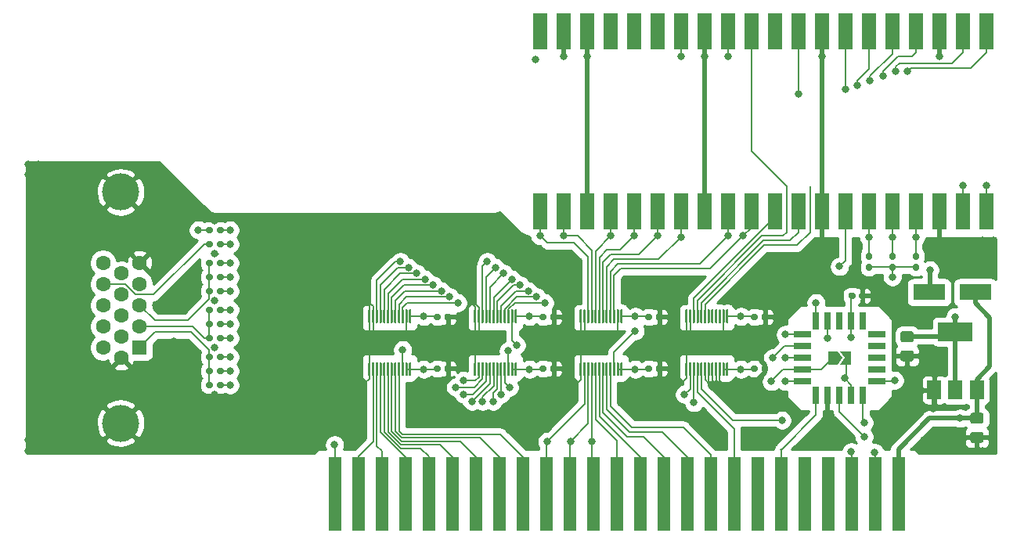
<source format=gtl>
%TF.GenerationSoftware,KiCad,Pcbnew,(5.1.10)-1*%
%TF.CreationDate,2023-04-17T01:05:29-04:00*%
%TF.ProjectId,V2-Analog-Rev1,56322d41-6e61-46c6-9f67-2d526576312e,rev?*%
%TF.SameCoordinates,Original*%
%TF.FileFunction,Copper,L1,Top*%
%TF.FilePolarity,Positive*%
%FSLAX46Y46*%
G04 Gerber Fmt 4.6, Leading zero omitted, Abs format (unit mm)*
G04 Created by KiCad (PCBNEW (5.1.10)-1) date 2023-04-17 01:05:29*
%MOMM*%
%LPD*%
G01*
G04 APERTURE LIST*
%TA.AperFunction,SMDPad,CuDef*%
%ADD10R,1.600000X4.000000*%
%TD*%
%TA.AperFunction,SMDPad,CuDef*%
%ADD11C,0.100000*%
%TD*%
%TA.AperFunction,SMDPad,CuDef*%
%ADD12R,3.500000X1.800000*%
%TD*%
%TA.AperFunction,SMDPad,CuDef*%
%ADD13R,1.500000X2.000000*%
%TD*%
%TA.AperFunction,SMDPad,CuDef*%
%ADD14R,3.800000X2.000000*%
%TD*%
%TA.AperFunction,SMDPad,CuDef*%
%ADD15R,1.925000X0.700000*%
%TD*%
%TA.AperFunction,SMDPad,CuDef*%
%ADD16R,0.700000X1.925000*%
%TD*%
%TA.AperFunction,ComponentPad*%
%ADD17C,4.000000*%
%TD*%
%TA.AperFunction,ComponentPad*%
%ADD18C,1.600000*%
%TD*%
%TA.AperFunction,ComponentPad*%
%ADD19R,1.600000X1.600000*%
%TD*%
%TA.AperFunction,SMDPad,CuDef*%
%ADD20R,1.400000X8.000000*%
%TD*%
%TA.AperFunction,ViaPad*%
%ADD21C,0.800000*%
%TD*%
%TA.AperFunction,Conductor*%
%ADD22C,0.200000*%
%TD*%
%TA.AperFunction,Conductor*%
%ADD23C,0.500000*%
%TD*%
%TA.AperFunction,Conductor*%
%ADD24C,0.254000*%
%TD*%
%TA.AperFunction,Conductor*%
%ADD25C,0.100000*%
%TD*%
G04 APERTURE END LIST*
D10*
%TO.P,U6,40*%
%TO.N,Net-(U6-Pad40)*%
X133842000Y-80155000D03*
%TO.P,U6,20*%
%TO.N,B1*%
X182102000Y-99655000D03*
%TO.P,U6,39*%
%TO.N,Net-(D1-Pad1)*%
X136382000Y-80155000D03*
%TO.P,U6,19*%
%TO.N,B2*%
X179562000Y-99655000D03*
%TO.P,U6,38*%
%TO.N,GND*%
X138922000Y-80155000D03*
%TO.P,U6,18*%
X177022000Y-99655000D03*
%TO.P,U6,37*%
%TO.N,Net-(U6-Pad37)*%
X141462000Y-80155000D03*
%TO.P,U6,17*%
%TO.N,nMSBOE*%
X174482000Y-99655000D03*
%TO.P,U6,36*%
%TO.N,Net-(U6-Pad36)*%
X144002000Y-80155000D03*
%TO.P,U6,16*%
%TO.N,nLSBOE*%
X171942000Y-99655000D03*
%TO.P,U6,35*%
%TO.N,Net-(U6-Pad35)*%
X146542000Y-80155000D03*
%TO.P,U6,15*%
%TO.N,nDATAOE*%
X169402000Y-99655000D03*
%TO.P,U6,34*%
%TO.N,Net-(R10-Pad1)*%
X149082000Y-80155000D03*
%TO.P,U6,14*%
%TO.N,nDATADIR*%
X166862000Y-99655000D03*
%TO.P,U6,33*%
%TO.N,GND*%
X151622000Y-80155000D03*
%TO.P,U6,13*%
X164322000Y-99655000D03*
%TO.P,U6,32*%
%TO.N,Net-(R11-Pad1)*%
X154162000Y-80155000D03*
%TO.P,U6,12*%
%TO.N,LR\u005CW*%
X161782000Y-99655000D03*
%TO.P,U6,31*%
%TO.N,LPHI0*%
X156702000Y-80155000D03*
%TO.P,U6,11*%
%TO.N,nLSEL*%
X159242000Y-99655000D03*
%TO.P,U6,30*%
%TO.N,Net-(U6-Pad30)*%
X159242000Y-80155000D03*
%TO.P,U6,10*%
%TO.N,LD7*%
X156702000Y-99655000D03*
%TO.P,U6,29*%
%TO.N,R0*%
X161782000Y-80155000D03*
%TO.P,U6,9*%
%TO.N,LD6*%
X154162000Y-99655000D03*
%TO.P,U6,28*%
%TO.N,GND*%
X164322000Y-80155000D03*
%TO.P,U6,8*%
X151622000Y-99655000D03*
%TO.P,U6,27*%
%TO.N,R1*%
X166862000Y-80155000D03*
%TO.P,U6,7*%
%TO.N,LD5*%
X149082000Y-99655000D03*
%TO.P,U6,26*%
%TO.N,R2*%
X169402000Y-80155000D03*
%TO.P,U6,6*%
%TO.N,LD4*%
X146542000Y-99655000D03*
%TO.P,U6,25*%
%TO.N,G0*%
X171942000Y-80155000D03*
%TO.P,U6,5*%
%TO.N,LD3*%
X144002000Y-99655000D03*
%TO.P,U6,24*%
%TO.N,G1*%
X174482000Y-80155000D03*
%TO.P,U6,4*%
%TO.N,LD2*%
X141462000Y-99655000D03*
%TO.P,U6,23*%
%TO.N,GND*%
X177022000Y-80155000D03*
%TO.P,U6,3*%
X138922000Y-99655000D03*
%TO.P,U6,22*%
%TO.N,G2*%
X179562000Y-80155000D03*
%TO.P,U6,2*%
%TO.N,LD1*%
X136382000Y-99655000D03*
%TO.P,U6,21*%
%TO.N,B0*%
X182102000Y-80155000D03*
%TO.P,U6,1*%
%TO.N,LD0*%
X133842000Y-99655000D03*
%TD*%
%TA.AperFunction,SMDPad,CuDef*%
D11*
%TO.P,J3,1*%
%TO.N,nDEVSEL*%
G36*
X166502000Y-115527000D02*
G01*
X166002000Y-116277000D01*
X165002000Y-116277000D01*
X165002000Y-114777000D01*
X166002000Y-114777000D01*
X166502000Y-115527000D01*
G37*
%TD.AperFunction*%
%TA.AperFunction,SMDPad,CuDef*%
%TO.P,J3,2*%
%TO.N,nCARDSEL*%
G36*
X167452000Y-116277000D02*
G01*
X166302000Y-116277000D01*
X166802000Y-115527000D01*
X166302000Y-114777000D01*
X167452000Y-114777000D01*
X167452000Y-116277000D01*
G37*
%TD.AperFunction*%
%TD*%
D12*
%TO.P,D1,2*%
%TO.N,+5V*%
X180919000Y-108415000D03*
%TO.P,D1,1*%
%TO.N,Net-(D1-Pad1)*%
X175919000Y-108415000D03*
%TD*%
%TO.P,C11,2*%
%TO.N,GND*%
%TA.AperFunction,SMDPad,CuDef*%
G36*
G01*
X180611000Y-123529500D02*
X181561000Y-123529500D01*
G75*
G02*
X181811000Y-123779500I0J-250000D01*
G01*
X181811000Y-124454500D01*
G75*
G02*
X181561000Y-124704500I-250000J0D01*
G01*
X180611000Y-124704500D01*
G75*
G02*
X180361000Y-124454500I0J250000D01*
G01*
X180361000Y-123779500D01*
G75*
G02*
X180611000Y-123529500I250000J0D01*
G01*
G37*
%TD.AperFunction*%
%TO.P,C11,1*%
%TO.N,+5V*%
%TA.AperFunction,SMDPad,CuDef*%
G36*
G01*
X180611000Y-121454500D02*
X181561000Y-121454500D01*
G75*
G02*
X181811000Y-121704500I0J-250000D01*
G01*
X181811000Y-122379500D01*
G75*
G02*
X181561000Y-122629500I-250000J0D01*
G01*
X180611000Y-122629500D01*
G75*
G02*
X180361000Y-122379500I0J250000D01*
G01*
X180361000Y-121704500D01*
G75*
G02*
X180611000Y-121454500I250000J0D01*
G01*
G37*
%TD.AperFunction*%
%TD*%
%TO.P,C10,2*%
%TO.N,GND*%
%TA.AperFunction,SMDPad,CuDef*%
G36*
G01*
X173054500Y-114707000D02*
X174004500Y-114707000D01*
G75*
G02*
X174254500Y-114957000I0J-250000D01*
G01*
X174254500Y-115632000D01*
G75*
G02*
X174004500Y-115882000I-250000J0D01*
G01*
X173054500Y-115882000D01*
G75*
G02*
X172804500Y-115632000I0J250000D01*
G01*
X172804500Y-114957000D01*
G75*
G02*
X173054500Y-114707000I250000J0D01*
G01*
G37*
%TD.AperFunction*%
%TO.P,C10,1*%
%TO.N,+3V3*%
%TA.AperFunction,SMDPad,CuDef*%
G36*
G01*
X173054500Y-112632000D02*
X174004500Y-112632000D01*
G75*
G02*
X174254500Y-112882000I0J-250000D01*
G01*
X174254500Y-113557000D01*
G75*
G02*
X174004500Y-113807000I-250000J0D01*
G01*
X173054500Y-113807000D01*
G75*
G02*
X172804500Y-113557000I0J250000D01*
G01*
X172804500Y-112882000D01*
G75*
G02*
X173054500Y-112632000I250000J0D01*
G01*
G37*
%TD.AperFunction*%
%TD*%
D13*
%TO.P,U7,1*%
%TO.N,GND*%
X176465000Y-118984000D03*
%TO.P,U7,3*%
%TO.N,+5V*%
X181065000Y-118984000D03*
%TO.P,U7,2*%
%TO.N,+3V3*%
X178765000Y-118984000D03*
D14*
X178765000Y-112684000D03*
%TD*%
D15*
%TO.P,U5,18*%
%TO.N,Net-(U5-Pad18)*%
X170279500Y-112987000D03*
%TO.P,U5,17*%
%TO.N,Net-(U5-Pad17)*%
X170279500Y-114257000D03*
%TO.P,U5,16*%
%TO.N,Net-(U5-Pad16)*%
X170279500Y-115527000D03*
%TO.P,U5,15*%
%TO.N,Net-(U5-Pad15)*%
X170279500Y-116797000D03*
%TO.P,U5,14*%
%TO.N,A8*%
X170279500Y-118067000D03*
D16*
%TO.P,U5,13*%
%TO.N,A9*%
X168767000Y-119579500D03*
%TO.P,U5,12*%
%TO.N,nCARDSEL*%
X167497000Y-119579500D03*
%TO.P,U5,11*%
%TO.N,A10*%
X166227000Y-119579500D03*
%TO.P,U5,10*%
%TO.N,GND*%
X164957000Y-119579500D03*
%TO.P,U5,9*%
%TO.N,nIOSTROBE*%
X163687000Y-119579500D03*
D15*
%TO.P,U5,8*%
%TO.N,nIOSEL*%
X162174500Y-118067000D03*
%TO.P,U5,7*%
%TO.N,nDEVSEL*%
X162174500Y-116797000D03*
%TO.P,U5,6*%
%TO.N,nDATADIR*%
X162174500Y-115527000D03*
%TO.P,U5,5*%
%TO.N,nDATAOE*%
X162174500Y-114257000D03*
%TO.P,U5,4*%
%TO.N,nLSBOE*%
X162174500Y-112987000D03*
D16*
%TO.P,U5,19*%
%TO.N,Net-(U5-Pad19)*%
X168767000Y-111474500D03*
%TO.P,U5,20*%
%TO.N,+5V*%
X167497000Y-111474500D03*
%TO.P,U5,3*%
%TO.N,nMSBOE*%
X163687000Y-111474500D03*
%TO.P,U5,2*%
%TO.N,nSYSRESET*%
X164957000Y-111474500D03*
%TO.P,U5,1*%
%TO.N,Net-(U5-Pad1)*%
X166227000Y-111474500D03*
%TD*%
%TO.P,C9,2*%
%TO.N,GND*%
%TA.AperFunction,SMDPad,CuDef*%
G36*
G01*
X168332000Y-108951000D02*
X168332000Y-108641000D01*
G75*
G02*
X168487000Y-108486000I155000J0D01*
G01*
X168912000Y-108486000D01*
G75*
G02*
X169067000Y-108641000I0J-155000D01*
G01*
X169067000Y-108951000D01*
G75*
G02*
X168912000Y-109106000I-155000J0D01*
G01*
X168487000Y-109106000D01*
G75*
G02*
X168332000Y-108951000I0J155000D01*
G01*
G37*
%TD.AperFunction*%
%TO.P,C9,1*%
%TO.N,+5V*%
%TA.AperFunction,SMDPad,CuDef*%
G36*
G01*
X167197000Y-108951000D02*
X167197000Y-108641000D01*
G75*
G02*
X167352000Y-108486000I155000J0D01*
G01*
X167777000Y-108486000D01*
G75*
G02*
X167932000Y-108641000I0J-155000D01*
G01*
X167932000Y-108951000D01*
G75*
G02*
X167777000Y-109106000I-155000J0D01*
G01*
X167352000Y-109106000D01*
G75*
G02*
X167197000Y-108951000I0J155000D01*
G01*
G37*
%TD.AperFunction*%
%TD*%
%TO.P,C8,2*%
%TO.N,GND*%
%TA.AperFunction,SMDPad,CuDef*%
G36*
G01*
X157791000Y-111237000D02*
X157791000Y-110927000D01*
G75*
G02*
X157946000Y-110772000I155000J0D01*
G01*
X158371000Y-110772000D01*
G75*
G02*
X158526000Y-110927000I0J-155000D01*
G01*
X158526000Y-111237000D01*
G75*
G02*
X158371000Y-111392000I-155000J0D01*
G01*
X157946000Y-111392000D01*
G75*
G02*
X157791000Y-111237000I0J155000D01*
G01*
G37*
%TD.AperFunction*%
%TO.P,C8,1*%
%TO.N,+3V3*%
%TA.AperFunction,SMDPad,CuDef*%
G36*
G01*
X156656000Y-111237000D02*
X156656000Y-110927000D01*
G75*
G02*
X156811000Y-110772000I155000J0D01*
G01*
X157236000Y-110772000D01*
G75*
G02*
X157391000Y-110927000I0J-155000D01*
G01*
X157391000Y-111237000D01*
G75*
G02*
X157236000Y-111392000I-155000J0D01*
G01*
X156811000Y-111392000D01*
G75*
G02*
X156656000Y-111237000I0J155000D01*
G01*
G37*
%TD.AperFunction*%
%TD*%
%TO.P,C7,2*%
%TO.N,GND*%
%TA.AperFunction,SMDPad,CuDef*%
G36*
G01*
X157791000Y-116825000D02*
X157791000Y-116515000D01*
G75*
G02*
X157946000Y-116360000I155000J0D01*
G01*
X158371000Y-116360000D01*
G75*
G02*
X158526000Y-116515000I0J-155000D01*
G01*
X158526000Y-116825000D01*
G75*
G02*
X158371000Y-116980000I-155000J0D01*
G01*
X157946000Y-116980000D01*
G75*
G02*
X157791000Y-116825000I0J155000D01*
G01*
G37*
%TD.AperFunction*%
%TO.P,C7,1*%
%TO.N,+5V*%
%TA.AperFunction,SMDPad,CuDef*%
G36*
G01*
X156656000Y-116825000D02*
X156656000Y-116515000D01*
G75*
G02*
X156811000Y-116360000I155000J0D01*
G01*
X157236000Y-116360000D01*
G75*
G02*
X157391000Y-116515000I0J-155000D01*
G01*
X157391000Y-116825000D01*
G75*
G02*
X157236000Y-116980000I-155000J0D01*
G01*
X156811000Y-116980000D01*
G75*
G02*
X156656000Y-116825000I0J155000D01*
G01*
G37*
%TD.AperFunction*%
%TD*%
%TO.P,C6,2*%
%TO.N,GND*%
%TA.AperFunction,SMDPad,CuDef*%
G36*
G01*
X146361000Y-111237000D02*
X146361000Y-110927000D01*
G75*
G02*
X146516000Y-110772000I155000J0D01*
G01*
X146941000Y-110772000D01*
G75*
G02*
X147096000Y-110927000I0J-155000D01*
G01*
X147096000Y-111237000D01*
G75*
G02*
X146941000Y-111392000I-155000J0D01*
G01*
X146516000Y-111392000D01*
G75*
G02*
X146361000Y-111237000I0J155000D01*
G01*
G37*
%TD.AperFunction*%
%TO.P,C6,1*%
%TO.N,+3V3*%
%TA.AperFunction,SMDPad,CuDef*%
G36*
G01*
X145226000Y-111237000D02*
X145226000Y-110927000D01*
G75*
G02*
X145381000Y-110772000I155000J0D01*
G01*
X145806000Y-110772000D01*
G75*
G02*
X145961000Y-110927000I0J-155000D01*
G01*
X145961000Y-111237000D01*
G75*
G02*
X145806000Y-111392000I-155000J0D01*
G01*
X145381000Y-111392000D01*
G75*
G02*
X145226000Y-111237000I0J155000D01*
G01*
G37*
%TD.AperFunction*%
%TD*%
%TO.P,C5,2*%
%TO.N,GND*%
%TA.AperFunction,SMDPad,CuDef*%
G36*
G01*
X146361000Y-116825000D02*
X146361000Y-116515000D01*
G75*
G02*
X146516000Y-116360000I155000J0D01*
G01*
X146941000Y-116360000D01*
G75*
G02*
X147096000Y-116515000I0J-155000D01*
G01*
X147096000Y-116825000D01*
G75*
G02*
X146941000Y-116980000I-155000J0D01*
G01*
X146516000Y-116980000D01*
G75*
G02*
X146361000Y-116825000I0J155000D01*
G01*
G37*
%TD.AperFunction*%
%TO.P,C5,1*%
%TO.N,+5V*%
%TA.AperFunction,SMDPad,CuDef*%
G36*
G01*
X145226000Y-116825000D02*
X145226000Y-116515000D01*
G75*
G02*
X145381000Y-116360000I155000J0D01*
G01*
X145806000Y-116360000D01*
G75*
G02*
X145961000Y-116515000I0J-155000D01*
G01*
X145961000Y-116825000D01*
G75*
G02*
X145806000Y-116980000I-155000J0D01*
G01*
X145381000Y-116980000D01*
G75*
G02*
X145226000Y-116825000I0J155000D01*
G01*
G37*
%TD.AperFunction*%
%TD*%
%TO.P,C4,2*%
%TO.N,GND*%
%TA.AperFunction,SMDPad,CuDef*%
G36*
G01*
X134931000Y-111237000D02*
X134931000Y-110927000D01*
G75*
G02*
X135086000Y-110772000I155000J0D01*
G01*
X135511000Y-110772000D01*
G75*
G02*
X135666000Y-110927000I0J-155000D01*
G01*
X135666000Y-111237000D01*
G75*
G02*
X135511000Y-111392000I-155000J0D01*
G01*
X135086000Y-111392000D01*
G75*
G02*
X134931000Y-111237000I0J155000D01*
G01*
G37*
%TD.AperFunction*%
%TO.P,C4,1*%
%TO.N,+3V3*%
%TA.AperFunction,SMDPad,CuDef*%
G36*
G01*
X133796000Y-111237000D02*
X133796000Y-110927000D01*
G75*
G02*
X133951000Y-110772000I155000J0D01*
G01*
X134376000Y-110772000D01*
G75*
G02*
X134531000Y-110927000I0J-155000D01*
G01*
X134531000Y-111237000D01*
G75*
G02*
X134376000Y-111392000I-155000J0D01*
G01*
X133951000Y-111392000D01*
G75*
G02*
X133796000Y-111237000I0J155000D01*
G01*
G37*
%TD.AperFunction*%
%TD*%
%TO.P,C3,2*%
%TO.N,GND*%
%TA.AperFunction,SMDPad,CuDef*%
G36*
G01*
X134931000Y-116825000D02*
X134931000Y-116515000D01*
G75*
G02*
X135086000Y-116360000I155000J0D01*
G01*
X135511000Y-116360000D01*
G75*
G02*
X135666000Y-116515000I0J-155000D01*
G01*
X135666000Y-116825000D01*
G75*
G02*
X135511000Y-116980000I-155000J0D01*
G01*
X135086000Y-116980000D01*
G75*
G02*
X134931000Y-116825000I0J155000D01*
G01*
G37*
%TD.AperFunction*%
%TO.P,C3,1*%
%TO.N,+5V*%
%TA.AperFunction,SMDPad,CuDef*%
G36*
G01*
X133796000Y-116825000D02*
X133796000Y-116515000D01*
G75*
G02*
X133951000Y-116360000I155000J0D01*
G01*
X134376000Y-116360000D01*
G75*
G02*
X134531000Y-116515000I0J-155000D01*
G01*
X134531000Y-116825000D01*
G75*
G02*
X134376000Y-116980000I-155000J0D01*
G01*
X133951000Y-116980000D01*
G75*
G02*
X133796000Y-116825000I0J155000D01*
G01*
G37*
%TD.AperFunction*%
%TD*%
%TO.P,C2,2*%
%TO.N,GND*%
%TA.AperFunction,SMDPad,CuDef*%
G36*
G01*
X123501000Y-111237000D02*
X123501000Y-110927000D01*
G75*
G02*
X123656000Y-110772000I155000J0D01*
G01*
X124081000Y-110772000D01*
G75*
G02*
X124236000Y-110927000I0J-155000D01*
G01*
X124236000Y-111237000D01*
G75*
G02*
X124081000Y-111392000I-155000J0D01*
G01*
X123656000Y-111392000D01*
G75*
G02*
X123501000Y-111237000I0J155000D01*
G01*
G37*
%TD.AperFunction*%
%TO.P,C2,1*%
%TO.N,+3V3*%
%TA.AperFunction,SMDPad,CuDef*%
G36*
G01*
X122366000Y-111237000D02*
X122366000Y-110927000D01*
G75*
G02*
X122521000Y-110772000I155000J0D01*
G01*
X122946000Y-110772000D01*
G75*
G02*
X123101000Y-110927000I0J-155000D01*
G01*
X123101000Y-111237000D01*
G75*
G02*
X122946000Y-111392000I-155000J0D01*
G01*
X122521000Y-111392000D01*
G75*
G02*
X122366000Y-111237000I0J155000D01*
G01*
G37*
%TD.AperFunction*%
%TD*%
%TO.P,C1,2*%
%TO.N,GND*%
%TA.AperFunction,SMDPad,CuDef*%
G36*
G01*
X123501000Y-116825000D02*
X123501000Y-116515000D01*
G75*
G02*
X123656000Y-116360000I155000J0D01*
G01*
X124081000Y-116360000D01*
G75*
G02*
X124236000Y-116515000I0J-155000D01*
G01*
X124236000Y-116825000D01*
G75*
G02*
X124081000Y-116980000I-155000J0D01*
G01*
X123656000Y-116980000D01*
G75*
G02*
X123501000Y-116825000I0J155000D01*
G01*
G37*
%TD.AperFunction*%
%TO.P,C1,1*%
%TO.N,+5V*%
%TA.AperFunction,SMDPad,CuDef*%
G36*
G01*
X122366000Y-116825000D02*
X122366000Y-116515000D01*
G75*
G02*
X122521000Y-116360000I155000J0D01*
G01*
X122946000Y-116360000D01*
G75*
G02*
X123101000Y-116515000I0J-155000D01*
G01*
X123101000Y-116825000D01*
G75*
G02*
X122946000Y-116980000I-155000J0D01*
G01*
X122521000Y-116980000D01*
G75*
G02*
X122366000Y-116825000I0J155000D01*
G01*
G37*
%TD.AperFunction*%
%TD*%
D17*
%TO.P,J2,0*%
%TO.N,GND*%
X88485000Y-122569000D03*
X88485000Y-97569000D03*
D18*
%TO.P,J2,15*%
%TO.N,Net-(J2-Pad15)*%
X86575000Y-105224000D03*
%TO.P,J2,14*%
%TO.N,VSYNC_OUT*%
X86575000Y-107514000D03*
%TO.P,J2,13*%
%TO.N,HSYNC_OUT*%
X86575000Y-109804000D03*
%TO.P,J2,12*%
%TO.N,Net-(J2-Pad12)*%
X86575000Y-112094000D03*
%TO.P,J2,11*%
%TO.N,Net-(J2-Pad11)*%
X86575000Y-114384000D03*
%TO.P,J2,10*%
%TO.N,GND*%
X88555000Y-106369000D03*
%TO.P,J2,9*%
%TO.N,Net-(J2-Pad9)*%
X88555000Y-108659000D03*
%TO.P,J2,8*%
%TO.N,GND*%
X88555000Y-110949000D03*
%TO.P,J2,7*%
X88555000Y-113239000D03*
%TO.P,J2,6*%
X88555000Y-115529000D03*
%TO.P,J2,5*%
X90535000Y-105224000D03*
%TO.P,J2,4*%
%TO.N,Net-(J2-Pad4)*%
X90535000Y-107514000D03*
%TO.P,J2,3*%
%TO.N,BLUE_OUT*%
X90535000Y-109804000D03*
%TO.P,J2,2*%
%TO.N,GREEN_OUT*%
X90535000Y-112094000D03*
D19*
%TO.P,J2,1*%
%TO.N,RED_OUT*%
X90535000Y-114384000D03*
%TD*%
%TO.P,U4,24*%
%TO.N,+5V*%
%TA.AperFunction,SMDPad,CuDef*%
G36*
G01*
X154013500Y-116001000D02*
X154138500Y-116001000D01*
G75*
G02*
X154201000Y-116063500I0J-62500D01*
G01*
X154201000Y-117413500D01*
G75*
G02*
X154138500Y-117476000I-62500J0D01*
G01*
X154013500Y-117476000D01*
G75*
G02*
X153951000Y-117413500I0J62500D01*
G01*
X153951000Y-116063500D01*
G75*
G02*
X154013500Y-116001000I62500J0D01*
G01*
G37*
%TD.AperFunction*%
%TO.P,U4,23*%
%TA.AperFunction,SMDPad,CuDef*%
G36*
G01*
X153613500Y-116001000D02*
X153738500Y-116001000D01*
G75*
G02*
X153801000Y-116063500I0J-62500D01*
G01*
X153801000Y-117413500D01*
G75*
G02*
X153738500Y-117476000I-62500J0D01*
G01*
X153613500Y-117476000D01*
G75*
G02*
X153551000Y-117413500I0J62500D01*
G01*
X153551000Y-116063500D01*
G75*
G02*
X153613500Y-116001000I62500J0D01*
G01*
G37*
%TD.AperFunction*%
%TO.P,U4,22*%
%TO.N,GND*%
%TA.AperFunction,SMDPad,CuDef*%
G36*
G01*
X153213500Y-116001000D02*
X153338500Y-116001000D01*
G75*
G02*
X153401000Y-116063500I0J-62500D01*
G01*
X153401000Y-117413500D01*
G75*
G02*
X153338500Y-117476000I-62500J0D01*
G01*
X153213500Y-117476000D01*
G75*
G02*
X153151000Y-117413500I0J62500D01*
G01*
X153151000Y-116063500D01*
G75*
G02*
X153213500Y-116001000I62500J0D01*
G01*
G37*
%TD.AperFunction*%
%TO.P,U4,21*%
%TA.AperFunction,SMDPad,CuDef*%
G36*
G01*
X152813500Y-116001000D02*
X152938500Y-116001000D01*
G75*
G02*
X153001000Y-116063500I0J-62500D01*
G01*
X153001000Y-117413500D01*
G75*
G02*
X152938500Y-117476000I-62500J0D01*
G01*
X152813500Y-117476000D01*
G75*
G02*
X152751000Y-117413500I0J62500D01*
G01*
X152751000Y-116063500D01*
G75*
G02*
X152813500Y-116001000I62500J0D01*
G01*
G37*
%TD.AperFunction*%
%TO.P,U4,20*%
%TA.AperFunction,SMDPad,CuDef*%
G36*
G01*
X152413500Y-116001000D02*
X152538500Y-116001000D01*
G75*
G02*
X152601000Y-116063500I0J-62500D01*
G01*
X152601000Y-117413500D01*
G75*
G02*
X152538500Y-117476000I-62500J0D01*
G01*
X152413500Y-117476000D01*
G75*
G02*
X152351000Y-117413500I0J62500D01*
G01*
X152351000Y-116063500D01*
G75*
G02*
X152413500Y-116001000I62500J0D01*
G01*
G37*
%TD.AperFunction*%
%TO.P,U4,19*%
%TA.AperFunction,SMDPad,CuDef*%
G36*
G01*
X152013500Y-116001000D02*
X152138500Y-116001000D01*
G75*
G02*
X152201000Y-116063500I0J-62500D01*
G01*
X152201000Y-117413500D01*
G75*
G02*
X152138500Y-117476000I-62500J0D01*
G01*
X152013500Y-117476000D01*
G75*
G02*
X151951000Y-117413500I0J62500D01*
G01*
X151951000Y-116063500D01*
G75*
G02*
X152013500Y-116001000I62500J0D01*
G01*
G37*
%TD.AperFunction*%
%TO.P,U4,18*%
%TA.AperFunction,SMDPad,CuDef*%
G36*
G01*
X151613500Y-116001000D02*
X151738500Y-116001000D01*
G75*
G02*
X151801000Y-116063500I0J-62500D01*
G01*
X151801000Y-117413500D01*
G75*
G02*
X151738500Y-117476000I-62500J0D01*
G01*
X151613500Y-117476000D01*
G75*
G02*
X151551000Y-117413500I0J62500D01*
G01*
X151551000Y-116063500D01*
G75*
G02*
X151613500Y-116001000I62500J0D01*
G01*
G37*
%TD.AperFunction*%
%TO.P,U4,17*%
%TO.N,nSYSRESET*%
%TA.AperFunction,SMDPad,CuDef*%
G36*
G01*
X151213500Y-116001000D02*
X151338500Y-116001000D01*
G75*
G02*
X151401000Y-116063500I0J-62500D01*
G01*
X151401000Y-117413500D01*
G75*
G02*
X151338500Y-117476000I-62500J0D01*
G01*
X151213500Y-117476000D01*
G75*
G02*
X151151000Y-117413500I0J62500D01*
G01*
X151151000Y-116063500D01*
G75*
G02*
X151213500Y-116001000I62500J0D01*
G01*
G37*
%TD.AperFunction*%
%TO.P,U4,16*%
%TO.N,nWR*%
%TA.AperFunction,SMDPad,CuDef*%
G36*
G01*
X150813500Y-116001000D02*
X150938500Y-116001000D01*
G75*
G02*
X151001000Y-116063500I0J-62500D01*
G01*
X151001000Y-117413500D01*
G75*
G02*
X150938500Y-117476000I-62500J0D01*
G01*
X150813500Y-117476000D01*
G75*
G02*
X150751000Y-117413500I0J62500D01*
G01*
X150751000Y-116063500D01*
G75*
G02*
X150813500Y-116001000I62500J0D01*
G01*
G37*
%TD.AperFunction*%
%TO.P,U4,15*%
%TO.N,PHI0*%
%TA.AperFunction,SMDPad,CuDef*%
G36*
G01*
X150413500Y-116001000D02*
X150538500Y-116001000D01*
G75*
G02*
X150601000Y-116063500I0J-62500D01*
G01*
X150601000Y-117413500D01*
G75*
G02*
X150538500Y-117476000I-62500J0D01*
G01*
X150413500Y-117476000D01*
G75*
G02*
X150351000Y-117413500I0J62500D01*
G01*
X150351000Y-116063500D01*
G75*
G02*
X150413500Y-116001000I62500J0D01*
G01*
G37*
%TD.AperFunction*%
%TO.P,U4,14*%
%TO.N,nCARDSEL*%
%TA.AperFunction,SMDPad,CuDef*%
G36*
G01*
X150013500Y-116001000D02*
X150138500Y-116001000D01*
G75*
G02*
X150201000Y-116063500I0J-62500D01*
G01*
X150201000Y-117413500D01*
G75*
G02*
X150138500Y-117476000I-62500J0D01*
G01*
X150013500Y-117476000D01*
G75*
G02*
X149951000Y-117413500I0J62500D01*
G01*
X149951000Y-116063500D01*
G75*
G02*
X150013500Y-116001000I62500J0D01*
G01*
G37*
%TD.AperFunction*%
%TO.P,U4,13*%
%TO.N,GND*%
%TA.AperFunction,SMDPad,CuDef*%
G36*
G01*
X149613500Y-116001000D02*
X149738500Y-116001000D01*
G75*
G02*
X149801000Y-116063500I0J-62500D01*
G01*
X149801000Y-117413500D01*
G75*
G02*
X149738500Y-117476000I-62500J0D01*
G01*
X149613500Y-117476000D01*
G75*
G02*
X149551000Y-117413500I0J62500D01*
G01*
X149551000Y-116063500D01*
G75*
G02*
X149613500Y-116001000I62500J0D01*
G01*
G37*
%TD.AperFunction*%
%TO.P,U4,12*%
%TA.AperFunction,SMDPad,CuDef*%
G36*
G01*
X149613500Y-110276000D02*
X149738500Y-110276000D01*
G75*
G02*
X149801000Y-110338500I0J-62500D01*
G01*
X149801000Y-111688500D01*
G75*
G02*
X149738500Y-111751000I-62500J0D01*
G01*
X149613500Y-111751000D01*
G75*
G02*
X149551000Y-111688500I0J62500D01*
G01*
X149551000Y-110338500D01*
G75*
G02*
X149613500Y-110276000I62500J0D01*
G01*
G37*
%TD.AperFunction*%
%TO.P,U4,11*%
%TA.AperFunction,SMDPad,CuDef*%
G36*
G01*
X150013500Y-110276000D02*
X150138500Y-110276000D01*
G75*
G02*
X150201000Y-110338500I0J-62500D01*
G01*
X150201000Y-111688500D01*
G75*
G02*
X150138500Y-111751000I-62500J0D01*
G01*
X150013500Y-111751000D01*
G75*
G02*
X149951000Y-111688500I0J62500D01*
G01*
X149951000Y-110338500D01*
G75*
G02*
X150013500Y-110276000I62500J0D01*
G01*
G37*
%TD.AperFunction*%
%TO.P,U4,10*%
%TO.N,nLSEL*%
%TA.AperFunction,SMDPad,CuDef*%
G36*
G01*
X150413500Y-110276000D02*
X150538500Y-110276000D01*
G75*
G02*
X150601000Y-110338500I0J-62500D01*
G01*
X150601000Y-111688500D01*
G75*
G02*
X150538500Y-111751000I-62500J0D01*
G01*
X150413500Y-111751000D01*
G75*
G02*
X150351000Y-111688500I0J62500D01*
G01*
X150351000Y-110338500D01*
G75*
G02*
X150413500Y-110276000I62500J0D01*
G01*
G37*
%TD.AperFunction*%
%TO.P,U4,9*%
%TO.N,LPHI0*%
%TA.AperFunction,SMDPad,CuDef*%
G36*
G01*
X150813500Y-110276000D02*
X150938500Y-110276000D01*
G75*
G02*
X151001000Y-110338500I0J-62500D01*
G01*
X151001000Y-111688500D01*
G75*
G02*
X150938500Y-111751000I-62500J0D01*
G01*
X150813500Y-111751000D01*
G75*
G02*
X150751000Y-111688500I0J62500D01*
G01*
X150751000Y-110338500D01*
G75*
G02*
X150813500Y-110276000I62500J0D01*
G01*
G37*
%TD.AperFunction*%
%TO.P,U4,8*%
%TO.N,LR\u005CW*%
%TA.AperFunction,SMDPad,CuDef*%
G36*
G01*
X151213500Y-110276000D02*
X151338500Y-110276000D01*
G75*
G02*
X151401000Y-110338500I0J-62500D01*
G01*
X151401000Y-111688500D01*
G75*
G02*
X151338500Y-111751000I-62500J0D01*
G01*
X151213500Y-111751000D01*
G75*
G02*
X151151000Y-111688500I0J62500D01*
G01*
X151151000Y-110338500D01*
G75*
G02*
X151213500Y-110276000I62500J0D01*
G01*
G37*
%TD.AperFunction*%
%TO.P,U4,7*%
%TO.N,nLRESET*%
%TA.AperFunction,SMDPad,CuDef*%
G36*
G01*
X151613500Y-110276000D02*
X151738500Y-110276000D01*
G75*
G02*
X151801000Y-110338500I0J-62500D01*
G01*
X151801000Y-111688500D01*
G75*
G02*
X151738500Y-111751000I-62500J0D01*
G01*
X151613500Y-111751000D01*
G75*
G02*
X151551000Y-111688500I0J62500D01*
G01*
X151551000Y-110338500D01*
G75*
G02*
X151613500Y-110276000I62500J0D01*
G01*
G37*
%TD.AperFunction*%
%TO.P,U4,6*%
%TO.N,Net-(U4-Pad6)*%
%TA.AperFunction,SMDPad,CuDef*%
G36*
G01*
X152013500Y-110276000D02*
X152138500Y-110276000D01*
G75*
G02*
X152201000Y-110338500I0J-62500D01*
G01*
X152201000Y-111688500D01*
G75*
G02*
X152138500Y-111751000I-62500J0D01*
G01*
X152013500Y-111751000D01*
G75*
G02*
X151951000Y-111688500I0J62500D01*
G01*
X151951000Y-110338500D01*
G75*
G02*
X152013500Y-110276000I62500J0D01*
G01*
G37*
%TD.AperFunction*%
%TO.P,U4,5*%
%TO.N,Net-(U4-Pad5)*%
%TA.AperFunction,SMDPad,CuDef*%
G36*
G01*
X152413500Y-110276000D02*
X152538500Y-110276000D01*
G75*
G02*
X152601000Y-110338500I0J-62500D01*
G01*
X152601000Y-111688500D01*
G75*
G02*
X152538500Y-111751000I-62500J0D01*
G01*
X152413500Y-111751000D01*
G75*
G02*
X152351000Y-111688500I0J62500D01*
G01*
X152351000Y-110338500D01*
G75*
G02*
X152413500Y-110276000I62500J0D01*
G01*
G37*
%TD.AperFunction*%
%TO.P,U4,4*%
%TO.N,Net-(U4-Pad4)*%
%TA.AperFunction,SMDPad,CuDef*%
G36*
G01*
X152813500Y-110276000D02*
X152938500Y-110276000D01*
G75*
G02*
X153001000Y-110338500I0J-62500D01*
G01*
X153001000Y-111688500D01*
G75*
G02*
X152938500Y-111751000I-62500J0D01*
G01*
X152813500Y-111751000D01*
G75*
G02*
X152751000Y-111688500I0J62500D01*
G01*
X152751000Y-110338500D01*
G75*
G02*
X152813500Y-110276000I62500J0D01*
G01*
G37*
%TD.AperFunction*%
%TO.P,U4,3*%
%TO.N,Net-(U4-Pad3)*%
%TA.AperFunction,SMDPad,CuDef*%
G36*
G01*
X153213500Y-110276000D02*
X153338500Y-110276000D01*
G75*
G02*
X153401000Y-110338500I0J-62500D01*
G01*
X153401000Y-111688500D01*
G75*
G02*
X153338500Y-111751000I-62500J0D01*
G01*
X153213500Y-111751000D01*
G75*
G02*
X153151000Y-111688500I0J62500D01*
G01*
X153151000Y-110338500D01*
G75*
G02*
X153213500Y-110276000I62500J0D01*
G01*
G37*
%TD.AperFunction*%
%TO.P,U4,2*%
%TO.N,GND*%
%TA.AperFunction,SMDPad,CuDef*%
G36*
G01*
X153613500Y-110276000D02*
X153738500Y-110276000D01*
G75*
G02*
X153801000Y-110338500I0J-62500D01*
G01*
X153801000Y-111688500D01*
G75*
G02*
X153738500Y-111751000I-62500J0D01*
G01*
X153613500Y-111751000D01*
G75*
G02*
X153551000Y-111688500I0J62500D01*
G01*
X153551000Y-110338500D01*
G75*
G02*
X153613500Y-110276000I62500J0D01*
G01*
G37*
%TD.AperFunction*%
%TO.P,U4,1*%
%TO.N,+3V3*%
%TA.AperFunction,SMDPad,CuDef*%
G36*
G01*
X154013500Y-110276000D02*
X154138500Y-110276000D01*
G75*
G02*
X154201000Y-110338500I0J-62500D01*
G01*
X154201000Y-111688500D01*
G75*
G02*
X154138500Y-111751000I-62500J0D01*
G01*
X154013500Y-111751000D01*
G75*
G02*
X153951000Y-111688500I0J62500D01*
G01*
X153951000Y-110338500D01*
G75*
G02*
X154013500Y-110276000I62500J0D01*
G01*
G37*
%TD.AperFunction*%
%TD*%
%TO.P,U3,24*%
%TO.N,+5V*%
%TA.AperFunction,SMDPad,CuDef*%
G36*
G01*
X142583500Y-116001000D02*
X142708500Y-116001000D01*
G75*
G02*
X142771000Y-116063500I0J-62500D01*
G01*
X142771000Y-117413500D01*
G75*
G02*
X142708500Y-117476000I-62500J0D01*
G01*
X142583500Y-117476000D01*
G75*
G02*
X142521000Y-117413500I0J62500D01*
G01*
X142521000Y-116063500D01*
G75*
G02*
X142583500Y-116001000I62500J0D01*
G01*
G37*
%TD.AperFunction*%
%TO.P,U3,23*%
%TA.AperFunction,SMDPad,CuDef*%
G36*
G01*
X142183500Y-116001000D02*
X142308500Y-116001000D01*
G75*
G02*
X142371000Y-116063500I0J-62500D01*
G01*
X142371000Y-117413500D01*
G75*
G02*
X142308500Y-117476000I-62500J0D01*
G01*
X142183500Y-117476000D01*
G75*
G02*
X142121000Y-117413500I0J62500D01*
G01*
X142121000Y-116063500D01*
G75*
G02*
X142183500Y-116001000I62500J0D01*
G01*
G37*
%TD.AperFunction*%
%TO.P,U3,22*%
%TO.N,nMSBOE*%
%TA.AperFunction,SMDPad,CuDef*%
G36*
G01*
X141783500Y-116001000D02*
X141908500Y-116001000D01*
G75*
G02*
X141971000Y-116063500I0J-62500D01*
G01*
X141971000Y-117413500D01*
G75*
G02*
X141908500Y-117476000I-62500J0D01*
G01*
X141783500Y-117476000D01*
G75*
G02*
X141721000Y-117413500I0J62500D01*
G01*
X141721000Y-116063500D01*
G75*
G02*
X141783500Y-116001000I62500J0D01*
G01*
G37*
%TD.AperFunction*%
%TO.P,U3,21*%
%TO.N,A15*%
%TA.AperFunction,SMDPad,CuDef*%
G36*
G01*
X141383500Y-116001000D02*
X141508500Y-116001000D01*
G75*
G02*
X141571000Y-116063500I0J-62500D01*
G01*
X141571000Y-117413500D01*
G75*
G02*
X141508500Y-117476000I-62500J0D01*
G01*
X141383500Y-117476000D01*
G75*
G02*
X141321000Y-117413500I0J62500D01*
G01*
X141321000Y-116063500D01*
G75*
G02*
X141383500Y-116001000I62500J0D01*
G01*
G37*
%TD.AperFunction*%
%TO.P,U3,20*%
%TO.N,A14*%
%TA.AperFunction,SMDPad,CuDef*%
G36*
G01*
X140983500Y-116001000D02*
X141108500Y-116001000D01*
G75*
G02*
X141171000Y-116063500I0J-62500D01*
G01*
X141171000Y-117413500D01*
G75*
G02*
X141108500Y-117476000I-62500J0D01*
G01*
X140983500Y-117476000D01*
G75*
G02*
X140921000Y-117413500I0J62500D01*
G01*
X140921000Y-116063500D01*
G75*
G02*
X140983500Y-116001000I62500J0D01*
G01*
G37*
%TD.AperFunction*%
%TO.P,U3,19*%
%TO.N,A13*%
%TA.AperFunction,SMDPad,CuDef*%
G36*
G01*
X140583500Y-116001000D02*
X140708500Y-116001000D01*
G75*
G02*
X140771000Y-116063500I0J-62500D01*
G01*
X140771000Y-117413500D01*
G75*
G02*
X140708500Y-117476000I-62500J0D01*
G01*
X140583500Y-117476000D01*
G75*
G02*
X140521000Y-117413500I0J62500D01*
G01*
X140521000Y-116063500D01*
G75*
G02*
X140583500Y-116001000I62500J0D01*
G01*
G37*
%TD.AperFunction*%
%TO.P,U3,18*%
%TO.N,A12*%
%TA.AperFunction,SMDPad,CuDef*%
G36*
G01*
X140183500Y-116001000D02*
X140308500Y-116001000D01*
G75*
G02*
X140371000Y-116063500I0J-62500D01*
G01*
X140371000Y-117413500D01*
G75*
G02*
X140308500Y-117476000I-62500J0D01*
G01*
X140183500Y-117476000D01*
G75*
G02*
X140121000Y-117413500I0J62500D01*
G01*
X140121000Y-116063500D01*
G75*
G02*
X140183500Y-116001000I62500J0D01*
G01*
G37*
%TD.AperFunction*%
%TO.P,U3,17*%
%TO.N,A11*%
%TA.AperFunction,SMDPad,CuDef*%
G36*
G01*
X139783500Y-116001000D02*
X139908500Y-116001000D01*
G75*
G02*
X139971000Y-116063500I0J-62500D01*
G01*
X139971000Y-117413500D01*
G75*
G02*
X139908500Y-117476000I-62500J0D01*
G01*
X139783500Y-117476000D01*
G75*
G02*
X139721000Y-117413500I0J62500D01*
G01*
X139721000Y-116063500D01*
G75*
G02*
X139783500Y-116001000I62500J0D01*
G01*
G37*
%TD.AperFunction*%
%TO.P,U3,16*%
%TO.N,A10*%
%TA.AperFunction,SMDPad,CuDef*%
G36*
G01*
X139383500Y-116001000D02*
X139508500Y-116001000D01*
G75*
G02*
X139571000Y-116063500I0J-62500D01*
G01*
X139571000Y-117413500D01*
G75*
G02*
X139508500Y-117476000I-62500J0D01*
G01*
X139383500Y-117476000D01*
G75*
G02*
X139321000Y-117413500I0J62500D01*
G01*
X139321000Y-116063500D01*
G75*
G02*
X139383500Y-116001000I62500J0D01*
G01*
G37*
%TD.AperFunction*%
%TO.P,U3,15*%
%TO.N,A9*%
%TA.AperFunction,SMDPad,CuDef*%
G36*
G01*
X138983500Y-116001000D02*
X139108500Y-116001000D01*
G75*
G02*
X139171000Y-116063500I0J-62500D01*
G01*
X139171000Y-117413500D01*
G75*
G02*
X139108500Y-117476000I-62500J0D01*
G01*
X138983500Y-117476000D01*
G75*
G02*
X138921000Y-117413500I0J62500D01*
G01*
X138921000Y-116063500D01*
G75*
G02*
X138983500Y-116001000I62500J0D01*
G01*
G37*
%TD.AperFunction*%
%TO.P,U3,14*%
%TO.N,A8*%
%TA.AperFunction,SMDPad,CuDef*%
G36*
G01*
X138583500Y-116001000D02*
X138708500Y-116001000D01*
G75*
G02*
X138771000Y-116063500I0J-62500D01*
G01*
X138771000Y-117413500D01*
G75*
G02*
X138708500Y-117476000I-62500J0D01*
G01*
X138583500Y-117476000D01*
G75*
G02*
X138521000Y-117413500I0J62500D01*
G01*
X138521000Y-116063500D01*
G75*
G02*
X138583500Y-116001000I62500J0D01*
G01*
G37*
%TD.AperFunction*%
%TO.P,U3,13*%
%TO.N,GND*%
%TA.AperFunction,SMDPad,CuDef*%
G36*
G01*
X138183500Y-116001000D02*
X138308500Y-116001000D01*
G75*
G02*
X138371000Y-116063500I0J-62500D01*
G01*
X138371000Y-117413500D01*
G75*
G02*
X138308500Y-117476000I-62500J0D01*
G01*
X138183500Y-117476000D01*
G75*
G02*
X138121000Y-117413500I0J62500D01*
G01*
X138121000Y-116063500D01*
G75*
G02*
X138183500Y-116001000I62500J0D01*
G01*
G37*
%TD.AperFunction*%
%TO.P,U3,12*%
%TA.AperFunction,SMDPad,CuDef*%
G36*
G01*
X138183500Y-110276000D02*
X138308500Y-110276000D01*
G75*
G02*
X138371000Y-110338500I0J-62500D01*
G01*
X138371000Y-111688500D01*
G75*
G02*
X138308500Y-111751000I-62500J0D01*
G01*
X138183500Y-111751000D01*
G75*
G02*
X138121000Y-111688500I0J62500D01*
G01*
X138121000Y-110338500D01*
G75*
G02*
X138183500Y-110276000I62500J0D01*
G01*
G37*
%TD.AperFunction*%
%TO.P,U3,11*%
%TA.AperFunction,SMDPad,CuDef*%
G36*
G01*
X138583500Y-110276000D02*
X138708500Y-110276000D01*
G75*
G02*
X138771000Y-110338500I0J-62500D01*
G01*
X138771000Y-111688500D01*
G75*
G02*
X138708500Y-111751000I-62500J0D01*
G01*
X138583500Y-111751000D01*
G75*
G02*
X138521000Y-111688500I0J62500D01*
G01*
X138521000Y-110338500D01*
G75*
G02*
X138583500Y-110276000I62500J0D01*
G01*
G37*
%TD.AperFunction*%
%TO.P,U3,10*%
%TO.N,LD0*%
%TA.AperFunction,SMDPad,CuDef*%
G36*
G01*
X138983500Y-110276000D02*
X139108500Y-110276000D01*
G75*
G02*
X139171000Y-110338500I0J-62500D01*
G01*
X139171000Y-111688500D01*
G75*
G02*
X139108500Y-111751000I-62500J0D01*
G01*
X138983500Y-111751000D01*
G75*
G02*
X138921000Y-111688500I0J62500D01*
G01*
X138921000Y-110338500D01*
G75*
G02*
X138983500Y-110276000I62500J0D01*
G01*
G37*
%TD.AperFunction*%
%TO.P,U3,9*%
%TO.N,LD1*%
%TA.AperFunction,SMDPad,CuDef*%
G36*
G01*
X139383500Y-110276000D02*
X139508500Y-110276000D01*
G75*
G02*
X139571000Y-110338500I0J-62500D01*
G01*
X139571000Y-111688500D01*
G75*
G02*
X139508500Y-111751000I-62500J0D01*
G01*
X139383500Y-111751000D01*
G75*
G02*
X139321000Y-111688500I0J62500D01*
G01*
X139321000Y-110338500D01*
G75*
G02*
X139383500Y-110276000I62500J0D01*
G01*
G37*
%TD.AperFunction*%
%TO.P,U3,8*%
%TO.N,LD2*%
%TA.AperFunction,SMDPad,CuDef*%
G36*
G01*
X139783500Y-110276000D02*
X139908500Y-110276000D01*
G75*
G02*
X139971000Y-110338500I0J-62500D01*
G01*
X139971000Y-111688500D01*
G75*
G02*
X139908500Y-111751000I-62500J0D01*
G01*
X139783500Y-111751000D01*
G75*
G02*
X139721000Y-111688500I0J62500D01*
G01*
X139721000Y-110338500D01*
G75*
G02*
X139783500Y-110276000I62500J0D01*
G01*
G37*
%TD.AperFunction*%
%TO.P,U3,7*%
%TO.N,LD3*%
%TA.AperFunction,SMDPad,CuDef*%
G36*
G01*
X140183500Y-110276000D02*
X140308500Y-110276000D01*
G75*
G02*
X140371000Y-110338500I0J-62500D01*
G01*
X140371000Y-111688500D01*
G75*
G02*
X140308500Y-111751000I-62500J0D01*
G01*
X140183500Y-111751000D01*
G75*
G02*
X140121000Y-111688500I0J62500D01*
G01*
X140121000Y-110338500D01*
G75*
G02*
X140183500Y-110276000I62500J0D01*
G01*
G37*
%TD.AperFunction*%
%TO.P,U3,6*%
%TO.N,LD4*%
%TA.AperFunction,SMDPad,CuDef*%
G36*
G01*
X140583500Y-110276000D02*
X140708500Y-110276000D01*
G75*
G02*
X140771000Y-110338500I0J-62500D01*
G01*
X140771000Y-111688500D01*
G75*
G02*
X140708500Y-111751000I-62500J0D01*
G01*
X140583500Y-111751000D01*
G75*
G02*
X140521000Y-111688500I0J62500D01*
G01*
X140521000Y-110338500D01*
G75*
G02*
X140583500Y-110276000I62500J0D01*
G01*
G37*
%TD.AperFunction*%
%TO.P,U3,5*%
%TO.N,LD5*%
%TA.AperFunction,SMDPad,CuDef*%
G36*
G01*
X140983500Y-110276000D02*
X141108500Y-110276000D01*
G75*
G02*
X141171000Y-110338500I0J-62500D01*
G01*
X141171000Y-111688500D01*
G75*
G02*
X141108500Y-111751000I-62500J0D01*
G01*
X140983500Y-111751000D01*
G75*
G02*
X140921000Y-111688500I0J62500D01*
G01*
X140921000Y-110338500D01*
G75*
G02*
X140983500Y-110276000I62500J0D01*
G01*
G37*
%TD.AperFunction*%
%TO.P,U3,4*%
%TO.N,LD6*%
%TA.AperFunction,SMDPad,CuDef*%
G36*
G01*
X141383500Y-110276000D02*
X141508500Y-110276000D01*
G75*
G02*
X141571000Y-110338500I0J-62500D01*
G01*
X141571000Y-111688500D01*
G75*
G02*
X141508500Y-111751000I-62500J0D01*
G01*
X141383500Y-111751000D01*
G75*
G02*
X141321000Y-111688500I0J62500D01*
G01*
X141321000Y-110338500D01*
G75*
G02*
X141383500Y-110276000I62500J0D01*
G01*
G37*
%TD.AperFunction*%
%TO.P,U3,3*%
%TO.N,LD7*%
%TA.AperFunction,SMDPad,CuDef*%
G36*
G01*
X141783500Y-110276000D02*
X141908500Y-110276000D01*
G75*
G02*
X141971000Y-110338500I0J-62500D01*
G01*
X141971000Y-111688500D01*
G75*
G02*
X141908500Y-111751000I-62500J0D01*
G01*
X141783500Y-111751000D01*
G75*
G02*
X141721000Y-111688500I0J62500D01*
G01*
X141721000Y-110338500D01*
G75*
G02*
X141783500Y-110276000I62500J0D01*
G01*
G37*
%TD.AperFunction*%
%TO.P,U3,2*%
%TO.N,GND*%
%TA.AperFunction,SMDPad,CuDef*%
G36*
G01*
X142183500Y-110276000D02*
X142308500Y-110276000D01*
G75*
G02*
X142371000Y-110338500I0J-62500D01*
G01*
X142371000Y-111688500D01*
G75*
G02*
X142308500Y-111751000I-62500J0D01*
G01*
X142183500Y-111751000D01*
G75*
G02*
X142121000Y-111688500I0J62500D01*
G01*
X142121000Y-110338500D01*
G75*
G02*
X142183500Y-110276000I62500J0D01*
G01*
G37*
%TD.AperFunction*%
%TO.P,U3,1*%
%TO.N,+3V3*%
%TA.AperFunction,SMDPad,CuDef*%
G36*
G01*
X142583500Y-110276000D02*
X142708500Y-110276000D01*
G75*
G02*
X142771000Y-110338500I0J-62500D01*
G01*
X142771000Y-111688500D01*
G75*
G02*
X142708500Y-111751000I-62500J0D01*
G01*
X142583500Y-111751000D01*
G75*
G02*
X142521000Y-111688500I0J62500D01*
G01*
X142521000Y-110338500D01*
G75*
G02*
X142583500Y-110276000I62500J0D01*
G01*
G37*
%TD.AperFunction*%
%TD*%
%TO.P,U1,24*%
%TO.N,+5V*%
%TA.AperFunction,SMDPad,CuDef*%
G36*
G01*
X119723500Y-116001000D02*
X119848500Y-116001000D01*
G75*
G02*
X119911000Y-116063500I0J-62500D01*
G01*
X119911000Y-117413500D01*
G75*
G02*
X119848500Y-117476000I-62500J0D01*
G01*
X119723500Y-117476000D01*
G75*
G02*
X119661000Y-117413500I0J62500D01*
G01*
X119661000Y-116063500D01*
G75*
G02*
X119723500Y-116001000I62500J0D01*
G01*
G37*
%TD.AperFunction*%
%TO.P,U1,23*%
%TA.AperFunction,SMDPad,CuDef*%
G36*
G01*
X119323500Y-116001000D02*
X119448500Y-116001000D01*
G75*
G02*
X119511000Y-116063500I0J-62500D01*
G01*
X119511000Y-117413500D01*
G75*
G02*
X119448500Y-117476000I-62500J0D01*
G01*
X119323500Y-117476000D01*
G75*
G02*
X119261000Y-117413500I0J62500D01*
G01*
X119261000Y-116063500D01*
G75*
G02*
X119323500Y-116001000I62500J0D01*
G01*
G37*
%TD.AperFunction*%
%TO.P,U1,22*%
%TO.N,nLSBOE*%
%TA.AperFunction,SMDPad,CuDef*%
G36*
G01*
X118923500Y-116001000D02*
X119048500Y-116001000D01*
G75*
G02*
X119111000Y-116063500I0J-62500D01*
G01*
X119111000Y-117413500D01*
G75*
G02*
X119048500Y-117476000I-62500J0D01*
G01*
X118923500Y-117476000D01*
G75*
G02*
X118861000Y-117413500I0J62500D01*
G01*
X118861000Y-116063500D01*
G75*
G02*
X118923500Y-116001000I62500J0D01*
G01*
G37*
%TD.AperFunction*%
%TO.P,U1,21*%
%TO.N,A7*%
%TA.AperFunction,SMDPad,CuDef*%
G36*
G01*
X118523500Y-116001000D02*
X118648500Y-116001000D01*
G75*
G02*
X118711000Y-116063500I0J-62500D01*
G01*
X118711000Y-117413500D01*
G75*
G02*
X118648500Y-117476000I-62500J0D01*
G01*
X118523500Y-117476000D01*
G75*
G02*
X118461000Y-117413500I0J62500D01*
G01*
X118461000Y-116063500D01*
G75*
G02*
X118523500Y-116001000I62500J0D01*
G01*
G37*
%TD.AperFunction*%
%TO.P,U1,20*%
%TO.N,A6*%
%TA.AperFunction,SMDPad,CuDef*%
G36*
G01*
X118123500Y-116001000D02*
X118248500Y-116001000D01*
G75*
G02*
X118311000Y-116063500I0J-62500D01*
G01*
X118311000Y-117413500D01*
G75*
G02*
X118248500Y-117476000I-62500J0D01*
G01*
X118123500Y-117476000D01*
G75*
G02*
X118061000Y-117413500I0J62500D01*
G01*
X118061000Y-116063500D01*
G75*
G02*
X118123500Y-116001000I62500J0D01*
G01*
G37*
%TD.AperFunction*%
%TO.P,U1,19*%
%TO.N,A5*%
%TA.AperFunction,SMDPad,CuDef*%
G36*
G01*
X117723500Y-116001000D02*
X117848500Y-116001000D01*
G75*
G02*
X117911000Y-116063500I0J-62500D01*
G01*
X117911000Y-117413500D01*
G75*
G02*
X117848500Y-117476000I-62500J0D01*
G01*
X117723500Y-117476000D01*
G75*
G02*
X117661000Y-117413500I0J62500D01*
G01*
X117661000Y-116063500D01*
G75*
G02*
X117723500Y-116001000I62500J0D01*
G01*
G37*
%TD.AperFunction*%
%TO.P,U1,18*%
%TO.N,A4*%
%TA.AperFunction,SMDPad,CuDef*%
G36*
G01*
X117323500Y-116001000D02*
X117448500Y-116001000D01*
G75*
G02*
X117511000Y-116063500I0J-62500D01*
G01*
X117511000Y-117413500D01*
G75*
G02*
X117448500Y-117476000I-62500J0D01*
G01*
X117323500Y-117476000D01*
G75*
G02*
X117261000Y-117413500I0J62500D01*
G01*
X117261000Y-116063500D01*
G75*
G02*
X117323500Y-116001000I62500J0D01*
G01*
G37*
%TD.AperFunction*%
%TO.P,U1,17*%
%TO.N,A3*%
%TA.AperFunction,SMDPad,CuDef*%
G36*
G01*
X116923500Y-116001000D02*
X117048500Y-116001000D01*
G75*
G02*
X117111000Y-116063500I0J-62500D01*
G01*
X117111000Y-117413500D01*
G75*
G02*
X117048500Y-117476000I-62500J0D01*
G01*
X116923500Y-117476000D01*
G75*
G02*
X116861000Y-117413500I0J62500D01*
G01*
X116861000Y-116063500D01*
G75*
G02*
X116923500Y-116001000I62500J0D01*
G01*
G37*
%TD.AperFunction*%
%TO.P,U1,16*%
%TO.N,A2*%
%TA.AperFunction,SMDPad,CuDef*%
G36*
G01*
X116523500Y-116001000D02*
X116648500Y-116001000D01*
G75*
G02*
X116711000Y-116063500I0J-62500D01*
G01*
X116711000Y-117413500D01*
G75*
G02*
X116648500Y-117476000I-62500J0D01*
G01*
X116523500Y-117476000D01*
G75*
G02*
X116461000Y-117413500I0J62500D01*
G01*
X116461000Y-116063500D01*
G75*
G02*
X116523500Y-116001000I62500J0D01*
G01*
G37*
%TD.AperFunction*%
%TO.P,U1,15*%
%TO.N,A1*%
%TA.AperFunction,SMDPad,CuDef*%
G36*
G01*
X116123500Y-116001000D02*
X116248500Y-116001000D01*
G75*
G02*
X116311000Y-116063500I0J-62500D01*
G01*
X116311000Y-117413500D01*
G75*
G02*
X116248500Y-117476000I-62500J0D01*
G01*
X116123500Y-117476000D01*
G75*
G02*
X116061000Y-117413500I0J62500D01*
G01*
X116061000Y-116063500D01*
G75*
G02*
X116123500Y-116001000I62500J0D01*
G01*
G37*
%TD.AperFunction*%
%TO.P,U1,14*%
%TO.N,A0*%
%TA.AperFunction,SMDPad,CuDef*%
G36*
G01*
X115723500Y-116001000D02*
X115848500Y-116001000D01*
G75*
G02*
X115911000Y-116063500I0J-62500D01*
G01*
X115911000Y-117413500D01*
G75*
G02*
X115848500Y-117476000I-62500J0D01*
G01*
X115723500Y-117476000D01*
G75*
G02*
X115661000Y-117413500I0J62500D01*
G01*
X115661000Y-116063500D01*
G75*
G02*
X115723500Y-116001000I62500J0D01*
G01*
G37*
%TD.AperFunction*%
%TO.P,U1,13*%
%TO.N,GND*%
%TA.AperFunction,SMDPad,CuDef*%
G36*
G01*
X115323500Y-116001000D02*
X115448500Y-116001000D01*
G75*
G02*
X115511000Y-116063500I0J-62500D01*
G01*
X115511000Y-117413500D01*
G75*
G02*
X115448500Y-117476000I-62500J0D01*
G01*
X115323500Y-117476000D01*
G75*
G02*
X115261000Y-117413500I0J62500D01*
G01*
X115261000Y-116063500D01*
G75*
G02*
X115323500Y-116001000I62500J0D01*
G01*
G37*
%TD.AperFunction*%
%TO.P,U1,12*%
%TA.AperFunction,SMDPad,CuDef*%
G36*
G01*
X115323500Y-110276000D02*
X115448500Y-110276000D01*
G75*
G02*
X115511000Y-110338500I0J-62500D01*
G01*
X115511000Y-111688500D01*
G75*
G02*
X115448500Y-111751000I-62500J0D01*
G01*
X115323500Y-111751000D01*
G75*
G02*
X115261000Y-111688500I0J62500D01*
G01*
X115261000Y-110338500D01*
G75*
G02*
X115323500Y-110276000I62500J0D01*
G01*
G37*
%TD.AperFunction*%
%TO.P,U1,11*%
%TA.AperFunction,SMDPad,CuDef*%
G36*
G01*
X115723500Y-110276000D02*
X115848500Y-110276000D01*
G75*
G02*
X115911000Y-110338500I0J-62500D01*
G01*
X115911000Y-111688500D01*
G75*
G02*
X115848500Y-111751000I-62500J0D01*
G01*
X115723500Y-111751000D01*
G75*
G02*
X115661000Y-111688500I0J62500D01*
G01*
X115661000Y-110338500D01*
G75*
G02*
X115723500Y-110276000I62500J0D01*
G01*
G37*
%TD.AperFunction*%
%TO.P,U1,10*%
%TO.N,LD0*%
%TA.AperFunction,SMDPad,CuDef*%
G36*
G01*
X116123500Y-110276000D02*
X116248500Y-110276000D01*
G75*
G02*
X116311000Y-110338500I0J-62500D01*
G01*
X116311000Y-111688500D01*
G75*
G02*
X116248500Y-111751000I-62500J0D01*
G01*
X116123500Y-111751000D01*
G75*
G02*
X116061000Y-111688500I0J62500D01*
G01*
X116061000Y-110338500D01*
G75*
G02*
X116123500Y-110276000I62500J0D01*
G01*
G37*
%TD.AperFunction*%
%TO.P,U1,9*%
%TO.N,LD1*%
%TA.AperFunction,SMDPad,CuDef*%
G36*
G01*
X116523500Y-110276000D02*
X116648500Y-110276000D01*
G75*
G02*
X116711000Y-110338500I0J-62500D01*
G01*
X116711000Y-111688500D01*
G75*
G02*
X116648500Y-111751000I-62500J0D01*
G01*
X116523500Y-111751000D01*
G75*
G02*
X116461000Y-111688500I0J62500D01*
G01*
X116461000Y-110338500D01*
G75*
G02*
X116523500Y-110276000I62500J0D01*
G01*
G37*
%TD.AperFunction*%
%TO.P,U1,8*%
%TO.N,LD2*%
%TA.AperFunction,SMDPad,CuDef*%
G36*
G01*
X116923500Y-110276000D02*
X117048500Y-110276000D01*
G75*
G02*
X117111000Y-110338500I0J-62500D01*
G01*
X117111000Y-111688500D01*
G75*
G02*
X117048500Y-111751000I-62500J0D01*
G01*
X116923500Y-111751000D01*
G75*
G02*
X116861000Y-111688500I0J62500D01*
G01*
X116861000Y-110338500D01*
G75*
G02*
X116923500Y-110276000I62500J0D01*
G01*
G37*
%TD.AperFunction*%
%TO.P,U1,7*%
%TO.N,LD3*%
%TA.AperFunction,SMDPad,CuDef*%
G36*
G01*
X117323500Y-110276000D02*
X117448500Y-110276000D01*
G75*
G02*
X117511000Y-110338500I0J-62500D01*
G01*
X117511000Y-111688500D01*
G75*
G02*
X117448500Y-111751000I-62500J0D01*
G01*
X117323500Y-111751000D01*
G75*
G02*
X117261000Y-111688500I0J62500D01*
G01*
X117261000Y-110338500D01*
G75*
G02*
X117323500Y-110276000I62500J0D01*
G01*
G37*
%TD.AperFunction*%
%TO.P,U1,6*%
%TO.N,LD4*%
%TA.AperFunction,SMDPad,CuDef*%
G36*
G01*
X117723500Y-110276000D02*
X117848500Y-110276000D01*
G75*
G02*
X117911000Y-110338500I0J-62500D01*
G01*
X117911000Y-111688500D01*
G75*
G02*
X117848500Y-111751000I-62500J0D01*
G01*
X117723500Y-111751000D01*
G75*
G02*
X117661000Y-111688500I0J62500D01*
G01*
X117661000Y-110338500D01*
G75*
G02*
X117723500Y-110276000I62500J0D01*
G01*
G37*
%TD.AperFunction*%
%TO.P,U1,5*%
%TO.N,LD5*%
%TA.AperFunction,SMDPad,CuDef*%
G36*
G01*
X118123500Y-110276000D02*
X118248500Y-110276000D01*
G75*
G02*
X118311000Y-110338500I0J-62500D01*
G01*
X118311000Y-111688500D01*
G75*
G02*
X118248500Y-111751000I-62500J0D01*
G01*
X118123500Y-111751000D01*
G75*
G02*
X118061000Y-111688500I0J62500D01*
G01*
X118061000Y-110338500D01*
G75*
G02*
X118123500Y-110276000I62500J0D01*
G01*
G37*
%TD.AperFunction*%
%TO.P,U1,4*%
%TO.N,LD6*%
%TA.AperFunction,SMDPad,CuDef*%
G36*
G01*
X118523500Y-110276000D02*
X118648500Y-110276000D01*
G75*
G02*
X118711000Y-110338500I0J-62500D01*
G01*
X118711000Y-111688500D01*
G75*
G02*
X118648500Y-111751000I-62500J0D01*
G01*
X118523500Y-111751000D01*
G75*
G02*
X118461000Y-111688500I0J62500D01*
G01*
X118461000Y-110338500D01*
G75*
G02*
X118523500Y-110276000I62500J0D01*
G01*
G37*
%TD.AperFunction*%
%TO.P,U1,3*%
%TO.N,LD7*%
%TA.AperFunction,SMDPad,CuDef*%
G36*
G01*
X118923500Y-110276000D02*
X119048500Y-110276000D01*
G75*
G02*
X119111000Y-110338500I0J-62500D01*
G01*
X119111000Y-111688500D01*
G75*
G02*
X119048500Y-111751000I-62500J0D01*
G01*
X118923500Y-111751000D01*
G75*
G02*
X118861000Y-111688500I0J62500D01*
G01*
X118861000Y-110338500D01*
G75*
G02*
X118923500Y-110276000I62500J0D01*
G01*
G37*
%TD.AperFunction*%
%TO.P,U1,2*%
%TO.N,GND*%
%TA.AperFunction,SMDPad,CuDef*%
G36*
G01*
X119323500Y-110276000D02*
X119448500Y-110276000D01*
G75*
G02*
X119511000Y-110338500I0J-62500D01*
G01*
X119511000Y-111688500D01*
G75*
G02*
X119448500Y-111751000I-62500J0D01*
G01*
X119323500Y-111751000D01*
G75*
G02*
X119261000Y-111688500I0J62500D01*
G01*
X119261000Y-110338500D01*
G75*
G02*
X119323500Y-110276000I62500J0D01*
G01*
G37*
%TD.AperFunction*%
%TO.P,U1,1*%
%TO.N,+3V3*%
%TA.AperFunction,SMDPad,CuDef*%
G36*
G01*
X119723500Y-110276000D02*
X119848500Y-110276000D01*
G75*
G02*
X119911000Y-110338500I0J-62500D01*
G01*
X119911000Y-111688500D01*
G75*
G02*
X119848500Y-111751000I-62500J0D01*
G01*
X119723500Y-111751000D01*
G75*
G02*
X119661000Y-111688500I0J62500D01*
G01*
X119661000Y-110338500D01*
G75*
G02*
X119723500Y-110276000I62500J0D01*
G01*
G37*
%TD.AperFunction*%
%TD*%
%TO.P,U2,24*%
%TO.N,+5V*%
%TA.AperFunction,SMDPad,CuDef*%
G36*
G01*
X131153500Y-116001000D02*
X131278500Y-116001000D01*
G75*
G02*
X131341000Y-116063500I0J-62500D01*
G01*
X131341000Y-117413500D01*
G75*
G02*
X131278500Y-117476000I-62500J0D01*
G01*
X131153500Y-117476000D01*
G75*
G02*
X131091000Y-117413500I0J62500D01*
G01*
X131091000Y-116063500D01*
G75*
G02*
X131153500Y-116001000I62500J0D01*
G01*
G37*
%TD.AperFunction*%
%TO.P,U2,23*%
%TA.AperFunction,SMDPad,CuDef*%
G36*
G01*
X130753500Y-116001000D02*
X130878500Y-116001000D01*
G75*
G02*
X130941000Y-116063500I0J-62500D01*
G01*
X130941000Y-117413500D01*
G75*
G02*
X130878500Y-117476000I-62500J0D01*
G01*
X130753500Y-117476000D01*
G75*
G02*
X130691000Y-117413500I0J62500D01*
G01*
X130691000Y-116063500D01*
G75*
G02*
X130753500Y-116001000I62500J0D01*
G01*
G37*
%TD.AperFunction*%
%TO.P,U2,22*%
%TO.N,nDATAOE*%
%TA.AperFunction,SMDPad,CuDef*%
G36*
G01*
X130353500Y-116001000D02*
X130478500Y-116001000D01*
G75*
G02*
X130541000Y-116063500I0J-62500D01*
G01*
X130541000Y-117413500D01*
G75*
G02*
X130478500Y-117476000I-62500J0D01*
G01*
X130353500Y-117476000D01*
G75*
G02*
X130291000Y-117413500I0J62500D01*
G01*
X130291000Y-116063500D01*
G75*
G02*
X130353500Y-116001000I62500J0D01*
G01*
G37*
%TD.AperFunction*%
%TO.P,U2,21*%
%TO.N,D7*%
%TA.AperFunction,SMDPad,CuDef*%
G36*
G01*
X129953500Y-116001000D02*
X130078500Y-116001000D01*
G75*
G02*
X130141000Y-116063500I0J-62500D01*
G01*
X130141000Y-117413500D01*
G75*
G02*
X130078500Y-117476000I-62500J0D01*
G01*
X129953500Y-117476000D01*
G75*
G02*
X129891000Y-117413500I0J62500D01*
G01*
X129891000Y-116063500D01*
G75*
G02*
X129953500Y-116001000I62500J0D01*
G01*
G37*
%TD.AperFunction*%
%TO.P,U2,20*%
%TO.N,D6*%
%TA.AperFunction,SMDPad,CuDef*%
G36*
G01*
X129553500Y-116001000D02*
X129678500Y-116001000D01*
G75*
G02*
X129741000Y-116063500I0J-62500D01*
G01*
X129741000Y-117413500D01*
G75*
G02*
X129678500Y-117476000I-62500J0D01*
G01*
X129553500Y-117476000D01*
G75*
G02*
X129491000Y-117413500I0J62500D01*
G01*
X129491000Y-116063500D01*
G75*
G02*
X129553500Y-116001000I62500J0D01*
G01*
G37*
%TD.AperFunction*%
%TO.P,U2,19*%
%TO.N,D5*%
%TA.AperFunction,SMDPad,CuDef*%
G36*
G01*
X129153500Y-116001000D02*
X129278500Y-116001000D01*
G75*
G02*
X129341000Y-116063500I0J-62500D01*
G01*
X129341000Y-117413500D01*
G75*
G02*
X129278500Y-117476000I-62500J0D01*
G01*
X129153500Y-117476000D01*
G75*
G02*
X129091000Y-117413500I0J62500D01*
G01*
X129091000Y-116063500D01*
G75*
G02*
X129153500Y-116001000I62500J0D01*
G01*
G37*
%TD.AperFunction*%
%TO.P,U2,18*%
%TO.N,D4*%
%TA.AperFunction,SMDPad,CuDef*%
G36*
G01*
X128753500Y-116001000D02*
X128878500Y-116001000D01*
G75*
G02*
X128941000Y-116063500I0J-62500D01*
G01*
X128941000Y-117413500D01*
G75*
G02*
X128878500Y-117476000I-62500J0D01*
G01*
X128753500Y-117476000D01*
G75*
G02*
X128691000Y-117413500I0J62500D01*
G01*
X128691000Y-116063500D01*
G75*
G02*
X128753500Y-116001000I62500J0D01*
G01*
G37*
%TD.AperFunction*%
%TO.P,U2,17*%
%TO.N,D3*%
%TA.AperFunction,SMDPad,CuDef*%
G36*
G01*
X128353500Y-116001000D02*
X128478500Y-116001000D01*
G75*
G02*
X128541000Y-116063500I0J-62500D01*
G01*
X128541000Y-117413500D01*
G75*
G02*
X128478500Y-117476000I-62500J0D01*
G01*
X128353500Y-117476000D01*
G75*
G02*
X128291000Y-117413500I0J62500D01*
G01*
X128291000Y-116063500D01*
G75*
G02*
X128353500Y-116001000I62500J0D01*
G01*
G37*
%TD.AperFunction*%
%TO.P,U2,16*%
%TO.N,D2*%
%TA.AperFunction,SMDPad,CuDef*%
G36*
G01*
X127953500Y-116001000D02*
X128078500Y-116001000D01*
G75*
G02*
X128141000Y-116063500I0J-62500D01*
G01*
X128141000Y-117413500D01*
G75*
G02*
X128078500Y-117476000I-62500J0D01*
G01*
X127953500Y-117476000D01*
G75*
G02*
X127891000Y-117413500I0J62500D01*
G01*
X127891000Y-116063500D01*
G75*
G02*
X127953500Y-116001000I62500J0D01*
G01*
G37*
%TD.AperFunction*%
%TO.P,U2,15*%
%TO.N,D1*%
%TA.AperFunction,SMDPad,CuDef*%
G36*
G01*
X127553500Y-116001000D02*
X127678500Y-116001000D01*
G75*
G02*
X127741000Y-116063500I0J-62500D01*
G01*
X127741000Y-117413500D01*
G75*
G02*
X127678500Y-117476000I-62500J0D01*
G01*
X127553500Y-117476000D01*
G75*
G02*
X127491000Y-117413500I0J62500D01*
G01*
X127491000Y-116063500D01*
G75*
G02*
X127553500Y-116001000I62500J0D01*
G01*
G37*
%TD.AperFunction*%
%TO.P,U2,14*%
%TO.N,D0*%
%TA.AperFunction,SMDPad,CuDef*%
G36*
G01*
X127153500Y-116001000D02*
X127278500Y-116001000D01*
G75*
G02*
X127341000Y-116063500I0J-62500D01*
G01*
X127341000Y-117413500D01*
G75*
G02*
X127278500Y-117476000I-62500J0D01*
G01*
X127153500Y-117476000D01*
G75*
G02*
X127091000Y-117413500I0J62500D01*
G01*
X127091000Y-116063500D01*
G75*
G02*
X127153500Y-116001000I62500J0D01*
G01*
G37*
%TD.AperFunction*%
%TO.P,U2,13*%
%TO.N,GND*%
%TA.AperFunction,SMDPad,CuDef*%
G36*
G01*
X126753500Y-116001000D02*
X126878500Y-116001000D01*
G75*
G02*
X126941000Y-116063500I0J-62500D01*
G01*
X126941000Y-117413500D01*
G75*
G02*
X126878500Y-117476000I-62500J0D01*
G01*
X126753500Y-117476000D01*
G75*
G02*
X126691000Y-117413500I0J62500D01*
G01*
X126691000Y-116063500D01*
G75*
G02*
X126753500Y-116001000I62500J0D01*
G01*
G37*
%TD.AperFunction*%
%TO.P,U2,12*%
%TA.AperFunction,SMDPad,CuDef*%
G36*
G01*
X126753500Y-110276000D02*
X126878500Y-110276000D01*
G75*
G02*
X126941000Y-110338500I0J-62500D01*
G01*
X126941000Y-111688500D01*
G75*
G02*
X126878500Y-111751000I-62500J0D01*
G01*
X126753500Y-111751000D01*
G75*
G02*
X126691000Y-111688500I0J62500D01*
G01*
X126691000Y-110338500D01*
G75*
G02*
X126753500Y-110276000I62500J0D01*
G01*
G37*
%TD.AperFunction*%
%TO.P,U2,11*%
%TA.AperFunction,SMDPad,CuDef*%
G36*
G01*
X127153500Y-110276000D02*
X127278500Y-110276000D01*
G75*
G02*
X127341000Y-110338500I0J-62500D01*
G01*
X127341000Y-111688500D01*
G75*
G02*
X127278500Y-111751000I-62500J0D01*
G01*
X127153500Y-111751000D01*
G75*
G02*
X127091000Y-111688500I0J62500D01*
G01*
X127091000Y-110338500D01*
G75*
G02*
X127153500Y-110276000I62500J0D01*
G01*
G37*
%TD.AperFunction*%
%TO.P,U2,10*%
%TO.N,LD0*%
%TA.AperFunction,SMDPad,CuDef*%
G36*
G01*
X127553500Y-110276000D02*
X127678500Y-110276000D01*
G75*
G02*
X127741000Y-110338500I0J-62500D01*
G01*
X127741000Y-111688500D01*
G75*
G02*
X127678500Y-111751000I-62500J0D01*
G01*
X127553500Y-111751000D01*
G75*
G02*
X127491000Y-111688500I0J62500D01*
G01*
X127491000Y-110338500D01*
G75*
G02*
X127553500Y-110276000I62500J0D01*
G01*
G37*
%TD.AperFunction*%
%TO.P,U2,9*%
%TO.N,LD1*%
%TA.AperFunction,SMDPad,CuDef*%
G36*
G01*
X127953500Y-110276000D02*
X128078500Y-110276000D01*
G75*
G02*
X128141000Y-110338500I0J-62500D01*
G01*
X128141000Y-111688500D01*
G75*
G02*
X128078500Y-111751000I-62500J0D01*
G01*
X127953500Y-111751000D01*
G75*
G02*
X127891000Y-111688500I0J62500D01*
G01*
X127891000Y-110338500D01*
G75*
G02*
X127953500Y-110276000I62500J0D01*
G01*
G37*
%TD.AperFunction*%
%TO.P,U2,8*%
%TO.N,LD2*%
%TA.AperFunction,SMDPad,CuDef*%
G36*
G01*
X128353500Y-110276000D02*
X128478500Y-110276000D01*
G75*
G02*
X128541000Y-110338500I0J-62500D01*
G01*
X128541000Y-111688500D01*
G75*
G02*
X128478500Y-111751000I-62500J0D01*
G01*
X128353500Y-111751000D01*
G75*
G02*
X128291000Y-111688500I0J62500D01*
G01*
X128291000Y-110338500D01*
G75*
G02*
X128353500Y-110276000I62500J0D01*
G01*
G37*
%TD.AperFunction*%
%TO.P,U2,7*%
%TO.N,LD3*%
%TA.AperFunction,SMDPad,CuDef*%
G36*
G01*
X128753500Y-110276000D02*
X128878500Y-110276000D01*
G75*
G02*
X128941000Y-110338500I0J-62500D01*
G01*
X128941000Y-111688500D01*
G75*
G02*
X128878500Y-111751000I-62500J0D01*
G01*
X128753500Y-111751000D01*
G75*
G02*
X128691000Y-111688500I0J62500D01*
G01*
X128691000Y-110338500D01*
G75*
G02*
X128753500Y-110276000I62500J0D01*
G01*
G37*
%TD.AperFunction*%
%TO.P,U2,6*%
%TO.N,LD4*%
%TA.AperFunction,SMDPad,CuDef*%
G36*
G01*
X129153500Y-110276000D02*
X129278500Y-110276000D01*
G75*
G02*
X129341000Y-110338500I0J-62500D01*
G01*
X129341000Y-111688500D01*
G75*
G02*
X129278500Y-111751000I-62500J0D01*
G01*
X129153500Y-111751000D01*
G75*
G02*
X129091000Y-111688500I0J62500D01*
G01*
X129091000Y-110338500D01*
G75*
G02*
X129153500Y-110276000I62500J0D01*
G01*
G37*
%TD.AperFunction*%
%TO.P,U2,5*%
%TO.N,LD5*%
%TA.AperFunction,SMDPad,CuDef*%
G36*
G01*
X129553500Y-110276000D02*
X129678500Y-110276000D01*
G75*
G02*
X129741000Y-110338500I0J-62500D01*
G01*
X129741000Y-111688500D01*
G75*
G02*
X129678500Y-111751000I-62500J0D01*
G01*
X129553500Y-111751000D01*
G75*
G02*
X129491000Y-111688500I0J62500D01*
G01*
X129491000Y-110338500D01*
G75*
G02*
X129553500Y-110276000I62500J0D01*
G01*
G37*
%TD.AperFunction*%
%TO.P,U2,4*%
%TO.N,LD6*%
%TA.AperFunction,SMDPad,CuDef*%
G36*
G01*
X129953500Y-110276000D02*
X130078500Y-110276000D01*
G75*
G02*
X130141000Y-110338500I0J-62500D01*
G01*
X130141000Y-111688500D01*
G75*
G02*
X130078500Y-111751000I-62500J0D01*
G01*
X129953500Y-111751000D01*
G75*
G02*
X129891000Y-111688500I0J62500D01*
G01*
X129891000Y-110338500D01*
G75*
G02*
X129953500Y-110276000I62500J0D01*
G01*
G37*
%TD.AperFunction*%
%TO.P,U2,3*%
%TO.N,LD7*%
%TA.AperFunction,SMDPad,CuDef*%
G36*
G01*
X130353500Y-110276000D02*
X130478500Y-110276000D01*
G75*
G02*
X130541000Y-110338500I0J-62500D01*
G01*
X130541000Y-111688500D01*
G75*
G02*
X130478500Y-111751000I-62500J0D01*
G01*
X130353500Y-111751000D01*
G75*
G02*
X130291000Y-111688500I0J62500D01*
G01*
X130291000Y-110338500D01*
G75*
G02*
X130353500Y-110276000I62500J0D01*
G01*
G37*
%TD.AperFunction*%
%TO.P,U2,2*%
%TO.N,nDATADIR*%
%TA.AperFunction,SMDPad,CuDef*%
G36*
G01*
X130753500Y-110276000D02*
X130878500Y-110276000D01*
G75*
G02*
X130941000Y-110338500I0J-62500D01*
G01*
X130941000Y-111688500D01*
G75*
G02*
X130878500Y-111751000I-62500J0D01*
G01*
X130753500Y-111751000D01*
G75*
G02*
X130691000Y-111688500I0J62500D01*
G01*
X130691000Y-110338500D01*
G75*
G02*
X130753500Y-110276000I62500J0D01*
G01*
G37*
%TD.AperFunction*%
%TO.P,U2,1*%
%TO.N,+3V3*%
%TA.AperFunction,SMDPad,CuDef*%
G36*
G01*
X131153500Y-110276000D02*
X131278500Y-110276000D01*
G75*
G02*
X131341000Y-110338500I0J-62500D01*
G01*
X131341000Y-111688500D01*
G75*
G02*
X131278500Y-111751000I-62500J0D01*
G01*
X131153500Y-111751000D01*
G75*
G02*
X131091000Y-111688500I0J62500D01*
G01*
X131091000Y-110338500D01*
G75*
G02*
X131153500Y-110276000I62500J0D01*
G01*
G37*
%TD.AperFunction*%
%TD*%
%TO.P,R14,2*%
%TO.N,+3V3*%
%TA.AperFunction,SMDPad,CuDef*%
G36*
G01*
X171782000Y-105353000D02*
X172102000Y-105353000D01*
G75*
G02*
X172262000Y-105513000I0J-160000D01*
G01*
X172262000Y-105908000D01*
G75*
G02*
X172102000Y-106068000I-160000J0D01*
G01*
X171782000Y-106068000D01*
G75*
G02*
X171622000Y-105908000I0J160000D01*
G01*
X171622000Y-105513000D01*
G75*
G02*
X171782000Y-105353000I160000J0D01*
G01*
G37*
%TD.AperFunction*%
%TO.P,R14,1*%
%TO.N,nLSBOE*%
%TA.AperFunction,SMDPad,CuDef*%
G36*
G01*
X171782000Y-104158000D02*
X172102000Y-104158000D01*
G75*
G02*
X172262000Y-104318000I0J-160000D01*
G01*
X172262000Y-104713000D01*
G75*
G02*
X172102000Y-104873000I-160000J0D01*
G01*
X171782000Y-104873000D01*
G75*
G02*
X171622000Y-104713000I0J160000D01*
G01*
X171622000Y-104318000D01*
G75*
G02*
X171782000Y-104158000I160000J0D01*
G01*
G37*
%TD.AperFunction*%
%TD*%
%TO.P,R13,2*%
%TO.N,+3V3*%
%TA.AperFunction,SMDPad,CuDef*%
G36*
G01*
X174322000Y-105353000D02*
X174642000Y-105353000D01*
G75*
G02*
X174802000Y-105513000I0J-160000D01*
G01*
X174802000Y-105908000D01*
G75*
G02*
X174642000Y-106068000I-160000J0D01*
G01*
X174322000Y-106068000D01*
G75*
G02*
X174162000Y-105908000I0J160000D01*
G01*
X174162000Y-105513000D01*
G75*
G02*
X174322000Y-105353000I160000J0D01*
G01*
G37*
%TD.AperFunction*%
%TO.P,R13,1*%
%TO.N,nMSBOE*%
%TA.AperFunction,SMDPad,CuDef*%
G36*
G01*
X174322000Y-104158000D02*
X174642000Y-104158000D01*
G75*
G02*
X174802000Y-104318000I0J-160000D01*
G01*
X174802000Y-104713000D01*
G75*
G02*
X174642000Y-104873000I-160000J0D01*
G01*
X174322000Y-104873000D01*
G75*
G02*
X174162000Y-104713000I0J160000D01*
G01*
X174162000Y-104318000D01*
G75*
G02*
X174322000Y-104158000I160000J0D01*
G01*
G37*
%TD.AperFunction*%
%TD*%
%TO.P,R12,2*%
%TO.N,+3V3*%
%TA.AperFunction,SMDPad,CuDef*%
G36*
G01*
X169242000Y-105353000D02*
X169562000Y-105353000D01*
G75*
G02*
X169722000Y-105513000I0J-160000D01*
G01*
X169722000Y-105908000D01*
G75*
G02*
X169562000Y-106068000I-160000J0D01*
G01*
X169242000Y-106068000D01*
G75*
G02*
X169082000Y-105908000I0J160000D01*
G01*
X169082000Y-105513000D01*
G75*
G02*
X169242000Y-105353000I160000J0D01*
G01*
G37*
%TD.AperFunction*%
%TO.P,R12,1*%
%TO.N,nDATAOE*%
%TA.AperFunction,SMDPad,CuDef*%
G36*
G01*
X169242000Y-104158000D02*
X169562000Y-104158000D01*
G75*
G02*
X169722000Y-104318000I0J-160000D01*
G01*
X169722000Y-104713000D01*
G75*
G02*
X169562000Y-104873000I-160000J0D01*
G01*
X169242000Y-104873000D01*
G75*
G02*
X169082000Y-104713000I0J160000D01*
G01*
X169082000Y-104318000D01*
G75*
G02*
X169242000Y-104158000I160000J0D01*
G01*
G37*
%TD.AperFunction*%
%TD*%
%TO.P,R11,2*%
%TO.N,VSYNC_OUT*%
%TA.AperFunction,SMDPad,CuDef*%
G36*
G01*
X98423000Y-103048000D02*
X98423000Y-103368000D01*
G75*
G02*
X98263000Y-103528000I-160000J0D01*
G01*
X97868000Y-103528000D01*
G75*
G02*
X97708000Y-103368000I0J160000D01*
G01*
X97708000Y-103048000D01*
G75*
G02*
X97868000Y-102888000I160000J0D01*
G01*
X98263000Y-102888000D01*
G75*
G02*
X98423000Y-103048000I0J-160000D01*
G01*
G37*
%TD.AperFunction*%
%TO.P,R11,1*%
%TO.N,Net-(R11-Pad1)*%
%TA.AperFunction,SMDPad,CuDef*%
G36*
G01*
X99618000Y-103048000D02*
X99618000Y-103368000D01*
G75*
G02*
X99458000Y-103528000I-160000J0D01*
G01*
X99063000Y-103528000D01*
G75*
G02*
X98903000Y-103368000I0J160000D01*
G01*
X98903000Y-103048000D01*
G75*
G02*
X99063000Y-102888000I160000J0D01*
G01*
X99458000Y-102888000D01*
G75*
G02*
X99618000Y-103048000I0J-160000D01*
G01*
G37*
%TD.AperFunction*%
%TD*%
%TO.P,R10,2*%
%TO.N,HSYNC_OUT*%
%TA.AperFunction,SMDPad,CuDef*%
G36*
G01*
X98423000Y-101524000D02*
X98423000Y-101844000D01*
G75*
G02*
X98263000Y-102004000I-160000J0D01*
G01*
X97868000Y-102004000D01*
G75*
G02*
X97708000Y-101844000I0J160000D01*
G01*
X97708000Y-101524000D01*
G75*
G02*
X97868000Y-101364000I160000J0D01*
G01*
X98263000Y-101364000D01*
G75*
G02*
X98423000Y-101524000I0J-160000D01*
G01*
G37*
%TD.AperFunction*%
%TO.P,R10,1*%
%TO.N,Net-(R10-Pad1)*%
%TA.AperFunction,SMDPad,CuDef*%
G36*
G01*
X99618000Y-101524000D02*
X99618000Y-101844000D01*
G75*
G02*
X99458000Y-102004000I-160000J0D01*
G01*
X99063000Y-102004000D01*
G75*
G02*
X98903000Y-101844000I0J160000D01*
G01*
X98903000Y-101524000D01*
G75*
G02*
X99063000Y-101364000I160000J0D01*
G01*
X99458000Y-101364000D01*
G75*
G02*
X99618000Y-101524000I0J-160000D01*
G01*
G37*
%TD.AperFunction*%
%TD*%
%TO.P,R9,2*%
%TO.N,BLUE_OUT*%
%TA.AperFunction,SMDPad,CuDef*%
G36*
G01*
X98423000Y-105080000D02*
X98423000Y-105400000D01*
G75*
G02*
X98263000Y-105560000I-160000J0D01*
G01*
X97868000Y-105560000D01*
G75*
G02*
X97708000Y-105400000I0J160000D01*
G01*
X97708000Y-105080000D01*
G75*
G02*
X97868000Y-104920000I160000J0D01*
G01*
X98263000Y-104920000D01*
G75*
G02*
X98423000Y-105080000I0J-160000D01*
G01*
G37*
%TD.AperFunction*%
%TO.P,R9,1*%
%TO.N,B2*%
%TA.AperFunction,SMDPad,CuDef*%
G36*
G01*
X99618000Y-105080000D02*
X99618000Y-105400000D01*
G75*
G02*
X99458000Y-105560000I-160000J0D01*
G01*
X99063000Y-105560000D01*
G75*
G02*
X98903000Y-105400000I0J160000D01*
G01*
X98903000Y-105080000D01*
G75*
G02*
X99063000Y-104920000I160000J0D01*
G01*
X99458000Y-104920000D01*
G75*
G02*
X99618000Y-105080000I0J-160000D01*
G01*
G37*
%TD.AperFunction*%
%TD*%
%TO.P,R8,2*%
%TO.N,BLUE_OUT*%
%TA.AperFunction,SMDPad,CuDef*%
G36*
G01*
X98423000Y-106604000D02*
X98423000Y-106924000D01*
G75*
G02*
X98263000Y-107084000I-160000J0D01*
G01*
X97868000Y-107084000D01*
G75*
G02*
X97708000Y-106924000I0J160000D01*
G01*
X97708000Y-106604000D01*
G75*
G02*
X97868000Y-106444000I160000J0D01*
G01*
X98263000Y-106444000D01*
G75*
G02*
X98423000Y-106604000I0J-160000D01*
G01*
G37*
%TD.AperFunction*%
%TO.P,R8,1*%
%TO.N,B1*%
%TA.AperFunction,SMDPad,CuDef*%
G36*
G01*
X99618000Y-106604000D02*
X99618000Y-106924000D01*
G75*
G02*
X99458000Y-107084000I-160000J0D01*
G01*
X99063000Y-107084000D01*
G75*
G02*
X98903000Y-106924000I0J160000D01*
G01*
X98903000Y-106604000D01*
G75*
G02*
X99063000Y-106444000I160000J0D01*
G01*
X99458000Y-106444000D01*
G75*
G02*
X99618000Y-106604000I0J-160000D01*
G01*
G37*
%TD.AperFunction*%
%TD*%
%TO.P,R7,2*%
%TO.N,BLUE_OUT*%
%TA.AperFunction,SMDPad,CuDef*%
G36*
G01*
X98423000Y-108128000D02*
X98423000Y-108448000D01*
G75*
G02*
X98263000Y-108608000I-160000J0D01*
G01*
X97868000Y-108608000D01*
G75*
G02*
X97708000Y-108448000I0J160000D01*
G01*
X97708000Y-108128000D01*
G75*
G02*
X97868000Y-107968000I160000J0D01*
G01*
X98263000Y-107968000D01*
G75*
G02*
X98423000Y-108128000I0J-160000D01*
G01*
G37*
%TD.AperFunction*%
%TO.P,R7,1*%
%TO.N,B0*%
%TA.AperFunction,SMDPad,CuDef*%
G36*
G01*
X99618000Y-108128000D02*
X99618000Y-108448000D01*
G75*
G02*
X99458000Y-108608000I-160000J0D01*
G01*
X99063000Y-108608000D01*
G75*
G02*
X98903000Y-108448000I0J160000D01*
G01*
X98903000Y-108128000D01*
G75*
G02*
X99063000Y-107968000I160000J0D01*
G01*
X99458000Y-107968000D01*
G75*
G02*
X99618000Y-108128000I0J-160000D01*
G01*
G37*
%TD.AperFunction*%
%TD*%
%TO.P,R6,2*%
%TO.N,GREEN_OUT*%
%TA.AperFunction,SMDPad,CuDef*%
G36*
G01*
X98423000Y-110160000D02*
X98423000Y-110480000D01*
G75*
G02*
X98263000Y-110640000I-160000J0D01*
G01*
X97868000Y-110640000D01*
G75*
G02*
X97708000Y-110480000I0J160000D01*
G01*
X97708000Y-110160000D01*
G75*
G02*
X97868000Y-110000000I160000J0D01*
G01*
X98263000Y-110000000D01*
G75*
G02*
X98423000Y-110160000I0J-160000D01*
G01*
G37*
%TD.AperFunction*%
%TO.P,R6,1*%
%TO.N,G2*%
%TA.AperFunction,SMDPad,CuDef*%
G36*
G01*
X99618000Y-110160000D02*
X99618000Y-110480000D01*
G75*
G02*
X99458000Y-110640000I-160000J0D01*
G01*
X99063000Y-110640000D01*
G75*
G02*
X98903000Y-110480000I0J160000D01*
G01*
X98903000Y-110160000D01*
G75*
G02*
X99063000Y-110000000I160000J0D01*
G01*
X99458000Y-110000000D01*
G75*
G02*
X99618000Y-110160000I0J-160000D01*
G01*
G37*
%TD.AperFunction*%
%TD*%
%TO.P,R5,2*%
%TO.N,GREEN_OUT*%
%TA.AperFunction,SMDPad,CuDef*%
G36*
G01*
X98423000Y-111684000D02*
X98423000Y-112004000D01*
G75*
G02*
X98263000Y-112164000I-160000J0D01*
G01*
X97868000Y-112164000D01*
G75*
G02*
X97708000Y-112004000I0J160000D01*
G01*
X97708000Y-111684000D01*
G75*
G02*
X97868000Y-111524000I160000J0D01*
G01*
X98263000Y-111524000D01*
G75*
G02*
X98423000Y-111684000I0J-160000D01*
G01*
G37*
%TD.AperFunction*%
%TO.P,R5,1*%
%TO.N,G1*%
%TA.AperFunction,SMDPad,CuDef*%
G36*
G01*
X99618000Y-111684000D02*
X99618000Y-112004000D01*
G75*
G02*
X99458000Y-112164000I-160000J0D01*
G01*
X99063000Y-112164000D01*
G75*
G02*
X98903000Y-112004000I0J160000D01*
G01*
X98903000Y-111684000D01*
G75*
G02*
X99063000Y-111524000I160000J0D01*
G01*
X99458000Y-111524000D01*
G75*
G02*
X99618000Y-111684000I0J-160000D01*
G01*
G37*
%TD.AperFunction*%
%TD*%
%TO.P,R4,2*%
%TO.N,GREEN_OUT*%
%TA.AperFunction,SMDPad,CuDef*%
G36*
G01*
X98423000Y-113208000D02*
X98423000Y-113528000D01*
G75*
G02*
X98263000Y-113688000I-160000J0D01*
G01*
X97868000Y-113688000D01*
G75*
G02*
X97708000Y-113528000I0J160000D01*
G01*
X97708000Y-113208000D01*
G75*
G02*
X97868000Y-113048000I160000J0D01*
G01*
X98263000Y-113048000D01*
G75*
G02*
X98423000Y-113208000I0J-160000D01*
G01*
G37*
%TD.AperFunction*%
%TO.P,R4,1*%
%TO.N,G0*%
%TA.AperFunction,SMDPad,CuDef*%
G36*
G01*
X99618000Y-113208000D02*
X99618000Y-113528000D01*
G75*
G02*
X99458000Y-113688000I-160000J0D01*
G01*
X99063000Y-113688000D01*
G75*
G02*
X98903000Y-113528000I0J160000D01*
G01*
X98903000Y-113208000D01*
G75*
G02*
X99063000Y-113048000I160000J0D01*
G01*
X99458000Y-113048000D01*
G75*
G02*
X99618000Y-113208000I0J-160000D01*
G01*
G37*
%TD.AperFunction*%
%TD*%
%TO.P,R3,2*%
%TO.N,RED_OUT*%
%TA.AperFunction,SMDPad,CuDef*%
G36*
G01*
X98423000Y-115240000D02*
X98423000Y-115560000D01*
G75*
G02*
X98263000Y-115720000I-160000J0D01*
G01*
X97868000Y-115720000D01*
G75*
G02*
X97708000Y-115560000I0J160000D01*
G01*
X97708000Y-115240000D01*
G75*
G02*
X97868000Y-115080000I160000J0D01*
G01*
X98263000Y-115080000D01*
G75*
G02*
X98423000Y-115240000I0J-160000D01*
G01*
G37*
%TD.AperFunction*%
%TO.P,R3,1*%
%TO.N,R2*%
%TA.AperFunction,SMDPad,CuDef*%
G36*
G01*
X99618000Y-115240000D02*
X99618000Y-115560000D01*
G75*
G02*
X99458000Y-115720000I-160000J0D01*
G01*
X99063000Y-115720000D01*
G75*
G02*
X98903000Y-115560000I0J160000D01*
G01*
X98903000Y-115240000D01*
G75*
G02*
X99063000Y-115080000I160000J0D01*
G01*
X99458000Y-115080000D01*
G75*
G02*
X99618000Y-115240000I0J-160000D01*
G01*
G37*
%TD.AperFunction*%
%TD*%
%TO.P,R2,2*%
%TO.N,RED_OUT*%
%TA.AperFunction,SMDPad,CuDef*%
G36*
G01*
X98423000Y-116764000D02*
X98423000Y-117084000D01*
G75*
G02*
X98263000Y-117244000I-160000J0D01*
G01*
X97868000Y-117244000D01*
G75*
G02*
X97708000Y-117084000I0J160000D01*
G01*
X97708000Y-116764000D01*
G75*
G02*
X97868000Y-116604000I160000J0D01*
G01*
X98263000Y-116604000D01*
G75*
G02*
X98423000Y-116764000I0J-160000D01*
G01*
G37*
%TD.AperFunction*%
%TO.P,R2,1*%
%TO.N,R1*%
%TA.AperFunction,SMDPad,CuDef*%
G36*
G01*
X99618000Y-116764000D02*
X99618000Y-117084000D01*
G75*
G02*
X99458000Y-117244000I-160000J0D01*
G01*
X99063000Y-117244000D01*
G75*
G02*
X98903000Y-117084000I0J160000D01*
G01*
X98903000Y-116764000D01*
G75*
G02*
X99063000Y-116604000I160000J0D01*
G01*
X99458000Y-116604000D01*
G75*
G02*
X99618000Y-116764000I0J-160000D01*
G01*
G37*
%TD.AperFunction*%
%TD*%
%TO.P,R1,2*%
%TO.N,RED_OUT*%
%TA.AperFunction,SMDPad,CuDef*%
G36*
G01*
X98423000Y-118288000D02*
X98423000Y-118608000D01*
G75*
G02*
X98263000Y-118768000I-160000J0D01*
G01*
X97868000Y-118768000D01*
G75*
G02*
X97708000Y-118608000I0J160000D01*
G01*
X97708000Y-118288000D01*
G75*
G02*
X97868000Y-118128000I160000J0D01*
G01*
X98263000Y-118128000D01*
G75*
G02*
X98423000Y-118288000I0J-160000D01*
G01*
G37*
%TD.AperFunction*%
%TO.P,R1,1*%
%TO.N,R0*%
%TA.AperFunction,SMDPad,CuDef*%
G36*
G01*
X99618000Y-118288000D02*
X99618000Y-118608000D01*
G75*
G02*
X99458000Y-118768000I-160000J0D01*
G01*
X99063000Y-118768000D01*
G75*
G02*
X98903000Y-118608000I0J160000D01*
G01*
X98903000Y-118288000D01*
G75*
G02*
X99063000Y-118128000I160000J0D01*
G01*
X99458000Y-118128000D01*
G75*
G02*
X99618000Y-118288000I0J-160000D01*
G01*
G37*
%TD.AperFunction*%
%TD*%
D20*
%TO.P,J1,1*%
%TO.N,nIOSEL*%
X111630000Y-130237500D03*
%TO.P,J1,2*%
%TO.N,A0*%
X114170000Y-130237500D03*
%TO.P,J1,3*%
%TO.N,A1*%
X116710000Y-130237500D03*
%TO.P,J1,4*%
%TO.N,A2*%
X119250000Y-130237500D03*
%TO.P,J1,5*%
%TO.N,A3*%
X121790000Y-130237500D03*
%TO.P,J1,6*%
%TO.N,A4*%
X124330000Y-130237500D03*
%TO.P,J1,7*%
%TO.N,A5*%
X126870000Y-130237500D03*
%TO.P,J1,8*%
%TO.N,A6*%
X129410000Y-130237500D03*
%TO.P,J1,9*%
%TO.N,A7*%
X131950000Y-130237500D03*
%TO.P,J1,10*%
%TO.N,A8*%
X134490000Y-130237500D03*
%TO.P,J1,11*%
%TO.N,A9*%
X137030000Y-130237500D03*
%TO.P,J1,12*%
%TO.N,A10*%
X139570000Y-130237500D03*
%TO.P,J1,13*%
%TO.N,A11*%
X142110000Y-130237500D03*
%TO.P,J1,14*%
%TO.N,A12*%
X144650000Y-130237500D03*
%TO.P,J1,15*%
%TO.N,A13*%
X147190000Y-130237500D03*
%TO.P,J1,16*%
%TO.N,A14*%
X149730000Y-130237500D03*
%TO.P,J1,17*%
%TO.N,A15*%
X152270000Y-130237500D03*
%TO.P,J1,18*%
%TO.N,nWR*%
X154810000Y-130237500D03*
%TO.P,J1,19*%
%TO.N,Net-(J1-Pad19)*%
X157350000Y-130237500D03*
%TO.P,J1,20*%
%TO.N,nIOSTROBE*%
X159890000Y-130237500D03*
%TO.P,J1,21*%
%TO.N,nRDY*%
X162430000Y-130237500D03*
%TO.P,J1,22*%
%TO.N,nDMARQ*%
X164970000Y-130237500D03*
%TO.P,J1,23*%
%TO.N,Net-(J1-Pad23)*%
X167510000Y-130237500D03*
%TO.P,J1,24*%
%TO.N,Net-(J1-Pad24)*%
X170050000Y-130237500D03*
%TO.P,J1,25*%
%TO.N,+5V*%
X172590000Y-130237500D03*
%TD*%
D21*
%TO.N,GND*%
X182864000Y-102763500D03*
X182864000Y-103906500D03*
X181721000Y-102763500D03*
X133334000Y-83269000D03*
X175371000Y-125560000D03*
X175371000Y-124417000D03*
X176514000Y-125560000D03*
X78470000Y-94572000D03*
X79613000Y-94572000D03*
X78470000Y-95715000D03*
X108823000Y-124417000D03*
X107680000Y-125560000D03*
X108823000Y-125560000D03*
X176386993Y-120987993D03*
X182864000Y-125560000D03*
X181721000Y-125560000D03*
X182864000Y-124417000D03*
X78470000Y-125560000D03*
X79613000Y-125560000D03*
X78470000Y-124417000D03*
X177022000Y-103271500D03*
X169910000Y-108796000D03*
X164322000Y-102954000D03*
X94218000Y-110447000D03*
X94218000Y-113749000D03*
X98663000Y-104224000D03*
X98663000Y-109304000D03*
X98663000Y-114384000D03*
X98663000Y-119464000D03*
X98663000Y-100668000D03*
X96758000Y-105494000D03*
X92313000Y-109812000D03*
X96758000Y-108288000D03*
X164957000Y-121877000D03*
X132826000Y-124925000D03*
X153400000Y-124925000D03*
X156194000Y-125052000D03*
X155178000Y-120988000D03*
X160893000Y-120734000D03*
X162036000Y-125052000D03*
X177022000Y-82888000D03*
X164322000Y-82888000D03*
X151622000Y-82888000D03*
X138922000Y-82888000D03*
%TO.N,+5V*%
X155559000Y-116738500D03*
X144129000Y-116738500D03*
X121264000Y-116738500D03*
X132699000Y-116738500D03*
X167497000Y-113304500D03*
X179270000Y-122042000D03*
%TO.N,A9*%
X137144000Y-124544000D03*
X168894000Y-122512000D03*
%TO.N,A8*%
X134604000Y-124544000D03*
X172196000Y-117940000D03*
%TO.N,A10*%
X139430000Y-124544000D03*
X168894000Y-124036000D03*
%TO.N,D4*%
X127619000Y-120226000D03*
%TO.N,D0*%
X125587000Y-117940000D03*
%TO.N,D5*%
X128762000Y-120226000D03*
%TO.N,D1*%
X124698000Y-118702000D03*
%TO.N,D6*%
X129616000Y-119464000D03*
%TO.N,D2*%
X125587000Y-119464006D03*
%TO.N,D7*%
X130540000Y-118702000D03*
%TO.N,D3*%
X126476000Y-120226018D03*
%TO.N,Net-(J1-Pad23)*%
X167497000Y-125687000D03*
%TO.N,LD6*%
X154161992Y-102319000D03*
X124063000Y-108923000D03*
X133460998Y-108923000D03*
%TO.N,LD7*%
X134350000Y-109558000D03*
X155813000Y-102319000D03*
X124952000Y-109558000D03*
%TO.N,LD5*%
X149082000Y-102446000D03*
X123174000Y-108288000D03*
X132572000Y-108288000D03*
%TO.N,LD4*%
X146542000Y-102319010D03*
X122285000Y-107653000D03*
X131683000Y-107653000D03*
%TO.N,LD3*%
X144001997Y-102318997D03*
X121396000Y-107018000D03*
X130793998Y-107018000D03*
%TO.N,LD2*%
X141462000Y-102319010D03*
X120507000Y-106383000D03*
X129904998Y-106383000D03*
%TO.N,LD1*%
X136381994Y-102319000D03*
X119618000Y-105748000D03*
X129015998Y-105748000D03*
%TO.N,LD0*%
X133842000Y-102318986D03*
X118729000Y-105113000D03*
X128127000Y-105113000D03*
%TO.N,nSYSRESET*%
X160004014Y-122258000D03*
X164957000Y-113367972D03*
%TO.N,PHI0*%
X150476000Y-120355998D03*
%TO.N,+3V3*%
X144134000Y-111013500D03*
X121274000Y-111013500D03*
X132704000Y-111013500D03*
X155564000Y-111013500D03*
X178765000Y-111047000D03*
X171942000Y-106764000D03*
%TO.N,nIOSEL*%
X111617000Y-124925000D03*
X160385000Y-118067000D03*
%TO.N,nDEVSEL*%
X158861000Y-118067000D03*
%TO.N,R0*%
X100314000Y-118448000D03*
X161782000Y-86952000D03*
%TO.N,R1*%
X100314000Y-116924000D03*
X166862000Y-86444002D03*
%TO.N,R2*%
X100314000Y-115400000D03*
X168132001Y-86062999D03*
%TO.N,G0*%
X100314000Y-113368000D03*
X169529000Y-85555000D03*
%TO.N,G1*%
X100314000Y-111844000D03*
X170926002Y-85047000D03*
%TO.N,G2*%
X100314000Y-110320000D03*
X172323000Y-84539000D03*
%TO.N,B0*%
X100314000Y-108288000D03*
X173593012Y-84539000D03*
%TO.N,B1*%
X100314000Y-106764000D03*
X182102000Y-96858010D03*
%TO.N,B2*%
X100314000Y-105240000D03*
X179562000Y-96857994D03*
%TO.N,HSYNC_OUT*%
X96885000Y-101684000D03*
%TO.N,nDATAOE*%
X130413000Y-114765000D03*
X158988000Y-115527000D03*
X169402000Y-102446000D03*
%TO.N,nMSBOE*%
X144129000Y-112606000D03*
X163687000Y-109558000D03*
X174482000Y-102446000D03*
%TO.N,nLSBOE*%
X118983000Y-114638000D03*
X160385000Y-112987000D03*
X171942000Y-102446000D03*
%TO.N,nDATADIR*%
X160385000Y-115527000D03*
X131302000Y-114130000D03*
X166227000Y-105621000D03*
%TO.N,nCARDSEL*%
X149463000Y-119464000D03*
X166766000Y-117686000D03*
%TO.N,Net-(D1-Pad1)*%
X176006000Y-106002000D03*
X136382000Y-82888000D03*
%TO.N,Net-(R10-Pad1)*%
X100314000Y-101684000D03*
X149082000Y-82888000D03*
%TO.N,Net-(R11-Pad1)*%
X100314002Y-103208000D03*
X154162000Y-82888000D03*
%TO.N,Net-(J1-Pad24)*%
X170037000Y-125737498D03*
%TD*%
D22*
%TO.N,GND*%
X88555000Y-122499000D02*
X88485000Y-122569000D01*
X88555000Y-97639000D02*
X88485000Y-97569000D01*
D23*
X176465000Y-120909986D02*
X176386993Y-120987993D01*
X176465000Y-118984000D02*
X176465000Y-120909986D01*
D22*
X88961500Y-106369000D02*
X88555000Y-106369000D01*
X90535000Y-105224000D02*
X90106500Y-105224000D01*
X115386000Y-111013500D02*
X115386000Y-109644000D01*
X115786000Y-111013500D02*
X115786000Y-109942400D01*
X115386000Y-116738500D02*
X115386000Y-117752400D01*
X115386000Y-117752400D02*
X114817400Y-118321000D01*
X123937000Y-116738500D02*
X123868500Y-116670000D01*
X135367000Y-116738500D02*
X135298500Y-116670000D01*
X146797000Y-116738500D02*
X146728500Y-116670000D01*
X115786000Y-111013500D02*
X115786000Y-112711000D01*
X138246000Y-117854000D02*
X137804400Y-118295600D01*
X138246000Y-116738500D02*
X138246000Y-117854000D01*
X126857000Y-109685000D02*
X127216000Y-110044000D01*
X126476000Y-109685000D02*
X126857000Y-109685000D01*
X126816000Y-110025000D02*
X126476000Y-109685000D01*
X127216000Y-110044000D02*
X127216000Y-111013500D01*
X126816000Y-111013500D02*
X126816000Y-110025000D01*
X152476000Y-116738500D02*
X152476000Y-118540000D01*
X152876000Y-116738500D02*
X152876000Y-118559000D01*
X153276000Y-118572000D02*
X153276000Y-116738500D01*
X152076000Y-116738500D02*
X152076000Y-118521000D01*
X152076000Y-118267000D02*
X152076000Y-118375000D01*
X151676000Y-117867000D02*
X152076000Y-118267000D01*
X151676000Y-116738500D02*
X151676000Y-117867000D01*
D23*
X157337000Y-117932000D02*
X157337000Y-118194000D01*
X158158500Y-117110500D02*
X157337000Y-117932000D01*
X158158500Y-116670000D02*
X158158500Y-117110500D01*
X157718000Y-115789000D02*
X157718000Y-115527000D01*
X158158500Y-116229500D02*
X157718000Y-115789000D01*
X158158500Y-116670000D02*
X158158500Y-116229500D01*
X151622000Y-100160000D02*
X151622000Y-96350000D01*
D22*
X119386000Y-112584000D02*
X119386000Y-111013500D01*
X119259000Y-112711000D02*
X119386000Y-112584000D01*
X115386000Y-112711000D02*
X119259000Y-112711000D01*
X115386000Y-111013500D02*
X115386000Y-112711000D01*
X115386000Y-116738500D02*
X115386000Y-112711000D01*
X126822800Y-116731700D02*
X126816000Y-116738500D01*
X126822800Y-111028100D02*
X126822800Y-116731700D01*
X127216000Y-113136000D02*
X126822800Y-113529200D01*
X127216000Y-111013500D02*
X127216000Y-113136000D01*
X138646000Y-111013500D02*
X138646000Y-112965000D01*
X138246000Y-111013500D02*
X138246000Y-112565000D01*
X138246000Y-116738500D02*
X138246000Y-112565000D01*
X149676000Y-112692000D02*
X149676000Y-111013500D01*
X150076000Y-111013500D02*
X150076000Y-113092000D01*
X149676000Y-116738500D02*
X149676000Y-112692000D01*
X149676000Y-113092000D02*
X149676000Y-112692000D01*
X150076000Y-113092000D02*
X149676000Y-113092000D01*
X153295000Y-113092000D02*
X150076000Y-113092000D01*
X153676000Y-112711000D02*
X153295000Y-113092000D01*
X153676000Y-111013500D02*
X153676000Y-112711000D01*
X138265000Y-112965000D02*
X138646000Y-112965000D01*
X138246000Y-112946000D02*
X138265000Y-112965000D01*
X138246000Y-112565000D02*
X138246000Y-112946000D01*
X142246000Y-112711000D02*
X142246000Y-111013500D01*
X141992000Y-112965000D02*
X142246000Y-112711000D01*
X138646000Y-112965000D02*
X141992000Y-112965000D01*
X149209000Y-118176400D02*
X149209000Y-118285800D01*
X149676000Y-117709400D02*
X149209000Y-118176400D01*
X149676000Y-116738500D02*
X149676000Y-117709400D01*
X115786000Y-109942400D02*
X115541300Y-109697700D01*
X115427000Y-109812000D02*
X114792000Y-109812000D01*
X115541300Y-109697700D02*
X115427000Y-109812000D01*
X115401600Y-109558000D02*
X114919000Y-109558000D01*
X115541300Y-109697700D02*
X115401600Y-109558000D01*
D23*
X151622000Y-79900000D02*
X151622000Y-82888000D01*
X177022000Y-100160000D02*
X177022000Y-103271500D01*
X164957000Y-121877000D02*
X165592000Y-122512000D01*
X164957000Y-119579500D02*
X164957000Y-121877000D01*
X164957000Y-121877000D02*
X164957000Y-121877000D01*
X177022000Y-79900000D02*
X177022000Y-82888000D01*
X164322000Y-102954000D02*
X164322000Y-82888000D01*
X164322000Y-79900000D02*
X164322000Y-82888000D01*
X138922000Y-86488675D02*
X138922000Y-100160000D01*
X138922000Y-79900000D02*
X138922000Y-82888000D01*
X151622000Y-82888000D02*
X151622000Y-96350000D01*
X138922000Y-82888000D02*
X138922000Y-86488675D01*
D22*
%TO.N,+5V*%
X155559000Y-116738500D02*
X156955000Y-116738500D01*
X154076000Y-116738500D02*
X155559000Y-116738500D01*
X144129000Y-116738500D02*
X145525000Y-116738500D01*
X142646000Y-116738500D02*
X144129000Y-116738500D01*
X119386000Y-116738500D02*
X119786000Y-116738500D01*
X130816000Y-116738500D02*
X131216000Y-116738500D01*
X142246000Y-116738500D02*
X142646000Y-116738500D01*
X153676000Y-116738500D02*
X154076000Y-116738500D01*
X122665000Y-116738500D02*
X122733500Y-116670000D01*
X119786000Y-116738500D02*
X121264000Y-116738500D01*
X156955000Y-116738500D02*
X157023500Y-116670000D01*
X167497000Y-108863500D02*
X167564500Y-108796000D01*
X167497000Y-111474500D02*
X167497000Y-108863500D01*
D23*
X181086000Y-119005000D02*
X181065000Y-118984000D01*
X181086000Y-122042000D02*
X181086000Y-119005000D01*
D22*
X121264000Y-116738500D02*
X122665000Y-116738500D01*
X134095000Y-116738500D02*
X134163500Y-116670000D01*
X132699000Y-116738500D02*
X134095000Y-116738500D01*
X131216000Y-116738500D02*
X132699000Y-116738500D01*
X167497000Y-111474500D02*
X167497000Y-113304500D01*
D23*
X179270000Y-122042000D02*
X181086000Y-122042000D01*
X172590000Y-125420000D02*
X172590000Y-130237500D01*
X175968000Y-122042000D02*
X172590000Y-125420000D01*
X179270000Y-122042000D02*
X175968000Y-122042000D01*
X180919000Y-109581500D02*
X180919000Y-108415000D01*
X182483000Y-111145500D02*
X180919000Y-109581500D01*
X182483000Y-116416000D02*
X182483000Y-111145500D01*
X181065000Y-117834000D02*
X182483000Y-116416000D01*
X181065000Y-118984000D02*
X181065000Y-117834000D01*
D22*
%TO.N,A9*%
X137030000Y-124658000D02*
X137144000Y-124544000D01*
X139046000Y-122642000D02*
X139046000Y-116738500D01*
X137030000Y-130237500D02*
X137030000Y-124658000D01*
X137144000Y-124544000D02*
X139046000Y-122642000D01*
X168767000Y-122385000D02*
X168894000Y-122512000D01*
X168767000Y-119579500D02*
X168767000Y-122385000D01*
%TO.N,A0*%
X115786000Y-124566000D02*
X115786000Y-116738500D01*
X114170000Y-126182000D02*
X115786000Y-124566000D01*
X114170000Y-130237500D02*
X114170000Y-126182000D01*
%TO.N,A1*%
X116710000Y-130237500D02*
X116710000Y-125573000D01*
X116186000Y-125049000D02*
X116186000Y-116738500D01*
X116710000Y-125573000D02*
X116186000Y-125049000D01*
%TO.N,A8*%
X138646000Y-120502000D02*
X138646000Y-116738500D01*
X134490000Y-124658000D02*
X134604000Y-124544000D01*
X134490000Y-130237500D02*
X134490000Y-124658000D01*
X134604000Y-124544000D02*
X138646000Y-120502000D01*
X172069000Y-118067000D02*
X172196000Y-117940000D01*
X170279500Y-118067000D02*
X172069000Y-118067000D01*
%TO.N,A10*%
X139446000Y-130113500D02*
X139446000Y-116738500D01*
X139570000Y-130237500D02*
X139446000Y-130113500D01*
X166227000Y-119579500D02*
X166227000Y-121369000D01*
X166227000Y-121369000D02*
X168894000Y-124036000D01*
%TO.N,A2*%
X116586000Y-123544000D02*
X116586000Y-116738500D01*
X119250000Y-126208000D02*
X116586000Y-123544000D01*
X119250000Y-130237500D02*
X119250000Y-126208000D01*
%TO.N,A11*%
X139846000Y-122166000D02*
X139846000Y-116738500D01*
X142110000Y-124430000D02*
X139846000Y-122166000D01*
X142110000Y-130237500D02*
X142110000Y-124430000D01*
%TO.N,A3*%
X116986000Y-123519722D02*
X116986000Y-116738500D01*
X118772278Y-125306000D02*
X116986000Y-123519722D01*
X120898875Y-125306000D02*
X118772278Y-125306000D01*
X121790000Y-126197125D02*
X120898875Y-125306000D01*
X121790000Y-130237500D02*
X121790000Y-126197125D01*
%TO.N,A12*%
X144650000Y-126208000D02*
X144650000Y-130237500D01*
X140246000Y-121804000D02*
X143494000Y-125052000D01*
X140246000Y-116738500D02*
X140246000Y-121804000D01*
X143494000Y-125052000D02*
X144650000Y-126208000D01*
%TO.N,A4*%
X117386000Y-123495444D02*
X117386000Y-116738500D01*
X118815556Y-124925000D02*
X117386000Y-123495444D01*
X123047000Y-124925000D02*
X118815556Y-124925000D01*
X124330000Y-126208000D02*
X123047000Y-124925000D01*
X124330000Y-130237500D02*
X124330000Y-126208000D01*
%TO.N,A13*%
X147190000Y-126208000D02*
X147190000Y-130237500D01*
X146034000Y-125052000D02*
X147190000Y-126208000D01*
X145018000Y-124036000D02*
X146034000Y-125052000D01*
X143240000Y-124036000D02*
X145018000Y-124036000D01*
X140646000Y-121442000D02*
X143240000Y-124036000D01*
X140646000Y-116738500D02*
X140646000Y-121442000D01*
%TO.N,A5*%
X117786000Y-123471166D02*
X117786000Y-116738500D01*
X118858834Y-124544000D02*
X117786000Y-123471166D01*
X125206000Y-124544000D02*
X118858834Y-124544000D01*
X126870000Y-126208000D02*
X125206000Y-124544000D01*
X126870000Y-130237500D02*
X126870000Y-126208000D01*
%TO.N,A14*%
X149730000Y-126208000D02*
X149730000Y-130237500D01*
X148574000Y-125052000D02*
X149730000Y-126208000D01*
X147050000Y-123528000D02*
X148574000Y-125052000D01*
X143494000Y-123528000D02*
X147050000Y-123528000D01*
X141046000Y-121080000D02*
X143494000Y-123528000D01*
X141046000Y-116738500D02*
X141046000Y-121080000D01*
%TO.N,A6*%
X118186000Y-123446888D02*
X118186000Y-116738500D01*
X118902112Y-124163000D02*
X118186000Y-123446888D01*
X127365000Y-124163000D02*
X118902112Y-124163000D01*
X129410000Y-126208000D02*
X127365000Y-124163000D01*
X129410000Y-130237500D02*
X129410000Y-126208000D01*
%TO.N,A15*%
X152270000Y-125954000D02*
X152270000Y-130237500D01*
X149336000Y-123020000D02*
X152270000Y-125954000D01*
X143748000Y-123020000D02*
X149336000Y-123020000D01*
X141446000Y-120718000D02*
X143748000Y-123020000D01*
X141446000Y-116738500D02*
X141446000Y-120718000D01*
%TO.N,A7*%
X129524000Y-123782000D02*
X118945390Y-123782000D01*
X131950000Y-126208000D02*
X129524000Y-123782000D01*
X118586000Y-123422610D02*
X118586000Y-116738500D01*
X118945390Y-123782000D02*
X118586000Y-123422610D01*
X131950000Y-130237500D02*
X131950000Y-126208000D01*
%TO.N,D4*%
X127619000Y-119739179D02*
X127619000Y-120226000D01*
X128816000Y-118542179D02*
X127619000Y-119739179D01*
X128816000Y-116738500D02*
X128816000Y-118542179D01*
%TO.N,D0*%
X126857000Y-117940000D02*
X125587000Y-117940000D01*
X127216000Y-117581000D02*
X126857000Y-117940000D01*
X127216000Y-116738500D02*
X127216000Y-117581000D01*
%TO.N,D5*%
X128762000Y-119337000D02*
X128762000Y-120226000D01*
X129216000Y-118883000D02*
X128762000Y-119337000D01*
X129216000Y-116738500D02*
X129216000Y-118883000D01*
%TO.N,D1*%
X126708361Y-118702000D02*
X124698000Y-118702000D01*
X127616000Y-117794361D02*
X126708361Y-118702000D01*
X127616000Y-116738500D02*
X127616000Y-117794361D01*
%TO.N,D6*%
X129616000Y-116738500D02*
X129616000Y-119464000D01*
%TO.N,D2*%
X126602994Y-119464006D02*
X125587000Y-119464006D01*
X128016000Y-118051000D02*
X126602994Y-119464006D01*
X128016000Y-116738500D02*
X128016000Y-118051000D01*
%TO.N,D7*%
X130016000Y-116738500D02*
X130016000Y-118178000D01*
X130016000Y-118178000D02*
X130540000Y-118702000D01*
%TO.N,D3*%
X126476000Y-120226000D02*
X126476000Y-120226018D01*
X128416000Y-118286000D02*
X126476000Y-120226000D01*
X128416000Y-116738500D02*
X128416000Y-118286000D01*
%TO.N,Net-(J1-Pad23)*%
X167510000Y-125700000D02*
X167497000Y-125687000D01*
X167510000Y-130237500D02*
X167510000Y-125700000D01*
%TO.N,nWR*%
X150876000Y-119226000D02*
X150876000Y-116738500D01*
X154810000Y-123160000D02*
X150876000Y-119226000D01*
X154810000Y-130237500D02*
X154810000Y-123160000D01*
%TO.N,LPHI0*%
X157845000Y-102319000D02*
X150876000Y-109288000D01*
X160131000Y-102319000D02*
X157845000Y-102319000D01*
X160512000Y-101938000D02*
X160131000Y-102319000D01*
X160512000Y-96985000D02*
X160512000Y-101938000D01*
X156702000Y-93175000D02*
X160512000Y-96985000D01*
X150876000Y-109288000D02*
X150876000Y-111013500D01*
X156702000Y-79900000D02*
X156702000Y-93175000D01*
%TO.N,LR\u005CW*%
X161782000Y-101938000D02*
X161782000Y-100160000D01*
X160893000Y-102827000D02*
X161782000Y-101938000D01*
X151276000Y-109523000D02*
X157972000Y-102827000D01*
X157972000Y-102827000D02*
X160893000Y-102827000D01*
X151276000Y-111013500D02*
X151276000Y-109523000D01*
%TO.N,LD6*%
X154162000Y-100160000D02*
X154162000Y-102318992D01*
X154162000Y-102318992D02*
X154161992Y-102319000D01*
X119364000Y-108923000D02*
X124063000Y-108923000D01*
X118586000Y-109701000D02*
X119364000Y-108923000D01*
X118586000Y-111013500D02*
X118586000Y-109701000D01*
X131345278Y-108923000D02*
X133460998Y-108923000D01*
X130016000Y-110252278D02*
X131345278Y-108923000D01*
X130016000Y-111013500D02*
X130016000Y-110252278D01*
X151113992Y-105367000D02*
X154161992Y-102319000D01*
X142224000Y-105367000D02*
X151113992Y-105367000D01*
X141446000Y-106145000D02*
X142224000Y-105367000D01*
X141446000Y-111013500D02*
X141446000Y-106145000D01*
%TO.N,LD7*%
X156702000Y-101430000D02*
X155813000Y-102319000D01*
X156702000Y-100160000D02*
X156702000Y-101430000D01*
X119470500Y-109558000D02*
X124952000Y-109558000D01*
X118986000Y-111013500D02*
X118986000Y-110042500D01*
X118986000Y-110042500D02*
X119470500Y-109558000D01*
X130416000Y-110276556D02*
X131134556Y-109558000D01*
X130416000Y-111013500D02*
X130416000Y-110276556D01*
X131134556Y-109558000D02*
X134350000Y-109558000D01*
X142605000Y-105875000D02*
X152257000Y-105875000D01*
X152257000Y-105875000D02*
X155813000Y-102319000D01*
X141846000Y-106634000D02*
X142605000Y-105875000D01*
X141846000Y-111013500D02*
X141846000Y-106634000D01*
%TO.N,LD5*%
X149082000Y-100160000D02*
X149082000Y-102446000D01*
X119237000Y-108288000D02*
X123174000Y-108288000D01*
X118186000Y-109339000D02*
X119237000Y-108288000D01*
X118186000Y-111013500D02*
X118186000Y-109339000D01*
X129616000Y-109890278D02*
X131218278Y-108288000D01*
X129616000Y-111013500D02*
X129616000Y-109890278D01*
X131218278Y-108288000D02*
X132572000Y-108288000D01*
X146669000Y-104859000D02*
X149082000Y-102446000D01*
X141843000Y-104859000D02*
X146669000Y-104859000D01*
X141046000Y-105656000D02*
X141843000Y-104859000D01*
X141046000Y-111013500D02*
X141046000Y-105656000D01*
%TO.N,LD4*%
X146542000Y-100160000D02*
X146542000Y-102319010D01*
X119110000Y-107653000D02*
X122285000Y-107653000D01*
X117786000Y-108977000D02*
X119110000Y-107653000D01*
X117786000Y-111013500D02*
X117786000Y-108977000D01*
X129216000Y-109427315D02*
X130990315Y-107653000D01*
X130990315Y-107653000D02*
X131683000Y-107653000D01*
X129216000Y-111013500D02*
X129216000Y-109427315D01*
X141462000Y-104351000D02*
X144510010Y-104351000D01*
X144510010Y-104351000D02*
X146542000Y-102319010D01*
X140646000Y-105167000D02*
X141462000Y-104351000D01*
X140646000Y-111013500D02*
X140646000Y-105167000D01*
%TO.N,LD3*%
X144002000Y-100160000D02*
X144002000Y-102318994D01*
X144002000Y-102318994D02*
X144001997Y-102318997D01*
X118919500Y-107018000D02*
X121396000Y-107018000D01*
X117386000Y-108551500D02*
X118919500Y-107018000D01*
X117386000Y-111013500D02*
X117386000Y-108551500D01*
X128816000Y-111013500D02*
X128816000Y-108995998D01*
X128816000Y-108995998D02*
X130793998Y-107018000D01*
X142477994Y-103843000D02*
X144001997Y-102318997D01*
X141081000Y-103843000D02*
X142477994Y-103843000D01*
X140246000Y-104678000D02*
X141081000Y-103843000D01*
X140246000Y-111013500D02*
X140246000Y-104678000D01*
%TO.N,LD2*%
X141462000Y-100160000D02*
X141462000Y-102319010D01*
X141461990Y-102319010D02*
X141462000Y-102319010D01*
X139846000Y-103935000D02*
X141461990Y-102319010D01*
X139846000Y-111013500D02*
X139846000Y-103935000D01*
X118697250Y-106383000D02*
X120507000Y-106383000D01*
X116986000Y-108094250D02*
X118697250Y-106383000D01*
X116986000Y-111013500D02*
X116986000Y-108094250D01*
X128416000Y-111013500D02*
X128416000Y-107871998D01*
X128416000Y-107871998D02*
X129904998Y-106383000D01*
%TO.N,LD1*%
X136382000Y-100160000D02*
X136382000Y-101049000D01*
X136382000Y-102318994D02*
X136381994Y-102319000D01*
X136382000Y-100160000D02*
X136382000Y-102318994D01*
X139446000Y-103859000D02*
X137906000Y-102319000D01*
X137906000Y-102319000D02*
X136381994Y-102319000D01*
X139446000Y-111013500D02*
X139446000Y-103859000D01*
X118475000Y-105748000D02*
X119618000Y-105748000D01*
X116586000Y-107637000D02*
X118475000Y-105748000D01*
X116586000Y-111013500D02*
X116586000Y-107637000D01*
X128016000Y-111013500D02*
X128016000Y-106747998D01*
X128016000Y-106747998D02*
X129015998Y-105748000D01*
%TO.N,LD0*%
X139049000Y-111010500D02*
X139046000Y-111013500D01*
X133842000Y-100160000D02*
X133842000Y-102318986D01*
X134604014Y-103081000D02*
X133842000Y-102318986D01*
X137525000Y-103081000D02*
X134604014Y-103081000D01*
X139046000Y-104602000D02*
X137525000Y-103081000D01*
X139046000Y-111013500D02*
X139046000Y-104602000D01*
X116186000Y-107148000D02*
X118221000Y-105113000D01*
X118221000Y-105113000D02*
X118729000Y-105113000D01*
X116186000Y-111013500D02*
X116186000Y-107148000D01*
X127616000Y-105624000D02*
X128127000Y-105113000D01*
X127616000Y-111013500D02*
X127616000Y-105624000D01*
%TO.N,nLRESET*%
X158099000Y-103335000D02*
X161655000Y-103335000D01*
X163052000Y-101938000D02*
X163052000Y-96985000D01*
X151676000Y-109758000D02*
X158099000Y-103335000D01*
X161655000Y-103335000D02*
X163052000Y-101938000D01*
X151676000Y-111013500D02*
X151676000Y-109758000D01*
%TO.N,nSYSRESET*%
X154670000Y-122258000D02*
X160004014Y-122258000D01*
X151276000Y-118864000D02*
X154670000Y-122258000D01*
X151276000Y-116738500D02*
X151276000Y-118864000D01*
X164957000Y-111474500D02*
X164957000Y-113367972D01*
%TO.N,PHI0*%
X150476000Y-116738500D02*
X150476000Y-120355998D01*
%TO.N,+3V3*%
X154076000Y-111013500D02*
X155564000Y-111013500D01*
X142646000Y-111013500D02*
X144134000Y-111013500D01*
X144134000Y-111013500D02*
X145525000Y-111013500D01*
X134095000Y-111013500D02*
X134163500Y-111082000D01*
X131216000Y-111013500D02*
X132704000Y-111013500D01*
X122665000Y-111013500D02*
X122733500Y-111082000D01*
X119786000Y-111013500D02*
X121274000Y-111013500D01*
X156955000Y-111013500D02*
X157023500Y-111082000D01*
D23*
X178765000Y-118984000D02*
X178765000Y-112684000D01*
D22*
X121274000Y-111013500D02*
X122665000Y-111013500D01*
X132704000Y-111013500D02*
X134095000Y-111013500D01*
X155564000Y-111013500D02*
X156955000Y-111013500D01*
D23*
X178765000Y-112684000D02*
X178765000Y-111047000D01*
X178229500Y-113219500D02*
X178765000Y-112684000D01*
X173529500Y-113219500D02*
X178229500Y-113219500D01*
D22*
X169402000Y-105710500D02*
X174482000Y-105710500D01*
X171942000Y-106764000D02*
X171942000Y-105710500D01*
%TO.N,nIOSEL*%
X111630000Y-124938000D02*
X111617000Y-124925000D01*
X111630000Y-130237500D02*
X111630000Y-124938000D01*
X162174500Y-118067000D02*
X160385000Y-118067000D01*
%TO.N,nIOSTROBE*%
X159890000Y-125446000D02*
X159877000Y-125433000D01*
X159890000Y-130237500D02*
X159890000Y-125446000D01*
X163687000Y-121649000D02*
X159890000Y-125446000D01*
X163687000Y-119579500D02*
X163687000Y-121649000D01*
%TO.N,nDEVSEL*%
X160131000Y-116797000D02*
X158861000Y-118067000D01*
X162174500Y-116797000D02*
X160131000Y-116797000D01*
X164232000Y-116797000D02*
X162174500Y-116797000D01*
X165502000Y-115527000D02*
X164232000Y-116797000D01*
%TO.N,RED_OUT*%
X98065500Y-118448000D02*
X98065500Y-116924000D01*
X98065500Y-115400000D02*
X98065500Y-116924000D01*
X92186000Y-112733000D02*
X90535000Y-114384000D01*
X96123000Y-112733000D02*
X92186000Y-112733000D01*
X98065500Y-114675500D02*
X96123000Y-112733000D01*
X98065500Y-115400000D02*
X98065500Y-114675500D01*
%TO.N,R0*%
X99260500Y-118448000D02*
X100314000Y-118448000D01*
X161782000Y-79900000D02*
X161782000Y-86952000D01*
%TO.N,R1*%
X100314000Y-116924000D02*
X99260500Y-116924000D01*
X166862000Y-79900000D02*
X166862000Y-86444002D01*
%TO.N,R2*%
X99260500Y-115400000D02*
X100314000Y-115400000D01*
X168132001Y-85554999D02*
X168132001Y-86062999D01*
X169402000Y-84285000D02*
X168132001Y-85554999D01*
X169402000Y-79900000D02*
X169402000Y-84285000D01*
%TO.N,GREEN_OUT*%
X98065500Y-110320000D02*
X98065500Y-111844000D01*
X98065500Y-111844000D02*
X98065500Y-113368000D01*
X96246000Y-112094000D02*
X90535000Y-112094000D01*
X97520000Y-113368000D02*
X96246000Y-112094000D01*
X98065500Y-113368000D02*
X97520000Y-113368000D01*
%TO.N,G0*%
X99260500Y-113368000D02*
X100314000Y-113368000D01*
X169529000Y-85047000D02*
X169529000Y-85555000D01*
X171942000Y-82634000D02*
X169529000Y-85047000D01*
X171942000Y-79900000D02*
X171942000Y-82634000D01*
%TO.N,G1*%
X100314000Y-111844000D02*
X99260500Y-111844000D01*
X170926000Y-85046998D02*
X170926002Y-85047000D01*
X172577000Y-82888000D02*
X170926000Y-84539000D01*
X174101000Y-82888000D02*
X172577000Y-82888000D01*
X170926000Y-84539000D02*
X170926000Y-85046998D01*
X174482000Y-82507000D02*
X174101000Y-82888000D01*
X174482000Y-79900000D02*
X174482000Y-82507000D01*
%TO.N,G2*%
X100314000Y-110320000D02*
X99260500Y-110320000D01*
X172704000Y-83650000D02*
X172323000Y-84031000D01*
X178419000Y-83650000D02*
X172704000Y-83650000D01*
X179562000Y-82507000D02*
X178419000Y-83650000D01*
X172323000Y-84031000D02*
X172323000Y-84539000D01*
X179562000Y-79900000D02*
X179562000Y-82507000D01*
%TO.N,BLUE_OUT*%
X98065500Y-105240000D02*
X98065500Y-106764000D01*
X98065500Y-106764000D02*
X98065500Y-108288000D01*
X92194000Y-111463000D02*
X90535000Y-109804000D01*
X95742000Y-111463000D02*
X92194000Y-111463000D01*
X98065500Y-109139500D02*
X95742000Y-111463000D01*
X98065500Y-108288000D02*
X98065500Y-109139500D01*
%TO.N,B0*%
X100314000Y-108288000D02*
X99260500Y-108288000D01*
X173974012Y-84158000D02*
X173593012Y-84539000D01*
X180451000Y-84158000D02*
X173974012Y-84158000D01*
X182102000Y-82507000D02*
X180451000Y-84158000D01*
X182102000Y-79900000D02*
X182102000Y-82507000D01*
%TO.N,B1*%
X99260500Y-106764000D02*
X100314000Y-106764000D01*
X182102000Y-100160000D02*
X182102000Y-96858010D01*
%TO.N,B2*%
X99260500Y-105240000D02*
X100314000Y-105240000D01*
X179562000Y-100160000D02*
X179562000Y-96857994D01*
%TO.N,HSYNC_OUT*%
X96885000Y-101684000D02*
X98065500Y-101684000D01*
%TO.N,VSYNC_OUT*%
X97520000Y-103208000D02*
X98065500Y-103208000D01*
X92059000Y-108669000D02*
X97520000Y-103208000D01*
X90114500Y-108669000D02*
X92059000Y-108669000D01*
X88959500Y-107514000D02*
X90114500Y-108669000D01*
X86575000Y-107514000D02*
X88959500Y-107514000D01*
%TO.N,nDATAOE*%
X130416000Y-116738500D02*
X130416000Y-114768000D01*
X130416000Y-114768000D02*
X130413000Y-114765000D01*
X162174500Y-114257000D02*
X160258000Y-114257000D01*
X160258000Y-114257000D02*
X158988000Y-115527000D01*
X169402000Y-100160000D02*
X169402000Y-102446000D01*
X169402000Y-104515500D02*
X169402000Y-102446000D01*
%TO.N,nMSBOE*%
X141846000Y-114889000D02*
X144129000Y-112606000D01*
X141846000Y-116738500D02*
X141846000Y-114889000D01*
X163687000Y-109558000D02*
X163687000Y-111474500D01*
X174482000Y-100160000D02*
X174482000Y-102446000D01*
X174482000Y-104515500D02*
X174482000Y-102446000D01*
%TO.N,nLSBOE*%
X118986000Y-114641000D02*
X118983000Y-114638000D01*
X118986000Y-116738500D02*
X118986000Y-114641000D01*
X160385000Y-112987000D02*
X162174500Y-112987000D01*
X171942000Y-100160000D02*
X171942000Y-102446000D01*
X171942000Y-102446000D02*
X171942000Y-104515500D01*
%TO.N,nDATADIR*%
X160385000Y-115527000D02*
X162174500Y-115527000D01*
X130816000Y-111013500D02*
X130816000Y-113644000D01*
X130816000Y-113644000D02*
X131302000Y-114130000D01*
X166862000Y-100160000D02*
X166862000Y-104986000D01*
X166862000Y-104986000D02*
X166227000Y-105621000D01*
%TO.N,nCARDSEL*%
X150076000Y-118851000D02*
X149463000Y-119464000D01*
X150076000Y-116738500D02*
X150076000Y-118851000D01*
X167497000Y-119579500D02*
X167497000Y-118417000D01*
X167497000Y-118417000D02*
X166766000Y-117686000D01*
X166952000Y-117500000D02*
X166766000Y-117686000D01*
X166952000Y-115527000D02*
X166952000Y-117500000D01*
%TO.N,nLSEL*%
X150476000Y-109053000D02*
X150476000Y-111013500D01*
X159242000Y-100287000D02*
X150476000Y-109053000D01*
X159242000Y-100160000D02*
X159242000Y-100287000D01*
D23*
%TO.N,Net-(D1-Pad1)*%
X176006000Y-108328000D02*
X175919000Y-108415000D01*
X176006000Y-106002000D02*
X176006000Y-108328000D01*
X136382000Y-79900000D02*
X136382000Y-82888000D01*
D22*
%TO.N,Net-(R10-Pad1)*%
X99260500Y-101684000D02*
X100314000Y-101684000D01*
X149082000Y-79900000D02*
X149082000Y-82888000D01*
%TO.N,Net-(R11-Pad1)*%
X99260500Y-103208000D02*
X100314002Y-103208000D01*
X154162000Y-79900000D02*
X154162000Y-82888000D01*
%TO.N,Net-(J1-Pad24)*%
X170050000Y-125750498D02*
X170037000Y-125737498D01*
X170050000Y-130237500D02*
X170050000Y-125750498D01*
%TD*%
D24*
%TO.N,GND*%
X97996679Y-99632812D02*
X98019446Y-99660554D01*
X98130147Y-99751403D01*
X98256443Y-99818910D01*
X98393483Y-99860480D01*
X98500292Y-99871000D01*
X98500294Y-99871000D01*
X98535999Y-99874517D01*
X98571705Y-99871000D01*
X128980292Y-99871000D01*
X129016000Y-99874517D01*
X129158517Y-99860480D01*
X129158520Y-99860479D01*
X129295557Y-99818910D01*
X129412545Y-99756378D01*
X129474389Y-99781995D01*
X131634367Y-101941973D01*
X131653613Y-101957767D01*
X131675569Y-101969503D01*
X132740000Y-102410405D01*
X132740000Y-102427524D01*
X132782349Y-102640428D01*
X132865420Y-102840979D01*
X132986021Y-103021470D01*
X133139516Y-103174965D01*
X133320007Y-103295566D01*
X133520558Y-103378637D01*
X133733462Y-103420986D01*
X133809801Y-103420986D01*
X134009058Y-103620243D01*
X134034171Y-103650843D01*
X134156291Y-103751065D01*
X134284523Y-103819606D01*
X134295617Y-103825536D01*
X134446794Y-103871395D01*
X134604014Y-103886880D01*
X134643408Y-103883000D01*
X137192802Y-103883000D01*
X138244001Y-104934200D01*
X138244000Y-109641000D01*
X138118998Y-109641000D01*
X138118998Y-109672748D01*
X138087250Y-109641000D01*
X137986526Y-109652259D01*
X137884498Y-109685000D01*
X137779000Y-109685000D01*
X137754224Y-109687440D01*
X137730399Y-109694667D01*
X137708443Y-109706403D01*
X137689197Y-109722197D01*
X137435197Y-109976197D01*
X137419403Y-109995443D01*
X137407667Y-110017399D01*
X137400440Y-110041224D01*
X137398000Y-110066000D01*
X137398000Y-112225000D01*
X137400440Y-112249776D01*
X137407667Y-112273601D01*
X137419403Y-112295557D01*
X137435197Y-112314803D01*
X137689197Y-112568803D01*
X137708443Y-112584597D01*
X137730399Y-112596333D01*
X137754224Y-112603560D01*
X137779000Y-112606000D01*
X142994801Y-112606000D01*
X141306758Y-114294044D01*
X141276158Y-114319157D01*
X141251045Y-114349757D01*
X141175936Y-114441277D01*
X141101464Y-114580604D01*
X141055605Y-114731781D01*
X141040121Y-114889000D01*
X141044001Y-114928396D01*
X141044001Y-115059000D01*
X137779000Y-115059000D01*
X137754224Y-115061440D01*
X137730399Y-115068667D01*
X137708443Y-115080403D01*
X137689197Y-115096197D01*
X137435197Y-115350197D01*
X137419403Y-115369443D01*
X137407667Y-115391399D01*
X137400440Y-115415224D01*
X137398000Y-115440000D01*
X137398000Y-117599000D01*
X137400440Y-117623776D01*
X137407667Y-117647601D01*
X137419403Y-117669557D01*
X137435197Y-117688803D01*
X137648574Y-117902180D01*
X137662657Y-117919911D01*
X137686626Y-117940232D01*
X137689197Y-117942803D01*
X137703600Y-117954623D01*
X137758067Y-118000800D01*
X137844001Y-118048515D01*
X137844000Y-120169800D01*
X134571802Y-123442000D01*
X134495462Y-123442000D01*
X134282558Y-123484349D01*
X134082007Y-123567420D01*
X133901516Y-123688021D01*
X133748021Y-123841516D01*
X133627420Y-124022007D01*
X133544349Y-124222558D01*
X133502000Y-124435462D01*
X133502000Y-124652538D01*
X133544349Y-124865442D01*
X133627420Y-125065993D01*
X133688001Y-125156658D01*
X133688001Y-125433000D01*
X132309199Y-125433000D01*
X130118960Y-123242762D01*
X130093843Y-123212157D01*
X129971723Y-123111935D01*
X129832397Y-123037464D01*
X129681219Y-122991605D01*
X129563394Y-122980000D01*
X129563386Y-122980000D01*
X129524000Y-122976121D01*
X129484614Y-122980000D01*
X119388000Y-122980000D01*
X119388000Y-118593462D01*
X123596000Y-118593462D01*
X123596000Y-118810538D01*
X123638349Y-119023442D01*
X123721420Y-119223993D01*
X123842021Y-119404484D01*
X123995516Y-119557979D01*
X124176007Y-119678580D01*
X124376558Y-119761651D01*
X124530146Y-119792201D01*
X124610420Y-119985999D01*
X124731021Y-120166490D01*
X124884516Y-120319985D01*
X125065007Y-120440586D01*
X125265558Y-120523657D01*
X125419144Y-120554207D01*
X125499420Y-120748011D01*
X125620021Y-120928502D01*
X125773516Y-121081997D01*
X125954007Y-121202598D01*
X126154558Y-121285669D01*
X126367462Y-121328018D01*
X126584538Y-121328018D01*
X126797442Y-121285669D01*
X126997993Y-121202598D01*
X127047513Y-121169509D01*
X127097007Y-121202580D01*
X127297558Y-121285651D01*
X127510462Y-121328000D01*
X127727538Y-121328000D01*
X127940442Y-121285651D01*
X128140993Y-121202580D01*
X128190500Y-121169500D01*
X128240007Y-121202580D01*
X128440558Y-121285651D01*
X128653462Y-121328000D01*
X128870538Y-121328000D01*
X129083442Y-121285651D01*
X129283993Y-121202580D01*
X129464484Y-121081979D01*
X129617979Y-120928484D01*
X129738580Y-120747993D01*
X129821651Y-120547442D01*
X129821808Y-120546652D01*
X129937442Y-120523651D01*
X130137993Y-120440580D01*
X130318484Y-120319979D01*
X130471979Y-120166484D01*
X130592580Y-119985993D01*
X130669708Y-119799789D01*
X130861442Y-119761651D01*
X131061993Y-119678580D01*
X131242484Y-119557979D01*
X131395979Y-119404484D01*
X131516580Y-119223993D01*
X131599651Y-119023442D01*
X131642000Y-118810538D01*
X131642000Y-118593462D01*
X131599651Y-118380558D01*
X131516580Y-118180007D01*
X131494278Y-118146629D01*
X131572361Y-118122943D01*
X131705120Y-118051982D01*
X131821484Y-117956484D01*
X131916982Y-117840120D01*
X131964631Y-117750975D01*
X132026803Y-117688803D01*
X132042597Y-117669557D01*
X132054333Y-117647601D01*
X132057988Y-117635553D01*
X132177007Y-117715080D01*
X132377558Y-117798151D01*
X132590462Y-117840500D01*
X132807538Y-117840500D01*
X133020442Y-117798151D01*
X133220993Y-117715080D01*
X133401484Y-117594479D01*
X133455463Y-117540500D01*
X133473190Y-117540500D01*
X133621741Y-117619902D01*
X133783145Y-117668864D01*
X133951000Y-117685396D01*
X134376000Y-117685396D01*
X134543855Y-117668864D01*
X134705259Y-117619902D01*
X134758737Y-117591318D01*
X134806518Y-117605812D01*
X134931000Y-117618072D01*
X135012750Y-117615000D01*
X135171500Y-117456250D01*
X135171500Y-117152288D01*
X135219864Y-116992855D01*
X135236396Y-116825000D01*
X135236396Y-116797000D01*
X135425500Y-116797000D01*
X135425500Y-117456250D01*
X135584250Y-117615000D01*
X135666000Y-117618072D01*
X135790482Y-117605812D01*
X135910180Y-117569502D01*
X136020494Y-117510537D01*
X136117185Y-117431185D01*
X136196537Y-117334494D01*
X136255502Y-117224180D01*
X136291812Y-117104482D01*
X136304072Y-116980000D01*
X136301000Y-116955750D01*
X136142250Y-116797000D01*
X135425500Y-116797000D01*
X135236396Y-116797000D01*
X135236396Y-116515000D01*
X135219864Y-116347145D01*
X135171500Y-116187712D01*
X135171500Y-115883750D01*
X135425500Y-115883750D01*
X135425500Y-116543000D01*
X136142250Y-116543000D01*
X136301000Y-116384250D01*
X136304072Y-116360000D01*
X136291812Y-116235518D01*
X136255502Y-116115820D01*
X136196537Y-116005506D01*
X136117185Y-115908815D01*
X136020494Y-115829463D01*
X135910180Y-115770498D01*
X135790482Y-115734188D01*
X135666000Y-115721928D01*
X135584250Y-115725000D01*
X135425500Y-115883750D01*
X135171500Y-115883750D01*
X135012750Y-115725000D01*
X134931000Y-115721928D01*
X134806518Y-115734188D01*
X134758737Y-115748682D01*
X134705259Y-115720098D01*
X134543855Y-115671136D01*
X134376000Y-115654604D01*
X133951000Y-115654604D01*
X133783145Y-115671136D01*
X133621741Y-115720098D01*
X133472990Y-115799607D01*
X133385209Y-115871646D01*
X133220993Y-115761920D01*
X133020442Y-115678849D01*
X132807538Y-115636500D01*
X132590462Y-115636500D01*
X132377558Y-115678849D01*
X132177007Y-115761920D01*
X132064000Y-115837429D01*
X132064000Y-115440000D01*
X132061560Y-115415224D01*
X132054333Y-115391399D01*
X132042597Y-115369443D01*
X132026803Y-115350197D01*
X131795138Y-115118532D01*
X131823993Y-115106580D01*
X132004484Y-114985979D01*
X132157979Y-114832484D01*
X132278580Y-114651993D01*
X132361651Y-114451442D01*
X132404000Y-114238538D01*
X132404000Y-114021462D01*
X132361651Y-113808558D01*
X132278580Y-113608007D01*
X132157979Y-113427516D01*
X132004484Y-113274021D01*
X131823993Y-113153420D01*
X131623442Y-113070349D01*
X131618000Y-113069267D01*
X131618000Y-112606000D01*
X131683000Y-112606000D01*
X131707776Y-112603560D01*
X131731601Y-112596333D01*
X131753557Y-112584597D01*
X131772803Y-112568803D01*
X132026803Y-112314803D01*
X132042597Y-112295557D01*
X132054333Y-112273601D01*
X132061560Y-112249776D01*
X132064000Y-112225000D01*
X132064000Y-111911230D01*
X132182007Y-111990080D01*
X132382558Y-112073151D01*
X132595462Y-112115500D01*
X132812538Y-112115500D01*
X133025442Y-112073151D01*
X133225993Y-111990080D01*
X133387453Y-111882195D01*
X133472990Y-111952393D01*
X133621741Y-112031902D01*
X133783145Y-112080864D01*
X133951000Y-112097396D01*
X134376000Y-112097396D01*
X134543855Y-112080864D01*
X134705259Y-112031902D01*
X134758737Y-112003318D01*
X134806518Y-112017812D01*
X134931000Y-112030072D01*
X135012750Y-112027000D01*
X135171500Y-111868250D01*
X135171500Y-111564288D01*
X135219864Y-111404855D01*
X135236396Y-111237000D01*
X135236396Y-111209000D01*
X135425500Y-111209000D01*
X135425500Y-111868250D01*
X135584250Y-112027000D01*
X135666000Y-112030072D01*
X135790482Y-112017812D01*
X135910180Y-111981502D01*
X136020494Y-111922537D01*
X136117185Y-111843185D01*
X136196537Y-111746494D01*
X136255502Y-111636180D01*
X136291812Y-111516482D01*
X136304072Y-111392000D01*
X136301000Y-111367750D01*
X136142250Y-111209000D01*
X135425500Y-111209000D01*
X135236396Y-111209000D01*
X135236396Y-110927000D01*
X135219864Y-110759145D01*
X135171500Y-110599712D01*
X135171500Y-110295750D01*
X135425500Y-110295750D01*
X135425500Y-110955000D01*
X136142250Y-110955000D01*
X136301000Y-110796250D01*
X136304072Y-110772000D01*
X136291812Y-110647518D01*
X136255502Y-110527820D01*
X136196537Y-110417506D01*
X136117185Y-110320815D01*
X136020494Y-110241463D01*
X135910180Y-110182498D01*
X135790482Y-110146188D01*
X135666000Y-110133928D01*
X135584250Y-110137000D01*
X135425500Y-110295750D01*
X135171500Y-110295750D01*
X135171107Y-110295357D01*
X135205979Y-110260484D01*
X135326580Y-110079993D01*
X135409651Y-109879442D01*
X135452000Y-109666538D01*
X135452000Y-109449462D01*
X135409651Y-109236558D01*
X135326580Y-109036007D01*
X135205979Y-108855516D01*
X135052484Y-108702021D01*
X134871993Y-108581420D01*
X134671442Y-108498349D01*
X134460520Y-108456394D01*
X134437578Y-108401007D01*
X134316977Y-108220516D01*
X134163482Y-108067021D01*
X133982991Y-107946420D01*
X133782440Y-107863349D01*
X133571523Y-107821395D01*
X133548580Y-107766007D01*
X133427979Y-107585516D01*
X133274484Y-107432021D01*
X133093993Y-107311420D01*
X132893442Y-107228349D01*
X132682522Y-107186395D01*
X132659580Y-107131007D01*
X132538979Y-106950516D01*
X132385484Y-106797021D01*
X132204993Y-106676420D01*
X132004442Y-106593349D01*
X131793520Y-106551394D01*
X131770578Y-106496007D01*
X131649977Y-106315516D01*
X131496482Y-106162021D01*
X131315991Y-106041420D01*
X131115440Y-105958349D01*
X130904520Y-105916395D01*
X130881578Y-105861007D01*
X130760977Y-105680516D01*
X130607482Y-105527021D01*
X130426991Y-105406420D01*
X130226440Y-105323349D01*
X130015520Y-105281395D01*
X129992578Y-105226007D01*
X129871977Y-105045516D01*
X129718482Y-104892021D01*
X129537991Y-104771420D01*
X129337440Y-104688349D01*
X129126523Y-104646395D01*
X129103580Y-104591007D01*
X128982979Y-104410516D01*
X128829484Y-104257021D01*
X128648993Y-104136420D01*
X128448442Y-104053349D01*
X128235538Y-104011000D01*
X128018462Y-104011000D01*
X127805558Y-104053349D01*
X127605007Y-104136420D01*
X127424516Y-104257021D01*
X127271021Y-104410516D01*
X127150420Y-104591007D01*
X127067349Y-104791558D01*
X127025000Y-105004462D01*
X127025000Y-105079938D01*
X127021045Y-105084757D01*
X126945936Y-105176277D01*
X126871464Y-105315604D01*
X126825605Y-105466781D01*
X126810121Y-105624000D01*
X126814001Y-105663396D01*
X126814000Y-109641000D01*
X126688998Y-109641000D01*
X126688998Y-109672748D01*
X126657250Y-109641000D01*
X126556526Y-109652259D01*
X126454498Y-109685000D01*
X126349000Y-109685000D01*
X126324224Y-109687440D01*
X126300399Y-109694667D01*
X126278443Y-109706403D01*
X126259197Y-109722197D01*
X126005197Y-109976197D01*
X125989403Y-109995443D01*
X125977667Y-110017399D01*
X125970440Y-110041224D01*
X125968000Y-110066000D01*
X125968000Y-112225000D01*
X125970440Y-112249776D01*
X125977667Y-112273601D01*
X125989403Y-112295557D01*
X126005197Y-112314803D01*
X126259197Y-112568803D01*
X126278443Y-112584597D01*
X126300399Y-112596333D01*
X126324224Y-112603560D01*
X126349000Y-112606000D01*
X130014001Y-112606000D01*
X130014001Y-113604604D01*
X130010121Y-113644000D01*
X130019118Y-113735355D01*
X129891007Y-113788420D01*
X129710516Y-113909021D01*
X129557021Y-114062516D01*
X129436420Y-114243007D01*
X129353349Y-114443558D01*
X129311000Y-114656462D01*
X129311000Y-114873538D01*
X129347890Y-115059000D01*
X126349000Y-115059000D01*
X126324224Y-115061440D01*
X126300399Y-115068667D01*
X126278443Y-115080403D01*
X126259197Y-115096197D01*
X126005197Y-115350197D01*
X125989403Y-115369443D01*
X125977667Y-115391399D01*
X125970440Y-115415224D01*
X125968000Y-115440000D01*
X125968000Y-116905019D01*
X125908442Y-116880349D01*
X125695538Y-116838000D01*
X125478462Y-116838000D01*
X125265558Y-116880349D01*
X125065007Y-116963420D01*
X124884516Y-117084021D01*
X124860835Y-117107702D01*
X124861812Y-117104482D01*
X124874072Y-116980000D01*
X124871000Y-116955750D01*
X124712250Y-116797000D01*
X123995500Y-116797000D01*
X123995500Y-117456250D01*
X124154250Y-117615000D01*
X124236000Y-117618072D01*
X124360482Y-117605812D01*
X124480180Y-117569502D01*
X124566860Y-117523170D01*
X124530149Y-117611798D01*
X124376558Y-117642349D01*
X124176007Y-117725420D01*
X123995516Y-117846021D01*
X123842021Y-117999516D01*
X123721420Y-118180007D01*
X123638349Y-118380558D01*
X123596000Y-118593462D01*
X119388000Y-118593462D01*
X119388000Y-118181396D01*
X119448500Y-118181396D01*
X119586000Y-118167853D01*
X119723500Y-118181396D01*
X119848500Y-118181396D01*
X119998309Y-118166641D01*
X120142361Y-118122943D01*
X120275120Y-118051982D01*
X120391484Y-117956484D01*
X120486982Y-117840120D01*
X120534631Y-117750975D01*
X120596803Y-117688803D01*
X120612597Y-117669557D01*
X120624333Y-117647601D01*
X120627145Y-117638331D01*
X120742007Y-117715080D01*
X120942558Y-117798151D01*
X121155462Y-117840500D01*
X121372538Y-117840500D01*
X121585442Y-117798151D01*
X121785993Y-117715080D01*
X121966484Y-117594479D01*
X122020463Y-117540500D01*
X122043190Y-117540500D01*
X122191741Y-117619902D01*
X122353145Y-117668864D01*
X122521000Y-117685396D01*
X122946000Y-117685396D01*
X123113855Y-117668864D01*
X123275259Y-117619902D01*
X123328737Y-117591318D01*
X123376518Y-117605812D01*
X123501000Y-117618072D01*
X123582750Y-117615000D01*
X123741500Y-117456250D01*
X123741500Y-117152288D01*
X123789864Y-116992855D01*
X123806396Y-116825000D01*
X123806396Y-116515000D01*
X123789864Y-116347145D01*
X123741500Y-116187712D01*
X123741500Y-115883750D01*
X123995500Y-115883750D01*
X123995500Y-116543000D01*
X124712250Y-116543000D01*
X124871000Y-116384250D01*
X124874072Y-116360000D01*
X124861812Y-116235518D01*
X124825502Y-116115820D01*
X124766537Y-116005506D01*
X124687185Y-115908815D01*
X124590494Y-115829463D01*
X124480180Y-115770498D01*
X124360482Y-115734188D01*
X124236000Y-115721928D01*
X124154250Y-115725000D01*
X123995500Y-115883750D01*
X123741500Y-115883750D01*
X123582750Y-115725000D01*
X123501000Y-115721928D01*
X123376518Y-115734188D01*
X123328737Y-115748682D01*
X123275259Y-115720098D01*
X123113855Y-115671136D01*
X122946000Y-115654604D01*
X122521000Y-115654604D01*
X122353145Y-115671136D01*
X122191741Y-115720098D01*
X122042990Y-115799607D01*
X121952965Y-115873488D01*
X121785993Y-115761920D01*
X121585442Y-115678849D01*
X121372538Y-115636500D01*
X121155462Y-115636500D01*
X120942558Y-115678849D01*
X120742007Y-115761920D01*
X120634000Y-115834088D01*
X120634000Y-115440000D01*
X120631560Y-115415224D01*
X120624333Y-115391399D01*
X120612597Y-115369443D01*
X120596803Y-115350197D01*
X120342803Y-115096197D01*
X120323557Y-115080403D01*
X120301601Y-115068667D01*
X120277776Y-115061440D01*
X120253000Y-115059000D01*
X120001413Y-115059000D01*
X120042651Y-114959442D01*
X120085000Y-114746538D01*
X120085000Y-114529462D01*
X120042651Y-114316558D01*
X119959580Y-114116007D01*
X119838979Y-113935516D01*
X119685484Y-113782021D01*
X119504993Y-113661420D01*
X119304442Y-113578349D01*
X119091538Y-113536000D01*
X118874462Y-113536000D01*
X118661558Y-113578349D01*
X118461007Y-113661420D01*
X118280516Y-113782021D01*
X118127021Y-113935516D01*
X118006420Y-114116007D01*
X117923349Y-114316558D01*
X117881000Y-114529462D01*
X117881000Y-114746538D01*
X117923349Y-114959442D01*
X117964587Y-115059000D01*
X114919000Y-115059000D01*
X114894224Y-115061440D01*
X114870399Y-115068667D01*
X114848443Y-115080403D01*
X114829197Y-115096197D01*
X114575197Y-115350197D01*
X114559403Y-115369443D01*
X114547667Y-115391399D01*
X114540440Y-115415224D01*
X114538000Y-115440000D01*
X114538000Y-117599000D01*
X114540440Y-117623776D01*
X114547667Y-117647601D01*
X114559403Y-117669557D01*
X114575197Y-117688803D01*
X114788574Y-117902180D01*
X114802657Y-117919911D01*
X114826626Y-117940232D01*
X114829197Y-117942803D01*
X114843600Y-117954623D01*
X114898067Y-118000800D01*
X114984001Y-118048515D01*
X114984000Y-124233801D01*
X113784802Y-125433000D01*
X112599376Y-125433000D01*
X112676651Y-125246442D01*
X112719000Y-125033538D01*
X112719000Y-124816462D01*
X112676651Y-124603558D01*
X112593580Y-124403007D01*
X112472979Y-124222516D01*
X112319484Y-124069021D01*
X112138993Y-123948420D01*
X111938442Y-123865349D01*
X111725538Y-123823000D01*
X111508462Y-123823000D01*
X111295558Y-123865349D01*
X111095007Y-123948420D01*
X110914516Y-124069021D01*
X110761021Y-124222516D01*
X110640420Y-124403007D01*
X110557349Y-124603558D01*
X110515000Y-124816462D01*
X110515000Y-125033538D01*
X110557349Y-125246442D01*
X110634624Y-125433000D01*
X109839000Y-125433000D01*
X109814224Y-125435440D01*
X109790399Y-125442667D01*
X109768443Y-125454403D01*
X109749197Y-125470197D01*
X109370394Y-125849000D01*
X78308000Y-125849000D01*
X78308000Y-124416499D01*
X86817106Y-124416499D01*
X87033228Y-124783258D01*
X87493105Y-125023938D01*
X87991098Y-125170275D01*
X88508071Y-125216648D01*
X89024159Y-125161273D01*
X89519526Y-125006279D01*
X89936772Y-124783258D01*
X90152894Y-124416499D01*
X88485000Y-122748605D01*
X86817106Y-124416499D01*
X78308000Y-124416499D01*
X78308000Y-122592071D01*
X85837352Y-122592071D01*
X85892727Y-123108159D01*
X86047721Y-123603526D01*
X86270742Y-124020772D01*
X86637501Y-124236894D01*
X88305395Y-122569000D01*
X88664605Y-122569000D01*
X90332499Y-124236894D01*
X90699258Y-124020772D01*
X90939938Y-123560895D01*
X91086275Y-123062902D01*
X91132648Y-122545929D01*
X91077273Y-122029841D01*
X90922279Y-121534474D01*
X90699258Y-121117228D01*
X90332499Y-120901106D01*
X88664605Y-122569000D01*
X88305395Y-122569000D01*
X86637501Y-120901106D01*
X86270742Y-121117228D01*
X86030062Y-121577105D01*
X85883725Y-122075098D01*
X85837352Y-122592071D01*
X78308000Y-122592071D01*
X78308000Y-120721501D01*
X86817106Y-120721501D01*
X88485000Y-122389395D01*
X90152894Y-120721501D01*
X89936772Y-120354742D01*
X89476895Y-120114062D01*
X88978902Y-119967725D01*
X88461929Y-119921352D01*
X87945841Y-119976727D01*
X87450474Y-120131721D01*
X87033228Y-120354742D01*
X86817106Y-120721501D01*
X78308000Y-120721501D01*
X78308000Y-116521702D01*
X87741903Y-116521702D01*
X87813486Y-116765671D01*
X88068996Y-116886571D01*
X88343184Y-116955300D01*
X88625512Y-116969217D01*
X88905130Y-116927787D01*
X89171292Y-116832603D01*
X89296514Y-116765671D01*
X89368097Y-116521702D01*
X88555000Y-115708605D01*
X87741903Y-116521702D01*
X78308000Y-116521702D01*
X78308000Y-105076066D01*
X85073000Y-105076066D01*
X85073000Y-105371934D01*
X85130721Y-105662117D01*
X85243944Y-105935464D01*
X85408320Y-106181469D01*
X85595851Y-106369000D01*
X85408320Y-106556531D01*
X85243944Y-106802536D01*
X85130721Y-107075883D01*
X85073000Y-107366066D01*
X85073000Y-107661934D01*
X85130721Y-107952117D01*
X85243944Y-108225464D01*
X85408320Y-108471469D01*
X85595851Y-108659000D01*
X85408320Y-108846531D01*
X85243944Y-109092536D01*
X85130721Y-109365883D01*
X85073000Y-109656066D01*
X85073000Y-109951934D01*
X85130721Y-110242117D01*
X85243944Y-110515464D01*
X85408320Y-110761469D01*
X85595851Y-110949000D01*
X85408320Y-111136531D01*
X85243944Y-111382536D01*
X85130721Y-111655883D01*
X85073000Y-111946066D01*
X85073000Y-112241934D01*
X85130721Y-112532117D01*
X85243944Y-112805464D01*
X85408320Y-113051469D01*
X85595851Y-113239000D01*
X85408320Y-113426531D01*
X85243944Y-113672536D01*
X85130721Y-113945883D01*
X85073000Y-114236066D01*
X85073000Y-114531934D01*
X85130721Y-114822117D01*
X85243944Y-115095464D01*
X85408320Y-115341469D01*
X85617531Y-115550680D01*
X85863536Y-115715056D01*
X86136883Y-115828279D01*
X86427066Y-115886000D01*
X86722934Y-115886000D01*
X87013117Y-115828279D01*
X87140840Y-115775375D01*
X87156213Y-115879130D01*
X87251397Y-116145292D01*
X87318329Y-116270514D01*
X87562298Y-116342097D01*
X88375395Y-115529000D01*
X88361253Y-115514858D01*
X88540858Y-115335253D01*
X88555000Y-115349395D01*
X88569143Y-115335253D01*
X88748748Y-115514858D01*
X88734605Y-115529000D01*
X89547702Y-116342097D01*
X89791671Y-116270514D01*
X89912571Y-116015004D01*
X89944056Y-115889396D01*
X91335000Y-115889396D01*
X91472616Y-115875842D01*
X91604943Y-115835701D01*
X91726897Y-115770515D01*
X91833790Y-115682790D01*
X91921515Y-115575897D01*
X91986701Y-115453943D01*
X92026842Y-115321616D01*
X92040396Y-115184000D01*
X92040396Y-114012803D01*
X92518199Y-113535000D01*
X95790802Y-113535000D01*
X97101970Y-114846169D01*
X97068478Y-114908827D01*
X97019232Y-115071170D01*
X97002604Y-115240000D01*
X97002604Y-115560000D01*
X97019232Y-115728830D01*
X97068478Y-115891173D01*
X97148450Y-116040788D01*
X97247926Y-116162000D01*
X97148450Y-116283212D01*
X97068478Y-116432827D01*
X97019232Y-116595170D01*
X97002604Y-116764000D01*
X97002604Y-117084000D01*
X97019232Y-117252830D01*
X97068478Y-117415173D01*
X97148450Y-117564788D01*
X97247926Y-117686000D01*
X97148450Y-117807212D01*
X97068478Y-117956827D01*
X97019232Y-118119170D01*
X97002604Y-118288000D01*
X97002604Y-118608000D01*
X97019232Y-118776830D01*
X97068478Y-118939173D01*
X97148450Y-119088788D01*
X97256073Y-119219927D01*
X97387212Y-119327550D01*
X97536827Y-119407522D01*
X97699170Y-119456768D01*
X97868000Y-119473396D01*
X98263000Y-119473396D01*
X98431830Y-119456768D01*
X98594173Y-119407522D01*
X98663000Y-119370733D01*
X98731827Y-119407522D01*
X98894170Y-119456768D01*
X99063000Y-119473396D01*
X99458000Y-119473396D01*
X99626830Y-119456768D01*
X99773564Y-119412257D01*
X99792007Y-119424580D01*
X99992558Y-119507651D01*
X100205462Y-119550000D01*
X100422538Y-119550000D01*
X100635442Y-119507651D01*
X100835993Y-119424580D01*
X101016484Y-119303979D01*
X101169979Y-119150484D01*
X101290580Y-118969993D01*
X101373651Y-118769442D01*
X101416000Y-118556538D01*
X101416000Y-118339462D01*
X101373651Y-118126558D01*
X101290580Y-117926007D01*
X101169979Y-117745516D01*
X101110463Y-117686000D01*
X101169979Y-117626484D01*
X101290580Y-117445993D01*
X101373651Y-117245442D01*
X101416000Y-117032538D01*
X101416000Y-116815462D01*
X101373651Y-116602558D01*
X101290580Y-116402007D01*
X101169979Y-116221516D01*
X101110463Y-116162000D01*
X101169979Y-116102484D01*
X101290580Y-115921993D01*
X101373651Y-115721442D01*
X101416000Y-115508538D01*
X101416000Y-115291462D01*
X101373651Y-115078558D01*
X101290580Y-114878007D01*
X101169979Y-114697516D01*
X101016484Y-114544021D01*
X100835993Y-114423420D01*
X100740825Y-114384000D01*
X100835993Y-114344580D01*
X101016484Y-114223979D01*
X101169979Y-114070484D01*
X101290580Y-113889993D01*
X101373651Y-113689442D01*
X101416000Y-113476538D01*
X101416000Y-113259462D01*
X101373651Y-113046558D01*
X101290580Y-112846007D01*
X101169979Y-112665516D01*
X101110463Y-112606000D01*
X101169979Y-112546484D01*
X101290580Y-112365993D01*
X101373651Y-112165442D01*
X101416000Y-111952538D01*
X101416000Y-111735462D01*
X101373651Y-111522558D01*
X101290580Y-111322007D01*
X101169979Y-111141516D01*
X101110463Y-111082000D01*
X101169979Y-111022484D01*
X101290580Y-110841993D01*
X101373651Y-110641442D01*
X101416000Y-110428538D01*
X101416000Y-110211462D01*
X101387066Y-110066000D01*
X114538000Y-110066000D01*
X114538000Y-112225000D01*
X114540440Y-112249776D01*
X114547667Y-112273601D01*
X114559403Y-112295557D01*
X114575197Y-112314803D01*
X114829197Y-112568803D01*
X114848443Y-112584597D01*
X114870399Y-112596333D01*
X114894224Y-112603560D01*
X114919000Y-112606000D01*
X120253000Y-112606000D01*
X120277776Y-112603560D01*
X120301601Y-112596333D01*
X120323557Y-112584597D01*
X120342803Y-112568803D01*
X120596803Y-112314803D01*
X120612597Y-112295557D01*
X120624333Y-112273601D01*
X120631560Y-112249776D01*
X120634000Y-112225000D01*
X120634000Y-111911230D01*
X120752007Y-111990080D01*
X120952558Y-112073151D01*
X121165462Y-112115500D01*
X121382538Y-112115500D01*
X121595442Y-112073151D01*
X121795993Y-111990080D01*
X121957453Y-111882195D01*
X122042990Y-111952393D01*
X122191741Y-112031902D01*
X122353145Y-112080864D01*
X122521000Y-112097396D01*
X122946000Y-112097396D01*
X123113855Y-112080864D01*
X123275259Y-112031902D01*
X123328737Y-112003318D01*
X123376518Y-112017812D01*
X123501000Y-112030072D01*
X123582750Y-112027000D01*
X123741500Y-111868250D01*
X123741500Y-111564288D01*
X123789864Y-111404855D01*
X123806396Y-111237000D01*
X123806396Y-111209000D01*
X123995500Y-111209000D01*
X123995500Y-111868250D01*
X124154250Y-112027000D01*
X124236000Y-112030072D01*
X124360482Y-112017812D01*
X124480180Y-111981502D01*
X124590494Y-111922537D01*
X124687185Y-111843185D01*
X124766537Y-111746494D01*
X124825502Y-111636180D01*
X124861812Y-111516482D01*
X124874072Y-111392000D01*
X124871000Y-111367750D01*
X124712250Y-111209000D01*
X123995500Y-111209000D01*
X123806396Y-111209000D01*
X123806396Y-110935000D01*
X123995500Y-110935000D01*
X123995500Y-110955000D01*
X124712250Y-110955000D01*
X124871000Y-110796250D01*
X124874072Y-110772000D01*
X124863041Y-110660000D01*
X125060538Y-110660000D01*
X125273442Y-110617651D01*
X125473993Y-110534580D01*
X125654484Y-110413979D01*
X125807979Y-110260484D01*
X125928580Y-110079993D01*
X126011651Y-109879442D01*
X126054000Y-109666538D01*
X126054000Y-109449462D01*
X126011651Y-109236558D01*
X125928580Y-109036007D01*
X125807979Y-108855516D01*
X125654484Y-108702021D01*
X125473993Y-108581420D01*
X125273442Y-108498349D01*
X125062522Y-108456395D01*
X125039580Y-108401007D01*
X124918979Y-108220516D01*
X124765484Y-108067021D01*
X124584993Y-107946420D01*
X124384442Y-107863349D01*
X124173522Y-107821395D01*
X124150580Y-107766007D01*
X124029979Y-107585516D01*
X123876484Y-107432021D01*
X123695993Y-107311420D01*
X123495442Y-107228349D01*
X123284522Y-107186395D01*
X123261580Y-107131007D01*
X123140979Y-106950516D01*
X122987484Y-106797021D01*
X122806993Y-106676420D01*
X122606442Y-106593349D01*
X122395522Y-106551395D01*
X122372580Y-106496007D01*
X122251979Y-106315516D01*
X122098484Y-106162021D01*
X121917993Y-106041420D01*
X121717442Y-105958349D01*
X121506522Y-105916395D01*
X121483580Y-105861007D01*
X121362979Y-105680516D01*
X121209484Y-105527021D01*
X121028993Y-105406420D01*
X120828442Y-105323349D01*
X120617522Y-105281395D01*
X120594580Y-105226007D01*
X120473979Y-105045516D01*
X120320484Y-104892021D01*
X120139993Y-104771420D01*
X119939442Y-104688349D01*
X119728522Y-104646395D01*
X119705580Y-104591007D01*
X119584979Y-104410516D01*
X119431484Y-104257021D01*
X119250993Y-104136420D01*
X119050442Y-104053349D01*
X118837538Y-104011000D01*
X118620462Y-104011000D01*
X118407558Y-104053349D01*
X118207007Y-104136420D01*
X118026516Y-104257021D01*
X117916149Y-104367388D01*
X117912603Y-104368464D01*
X117773277Y-104442935D01*
X117651157Y-104543157D01*
X117626044Y-104573757D01*
X115646758Y-106553044D01*
X115616158Y-106578157D01*
X115591045Y-106608757D01*
X115515936Y-106700277D01*
X115441464Y-106839604D01*
X115395605Y-106990781D01*
X115380121Y-107148000D01*
X115384001Y-107187396D01*
X115384000Y-109641000D01*
X115258998Y-109641000D01*
X115258998Y-109672748D01*
X115227250Y-109641000D01*
X115126526Y-109652259D01*
X115024498Y-109685000D01*
X114919000Y-109685000D01*
X114894224Y-109687440D01*
X114870399Y-109694667D01*
X114848443Y-109706403D01*
X114829197Y-109722197D01*
X114575197Y-109976197D01*
X114559403Y-109995443D01*
X114547667Y-110017399D01*
X114540440Y-110041224D01*
X114538000Y-110066000D01*
X101387066Y-110066000D01*
X101373651Y-109998558D01*
X101290580Y-109798007D01*
X101169979Y-109617516D01*
X101016484Y-109464021D01*
X100835993Y-109343420D01*
X100740825Y-109304000D01*
X100835993Y-109264580D01*
X101016484Y-109143979D01*
X101169979Y-108990484D01*
X101290580Y-108809993D01*
X101373651Y-108609442D01*
X101416000Y-108396538D01*
X101416000Y-108179462D01*
X101373651Y-107966558D01*
X101290580Y-107766007D01*
X101169979Y-107585516D01*
X101110463Y-107526000D01*
X101169979Y-107466484D01*
X101290580Y-107285993D01*
X101373651Y-107085442D01*
X101416000Y-106872538D01*
X101416000Y-106655462D01*
X101373651Y-106442558D01*
X101290580Y-106242007D01*
X101169979Y-106061516D01*
X101110463Y-106002000D01*
X101169979Y-105942484D01*
X101290580Y-105761993D01*
X101373651Y-105561442D01*
X101416000Y-105348538D01*
X101416000Y-105131462D01*
X101373651Y-104918558D01*
X101290580Y-104718007D01*
X101169979Y-104537516D01*
X101016484Y-104384021D01*
X100835993Y-104263420D01*
X100740826Y-104224000D01*
X100835995Y-104184580D01*
X101016486Y-104063979D01*
X101169981Y-103910484D01*
X101290582Y-103729993D01*
X101373653Y-103529442D01*
X101416002Y-103316538D01*
X101416002Y-103099462D01*
X101373653Y-102886558D01*
X101290582Y-102686007D01*
X101169981Y-102505516D01*
X101110464Y-102445999D01*
X101169979Y-102386484D01*
X101290580Y-102205993D01*
X101373651Y-102005442D01*
X101416000Y-101792538D01*
X101416000Y-101575462D01*
X101373651Y-101362558D01*
X101290580Y-101162007D01*
X101169979Y-100981516D01*
X101016484Y-100828021D01*
X100835993Y-100707420D01*
X100635442Y-100624349D01*
X100422538Y-100582000D01*
X100205462Y-100582000D01*
X99992558Y-100624349D01*
X99792007Y-100707420D01*
X99773564Y-100719743D01*
X99626830Y-100675232D01*
X99458000Y-100658604D01*
X99063000Y-100658604D01*
X98894170Y-100675232D01*
X98731827Y-100724478D01*
X98663000Y-100761267D01*
X98594173Y-100724478D01*
X98431830Y-100675232D01*
X98263000Y-100658604D01*
X97868000Y-100658604D01*
X97699170Y-100675232D01*
X97536827Y-100724478D01*
X97478878Y-100755453D01*
X97406993Y-100707420D01*
X97206442Y-100624349D01*
X96993538Y-100582000D01*
X96776462Y-100582000D01*
X96563558Y-100624349D01*
X96363007Y-100707420D01*
X96182516Y-100828021D01*
X96029021Y-100981516D01*
X95908420Y-101162007D01*
X95825349Y-101362558D01*
X95783000Y-101575462D01*
X95783000Y-101792538D01*
X95825349Y-102005442D01*
X95908420Y-102205993D01*
X96029021Y-102386484D01*
X96182516Y-102539979D01*
X96363007Y-102660580D01*
X96563558Y-102743651D01*
X96776462Y-102786000D01*
X96807800Y-102786000D01*
X92037000Y-107556802D01*
X92037000Y-107366066D01*
X91979279Y-107075883D01*
X91866056Y-106802536D01*
X91701680Y-106556531D01*
X91492469Y-106347320D01*
X91339719Y-106245255D01*
X91348097Y-106216702D01*
X90535000Y-105403605D01*
X90520858Y-105417748D01*
X90341253Y-105238143D01*
X90355395Y-105224000D01*
X90714605Y-105224000D01*
X91527702Y-106037097D01*
X91771671Y-105965514D01*
X91892571Y-105710004D01*
X91961300Y-105435816D01*
X91975217Y-105153488D01*
X91933787Y-104873870D01*
X91838603Y-104607708D01*
X91771671Y-104482486D01*
X91527702Y-104410903D01*
X90714605Y-105224000D01*
X90355395Y-105224000D01*
X89542298Y-104410903D01*
X89298329Y-104482486D01*
X89177429Y-104737996D01*
X89108700Y-105012184D01*
X89107193Y-105042748D01*
X89041004Y-105011429D01*
X88766816Y-104942700D01*
X88484488Y-104928783D01*
X88204870Y-104970213D01*
X88065835Y-105019934D01*
X88019279Y-104785883D01*
X87906056Y-104512536D01*
X87741680Y-104266531D01*
X87706447Y-104231298D01*
X89721903Y-104231298D01*
X90535000Y-105044395D01*
X91348097Y-104231298D01*
X91276514Y-103987329D01*
X91021004Y-103866429D01*
X90746816Y-103797700D01*
X90464488Y-103783783D01*
X90184870Y-103825213D01*
X89918708Y-103920397D01*
X89793486Y-103987329D01*
X89721903Y-104231298D01*
X87706447Y-104231298D01*
X87532469Y-104057320D01*
X87286464Y-103892944D01*
X87013117Y-103779721D01*
X86722934Y-103722000D01*
X86427066Y-103722000D01*
X86136883Y-103779721D01*
X85863536Y-103892944D01*
X85617531Y-104057320D01*
X85408320Y-104266531D01*
X85243944Y-104512536D01*
X85130721Y-104785883D01*
X85073000Y-105076066D01*
X78308000Y-105076066D01*
X78308000Y-99416499D01*
X86817106Y-99416499D01*
X87033228Y-99783258D01*
X87493105Y-100023938D01*
X87991098Y-100170275D01*
X88508071Y-100216648D01*
X89024159Y-100161273D01*
X89519526Y-100006279D01*
X89936772Y-99783258D01*
X90152894Y-99416499D01*
X88485000Y-97748605D01*
X86817106Y-99416499D01*
X78308000Y-99416499D01*
X78308000Y-97592071D01*
X85837352Y-97592071D01*
X85892727Y-98108159D01*
X86047721Y-98603526D01*
X86270742Y-99020772D01*
X86637501Y-99236894D01*
X88305395Y-97569000D01*
X88664605Y-97569000D01*
X90332499Y-99236894D01*
X90699258Y-99020772D01*
X90939938Y-98560895D01*
X91086275Y-98062902D01*
X91132648Y-97545929D01*
X91077273Y-97029841D01*
X90922279Y-96534474D01*
X90699258Y-96117228D01*
X90332499Y-95901106D01*
X88664605Y-97569000D01*
X88305395Y-97569000D01*
X86637501Y-95901106D01*
X86270742Y-96117228D01*
X86030062Y-96577105D01*
X85883725Y-97075098D01*
X85837352Y-97592071D01*
X78308000Y-97592071D01*
X78308000Y-95721501D01*
X86817106Y-95721501D01*
X88485000Y-97389395D01*
X90152894Y-95721501D01*
X89936772Y-95354742D01*
X89476895Y-95114062D01*
X88978902Y-94967725D01*
X88461929Y-94921352D01*
X87945841Y-94976727D01*
X87450474Y-95131721D01*
X87033228Y-95354742D01*
X86817106Y-95721501D01*
X78308000Y-95721501D01*
X78308000Y-94283000D01*
X92646868Y-94283000D01*
X97996679Y-99632812D01*
%TA.AperFunction,Conductor*%
D25*
G36*
X97996679Y-99632812D02*
G01*
X98019446Y-99660554D01*
X98130147Y-99751403D01*
X98256443Y-99818910D01*
X98393483Y-99860480D01*
X98500292Y-99871000D01*
X98500294Y-99871000D01*
X98535999Y-99874517D01*
X98571705Y-99871000D01*
X128980292Y-99871000D01*
X129016000Y-99874517D01*
X129158517Y-99860480D01*
X129158520Y-99860479D01*
X129295557Y-99818910D01*
X129412545Y-99756378D01*
X129474389Y-99781995D01*
X131634367Y-101941973D01*
X131653613Y-101957767D01*
X131675569Y-101969503D01*
X132740000Y-102410405D01*
X132740000Y-102427524D01*
X132782349Y-102640428D01*
X132865420Y-102840979D01*
X132986021Y-103021470D01*
X133139516Y-103174965D01*
X133320007Y-103295566D01*
X133520558Y-103378637D01*
X133733462Y-103420986D01*
X133809801Y-103420986D01*
X134009058Y-103620243D01*
X134034171Y-103650843D01*
X134156291Y-103751065D01*
X134284523Y-103819606D01*
X134295617Y-103825536D01*
X134446794Y-103871395D01*
X134604014Y-103886880D01*
X134643408Y-103883000D01*
X137192802Y-103883000D01*
X138244001Y-104934200D01*
X138244000Y-109641000D01*
X138118998Y-109641000D01*
X138118998Y-109672748D01*
X138087250Y-109641000D01*
X137986526Y-109652259D01*
X137884498Y-109685000D01*
X137779000Y-109685000D01*
X137754224Y-109687440D01*
X137730399Y-109694667D01*
X137708443Y-109706403D01*
X137689197Y-109722197D01*
X137435197Y-109976197D01*
X137419403Y-109995443D01*
X137407667Y-110017399D01*
X137400440Y-110041224D01*
X137398000Y-110066000D01*
X137398000Y-112225000D01*
X137400440Y-112249776D01*
X137407667Y-112273601D01*
X137419403Y-112295557D01*
X137435197Y-112314803D01*
X137689197Y-112568803D01*
X137708443Y-112584597D01*
X137730399Y-112596333D01*
X137754224Y-112603560D01*
X137779000Y-112606000D01*
X142994801Y-112606000D01*
X141306758Y-114294044D01*
X141276158Y-114319157D01*
X141251045Y-114349757D01*
X141175936Y-114441277D01*
X141101464Y-114580604D01*
X141055605Y-114731781D01*
X141040121Y-114889000D01*
X141044001Y-114928396D01*
X141044001Y-115059000D01*
X137779000Y-115059000D01*
X137754224Y-115061440D01*
X137730399Y-115068667D01*
X137708443Y-115080403D01*
X137689197Y-115096197D01*
X137435197Y-115350197D01*
X137419403Y-115369443D01*
X137407667Y-115391399D01*
X137400440Y-115415224D01*
X137398000Y-115440000D01*
X137398000Y-117599000D01*
X137400440Y-117623776D01*
X137407667Y-117647601D01*
X137419403Y-117669557D01*
X137435197Y-117688803D01*
X137648574Y-117902180D01*
X137662657Y-117919911D01*
X137686626Y-117940232D01*
X137689197Y-117942803D01*
X137703600Y-117954623D01*
X137758067Y-118000800D01*
X137844001Y-118048515D01*
X137844000Y-120169800D01*
X134571802Y-123442000D01*
X134495462Y-123442000D01*
X134282558Y-123484349D01*
X134082007Y-123567420D01*
X133901516Y-123688021D01*
X133748021Y-123841516D01*
X133627420Y-124022007D01*
X133544349Y-124222558D01*
X133502000Y-124435462D01*
X133502000Y-124652538D01*
X133544349Y-124865442D01*
X133627420Y-125065993D01*
X133688001Y-125156658D01*
X133688001Y-125433000D01*
X132309199Y-125433000D01*
X130118960Y-123242762D01*
X130093843Y-123212157D01*
X129971723Y-123111935D01*
X129832397Y-123037464D01*
X129681219Y-122991605D01*
X129563394Y-122980000D01*
X129563386Y-122980000D01*
X129524000Y-122976121D01*
X129484614Y-122980000D01*
X119388000Y-122980000D01*
X119388000Y-118593462D01*
X123596000Y-118593462D01*
X123596000Y-118810538D01*
X123638349Y-119023442D01*
X123721420Y-119223993D01*
X123842021Y-119404484D01*
X123995516Y-119557979D01*
X124176007Y-119678580D01*
X124376558Y-119761651D01*
X124530146Y-119792201D01*
X124610420Y-119985999D01*
X124731021Y-120166490D01*
X124884516Y-120319985D01*
X125065007Y-120440586D01*
X125265558Y-120523657D01*
X125419144Y-120554207D01*
X125499420Y-120748011D01*
X125620021Y-120928502D01*
X125773516Y-121081997D01*
X125954007Y-121202598D01*
X126154558Y-121285669D01*
X126367462Y-121328018D01*
X126584538Y-121328018D01*
X126797442Y-121285669D01*
X126997993Y-121202598D01*
X127047513Y-121169509D01*
X127097007Y-121202580D01*
X127297558Y-121285651D01*
X127510462Y-121328000D01*
X127727538Y-121328000D01*
X127940442Y-121285651D01*
X128140993Y-121202580D01*
X128190500Y-121169500D01*
X128240007Y-121202580D01*
X128440558Y-121285651D01*
X128653462Y-121328000D01*
X128870538Y-121328000D01*
X129083442Y-121285651D01*
X129283993Y-121202580D01*
X129464484Y-121081979D01*
X129617979Y-120928484D01*
X129738580Y-120747993D01*
X129821651Y-120547442D01*
X129821808Y-120546652D01*
X129937442Y-120523651D01*
X130137993Y-120440580D01*
X130318484Y-120319979D01*
X130471979Y-120166484D01*
X130592580Y-119985993D01*
X130669708Y-119799789D01*
X130861442Y-119761651D01*
X131061993Y-119678580D01*
X131242484Y-119557979D01*
X131395979Y-119404484D01*
X131516580Y-119223993D01*
X131599651Y-119023442D01*
X131642000Y-118810538D01*
X131642000Y-118593462D01*
X131599651Y-118380558D01*
X131516580Y-118180007D01*
X131494278Y-118146629D01*
X131572361Y-118122943D01*
X131705120Y-118051982D01*
X131821484Y-117956484D01*
X131916982Y-117840120D01*
X131964631Y-117750975D01*
X132026803Y-117688803D01*
X132042597Y-117669557D01*
X132054333Y-117647601D01*
X132057988Y-117635553D01*
X132177007Y-117715080D01*
X132377558Y-117798151D01*
X132590462Y-117840500D01*
X132807538Y-117840500D01*
X133020442Y-117798151D01*
X133220993Y-117715080D01*
X133401484Y-117594479D01*
X133455463Y-117540500D01*
X133473190Y-117540500D01*
X133621741Y-117619902D01*
X133783145Y-117668864D01*
X133951000Y-117685396D01*
X134376000Y-117685396D01*
X134543855Y-117668864D01*
X134705259Y-117619902D01*
X134758737Y-117591318D01*
X134806518Y-117605812D01*
X134931000Y-117618072D01*
X135012750Y-117615000D01*
X135171500Y-117456250D01*
X135171500Y-117152288D01*
X135219864Y-116992855D01*
X135236396Y-116825000D01*
X135236396Y-116797000D01*
X135425500Y-116797000D01*
X135425500Y-117456250D01*
X135584250Y-117615000D01*
X135666000Y-117618072D01*
X135790482Y-117605812D01*
X135910180Y-117569502D01*
X136020494Y-117510537D01*
X136117185Y-117431185D01*
X136196537Y-117334494D01*
X136255502Y-117224180D01*
X136291812Y-117104482D01*
X136304072Y-116980000D01*
X136301000Y-116955750D01*
X136142250Y-116797000D01*
X135425500Y-116797000D01*
X135236396Y-116797000D01*
X135236396Y-116515000D01*
X135219864Y-116347145D01*
X135171500Y-116187712D01*
X135171500Y-115883750D01*
X135425500Y-115883750D01*
X135425500Y-116543000D01*
X136142250Y-116543000D01*
X136301000Y-116384250D01*
X136304072Y-116360000D01*
X136291812Y-116235518D01*
X136255502Y-116115820D01*
X136196537Y-116005506D01*
X136117185Y-115908815D01*
X136020494Y-115829463D01*
X135910180Y-115770498D01*
X135790482Y-115734188D01*
X135666000Y-115721928D01*
X135584250Y-115725000D01*
X135425500Y-115883750D01*
X135171500Y-115883750D01*
X135012750Y-115725000D01*
X134931000Y-115721928D01*
X134806518Y-115734188D01*
X134758737Y-115748682D01*
X134705259Y-115720098D01*
X134543855Y-115671136D01*
X134376000Y-115654604D01*
X133951000Y-115654604D01*
X133783145Y-115671136D01*
X133621741Y-115720098D01*
X133472990Y-115799607D01*
X133385209Y-115871646D01*
X133220993Y-115761920D01*
X133020442Y-115678849D01*
X132807538Y-115636500D01*
X132590462Y-115636500D01*
X132377558Y-115678849D01*
X132177007Y-115761920D01*
X132064000Y-115837429D01*
X132064000Y-115440000D01*
X132061560Y-115415224D01*
X132054333Y-115391399D01*
X132042597Y-115369443D01*
X132026803Y-115350197D01*
X131795138Y-115118532D01*
X131823993Y-115106580D01*
X132004484Y-114985979D01*
X132157979Y-114832484D01*
X132278580Y-114651993D01*
X132361651Y-114451442D01*
X132404000Y-114238538D01*
X132404000Y-114021462D01*
X132361651Y-113808558D01*
X132278580Y-113608007D01*
X132157979Y-113427516D01*
X132004484Y-113274021D01*
X131823993Y-113153420D01*
X131623442Y-113070349D01*
X131618000Y-113069267D01*
X131618000Y-112606000D01*
X131683000Y-112606000D01*
X131707776Y-112603560D01*
X131731601Y-112596333D01*
X131753557Y-112584597D01*
X131772803Y-112568803D01*
X132026803Y-112314803D01*
X132042597Y-112295557D01*
X132054333Y-112273601D01*
X132061560Y-112249776D01*
X132064000Y-112225000D01*
X132064000Y-111911230D01*
X132182007Y-111990080D01*
X132382558Y-112073151D01*
X132595462Y-112115500D01*
X132812538Y-112115500D01*
X133025442Y-112073151D01*
X133225993Y-111990080D01*
X133387453Y-111882195D01*
X133472990Y-111952393D01*
X133621741Y-112031902D01*
X133783145Y-112080864D01*
X133951000Y-112097396D01*
X134376000Y-112097396D01*
X134543855Y-112080864D01*
X134705259Y-112031902D01*
X134758737Y-112003318D01*
X134806518Y-112017812D01*
X134931000Y-112030072D01*
X135012750Y-112027000D01*
X135171500Y-111868250D01*
X135171500Y-111564288D01*
X135219864Y-111404855D01*
X135236396Y-111237000D01*
X135236396Y-111209000D01*
X135425500Y-111209000D01*
X135425500Y-111868250D01*
X135584250Y-112027000D01*
X135666000Y-112030072D01*
X135790482Y-112017812D01*
X135910180Y-111981502D01*
X136020494Y-111922537D01*
X136117185Y-111843185D01*
X136196537Y-111746494D01*
X136255502Y-111636180D01*
X136291812Y-111516482D01*
X136304072Y-111392000D01*
X136301000Y-111367750D01*
X136142250Y-111209000D01*
X135425500Y-111209000D01*
X135236396Y-111209000D01*
X135236396Y-110927000D01*
X135219864Y-110759145D01*
X135171500Y-110599712D01*
X135171500Y-110295750D01*
X135425500Y-110295750D01*
X135425500Y-110955000D01*
X136142250Y-110955000D01*
X136301000Y-110796250D01*
X136304072Y-110772000D01*
X136291812Y-110647518D01*
X136255502Y-110527820D01*
X136196537Y-110417506D01*
X136117185Y-110320815D01*
X136020494Y-110241463D01*
X135910180Y-110182498D01*
X135790482Y-110146188D01*
X135666000Y-110133928D01*
X135584250Y-110137000D01*
X135425500Y-110295750D01*
X135171500Y-110295750D01*
X135171107Y-110295357D01*
X135205979Y-110260484D01*
X135326580Y-110079993D01*
X135409651Y-109879442D01*
X135452000Y-109666538D01*
X135452000Y-109449462D01*
X135409651Y-109236558D01*
X135326580Y-109036007D01*
X135205979Y-108855516D01*
X135052484Y-108702021D01*
X134871993Y-108581420D01*
X134671442Y-108498349D01*
X134460520Y-108456394D01*
X134437578Y-108401007D01*
X134316977Y-108220516D01*
X134163482Y-108067021D01*
X133982991Y-107946420D01*
X133782440Y-107863349D01*
X133571523Y-107821395D01*
X133548580Y-107766007D01*
X133427979Y-107585516D01*
X133274484Y-107432021D01*
X133093993Y-107311420D01*
X132893442Y-107228349D01*
X132682522Y-107186395D01*
X132659580Y-107131007D01*
X132538979Y-106950516D01*
X132385484Y-106797021D01*
X132204993Y-106676420D01*
X132004442Y-106593349D01*
X131793520Y-106551394D01*
X131770578Y-106496007D01*
X131649977Y-106315516D01*
X131496482Y-106162021D01*
X131315991Y-106041420D01*
X131115440Y-105958349D01*
X130904520Y-105916395D01*
X130881578Y-105861007D01*
X130760977Y-105680516D01*
X130607482Y-105527021D01*
X130426991Y-105406420D01*
X130226440Y-105323349D01*
X130015520Y-105281395D01*
X129992578Y-105226007D01*
X129871977Y-105045516D01*
X129718482Y-104892021D01*
X129537991Y-104771420D01*
X129337440Y-104688349D01*
X129126523Y-104646395D01*
X129103580Y-104591007D01*
X128982979Y-104410516D01*
X128829484Y-104257021D01*
X128648993Y-104136420D01*
X128448442Y-104053349D01*
X128235538Y-104011000D01*
X128018462Y-104011000D01*
X127805558Y-104053349D01*
X127605007Y-104136420D01*
X127424516Y-104257021D01*
X127271021Y-104410516D01*
X127150420Y-104591007D01*
X127067349Y-104791558D01*
X127025000Y-105004462D01*
X127025000Y-105079938D01*
X127021045Y-105084757D01*
X126945936Y-105176277D01*
X126871464Y-105315604D01*
X126825605Y-105466781D01*
X126810121Y-105624000D01*
X126814001Y-105663396D01*
X126814000Y-109641000D01*
X126688998Y-109641000D01*
X126688998Y-109672748D01*
X126657250Y-109641000D01*
X126556526Y-109652259D01*
X126454498Y-109685000D01*
X126349000Y-109685000D01*
X126324224Y-109687440D01*
X126300399Y-109694667D01*
X126278443Y-109706403D01*
X126259197Y-109722197D01*
X126005197Y-109976197D01*
X125989403Y-109995443D01*
X125977667Y-110017399D01*
X125970440Y-110041224D01*
X125968000Y-110066000D01*
X125968000Y-112225000D01*
X125970440Y-112249776D01*
X125977667Y-112273601D01*
X125989403Y-112295557D01*
X126005197Y-112314803D01*
X126259197Y-112568803D01*
X126278443Y-112584597D01*
X126300399Y-112596333D01*
X126324224Y-112603560D01*
X126349000Y-112606000D01*
X130014001Y-112606000D01*
X130014001Y-113604604D01*
X130010121Y-113644000D01*
X130019118Y-113735355D01*
X129891007Y-113788420D01*
X129710516Y-113909021D01*
X129557021Y-114062516D01*
X129436420Y-114243007D01*
X129353349Y-114443558D01*
X129311000Y-114656462D01*
X129311000Y-114873538D01*
X129347890Y-115059000D01*
X126349000Y-115059000D01*
X126324224Y-115061440D01*
X126300399Y-115068667D01*
X126278443Y-115080403D01*
X126259197Y-115096197D01*
X126005197Y-115350197D01*
X125989403Y-115369443D01*
X125977667Y-115391399D01*
X125970440Y-115415224D01*
X125968000Y-115440000D01*
X125968000Y-116905019D01*
X125908442Y-116880349D01*
X125695538Y-116838000D01*
X125478462Y-116838000D01*
X125265558Y-116880349D01*
X125065007Y-116963420D01*
X124884516Y-117084021D01*
X124860835Y-117107702D01*
X124861812Y-117104482D01*
X124874072Y-116980000D01*
X124871000Y-116955750D01*
X124712250Y-116797000D01*
X123995500Y-116797000D01*
X123995500Y-117456250D01*
X124154250Y-117615000D01*
X124236000Y-117618072D01*
X124360482Y-117605812D01*
X124480180Y-117569502D01*
X124566860Y-117523170D01*
X124530149Y-117611798D01*
X124376558Y-117642349D01*
X124176007Y-117725420D01*
X123995516Y-117846021D01*
X123842021Y-117999516D01*
X123721420Y-118180007D01*
X123638349Y-118380558D01*
X123596000Y-118593462D01*
X119388000Y-118593462D01*
X119388000Y-118181396D01*
X119448500Y-118181396D01*
X119586000Y-118167853D01*
X119723500Y-118181396D01*
X119848500Y-118181396D01*
X119998309Y-118166641D01*
X120142361Y-118122943D01*
X120275120Y-118051982D01*
X120391484Y-117956484D01*
X120486982Y-117840120D01*
X120534631Y-117750975D01*
X120596803Y-117688803D01*
X120612597Y-117669557D01*
X120624333Y-117647601D01*
X120627145Y-117638331D01*
X120742007Y-117715080D01*
X120942558Y-117798151D01*
X121155462Y-117840500D01*
X121372538Y-117840500D01*
X121585442Y-117798151D01*
X121785993Y-117715080D01*
X121966484Y-117594479D01*
X122020463Y-117540500D01*
X122043190Y-117540500D01*
X122191741Y-117619902D01*
X122353145Y-117668864D01*
X122521000Y-117685396D01*
X122946000Y-117685396D01*
X123113855Y-117668864D01*
X123275259Y-117619902D01*
X123328737Y-117591318D01*
X123376518Y-117605812D01*
X123501000Y-117618072D01*
X123582750Y-117615000D01*
X123741500Y-117456250D01*
X123741500Y-117152288D01*
X123789864Y-116992855D01*
X123806396Y-116825000D01*
X123806396Y-116515000D01*
X123789864Y-116347145D01*
X123741500Y-116187712D01*
X123741500Y-115883750D01*
X123995500Y-115883750D01*
X123995500Y-116543000D01*
X124712250Y-116543000D01*
X124871000Y-116384250D01*
X124874072Y-116360000D01*
X124861812Y-116235518D01*
X124825502Y-116115820D01*
X124766537Y-116005506D01*
X124687185Y-115908815D01*
X124590494Y-115829463D01*
X124480180Y-115770498D01*
X124360482Y-115734188D01*
X124236000Y-115721928D01*
X124154250Y-115725000D01*
X123995500Y-115883750D01*
X123741500Y-115883750D01*
X123582750Y-115725000D01*
X123501000Y-115721928D01*
X123376518Y-115734188D01*
X123328737Y-115748682D01*
X123275259Y-115720098D01*
X123113855Y-115671136D01*
X122946000Y-115654604D01*
X122521000Y-115654604D01*
X122353145Y-115671136D01*
X122191741Y-115720098D01*
X122042990Y-115799607D01*
X121952965Y-115873488D01*
X121785993Y-115761920D01*
X121585442Y-115678849D01*
X121372538Y-115636500D01*
X121155462Y-115636500D01*
X120942558Y-115678849D01*
X120742007Y-115761920D01*
X120634000Y-115834088D01*
X120634000Y-115440000D01*
X120631560Y-115415224D01*
X120624333Y-115391399D01*
X120612597Y-115369443D01*
X120596803Y-115350197D01*
X120342803Y-115096197D01*
X120323557Y-115080403D01*
X120301601Y-115068667D01*
X120277776Y-115061440D01*
X120253000Y-115059000D01*
X120001413Y-115059000D01*
X120042651Y-114959442D01*
X120085000Y-114746538D01*
X120085000Y-114529462D01*
X120042651Y-114316558D01*
X119959580Y-114116007D01*
X119838979Y-113935516D01*
X119685484Y-113782021D01*
X119504993Y-113661420D01*
X119304442Y-113578349D01*
X119091538Y-113536000D01*
X118874462Y-113536000D01*
X118661558Y-113578349D01*
X118461007Y-113661420D01*
X118280516Y-113782021D01*
X118127021Y-113935516D01*
X118006420Y-114116007D01*
X117923349Y-114316558D01*
X117881000Y-114529462D01*
X117881000Y-114746538D01*
X117923349Y-114959442D01*
X117964587Y-115059000D01*
X114919000Y-115059000D01*
X114894224Y-115061440D01*
X114870399Y-115068667D01*
X114848443Y-115080403D01*
X114829197Y-115096197D01*
X114575197Y-115350197D01*
X114559403Y-115369443D01*
X114547667Y-115391399D01*
X114540440Y-115415224D01*
X114538000Y-115440000D01*
X114538000Y-117599000D01*
X114540440Y-117623776D01*
X114547667Y-117647601D01*
X114559403Y-117669557D01*
X114575197Y-117688803D01*
X114788574Y-117902180D01*
X114802657Y-117919911D01*
X114826626Y-117940232D01*
X114829197Y-117942803D01*
X114843600Y-117954623D01*
X114898067Y-118000800D01*
X114984001Y-118048515D01*
X114984000Y-124233801D01*
X113784802Y-125433000D01*
X112599376Y-125433000D01*
X112676651Y-125246442D01*
X112719000Y-125033538D01*
X112719000Y-124816462D01*
X112676651Y-124603558D01*
X112593580Y-124403007D01*
X112472979Y-124222516D01*
X112319484Y-124069021D01*
X112138993Y-123948420D01*
X111938442Y-123865349D01*
X111725538Y-123823000D01*
X111508462Y-123823000D01*
X111295558Y-123865349D01*
X111095007Y-123948420D01*
X110914516Y-124069021D01*
X110761021Y-124222516D01*
X110640420Y-124403007D01*
X110557349Y-124603558D01*
X110515000Y-124816462D01*
X110515000Y-125033538D01*
X110557349Y-125246442D01*
X110634624Y-125433000D01*
X109839000Y-125433000D01*
X109814224Y-125435440D01*
X109790399Y-125442667D01*
X109768443Y-125454403D01*
X109749197Y-125470197D01*
X109370394Y-125849000D01*
X78308000Y-125849000D01*
X78308000Y-124416499D01*
X86817106Y-124416499D01*
X87033228Y-124783258D01*
X87493105Y-125023938D01*
X87991098Y-125170275D01*
X88508071Y-125216648D01*
X89024159Y-125161273D01*
X89519526Y-125006279D01*
X89936772Y-124783258D01*
X90152894Y-124416499D01*
X88485000Y-122748605D01*
X86817106Y-124416499D01*
X78308000Y-124416499D01*
X78308000Y-122592071D01*
X85837352Y-122592071D01*
X85892727Y-123108159D01*
X86047721Y-123603526D01*
X86270742Y-124020772D01*
X86637501Y-124236894D01*
X88305395Y-122569000D01*
X88664605Y-122569000D01*
X90332499Y-124236894D01*
X90699258Y-124020772D01*
X90939938Y-123560895D01*
X91086275Y-123062902D01*
X91132648Y-122545929D01*
X91077273Y-122029841D01*
X90922279Y-121534474D01*
X90699258Y-121117228D01*
X90332499Y-120901106D01*
X88664605Y-122569000D01*
X88305395Y-122569000D01*
X86637501Y-120901106D01*
X86270742Y-121117228D01*
X86030062Y-121577105D01*
X85883725Y-122075098D01*
X85837352Y-122592071D01*
X78308000Y-122592071D01*
X78308000Y-120721501D01*
X86817106Y-120721501D01*
X88485000Y-122389395D01*
X90152894Y-120721501D01*
X89936772Y-120354742D01*
X89476895Y-120114062D01*
X88978902Y-119967725D01*
X88461929Y-119921352D01*
X87945841Y-119976727D01*
X87450474Y-120131721D01*
X87033228Y-120354742D01*
X86817106Y-120721501D01*
X78308000Y-120721501D01*
X78308000Y-116521702D01*
X87741903Y-116521702D01*
X87813486Y-116765671D01*
X88068996Y-116886571D01*
X88343184Y-116955300D01*
X88625512Y-116969217D01*
X88905130Y-116927787D01*
X89171292Y-116832603D01*
X89296514Y-116765671D01*
X89368097Y-116521702D01*
X88555000Y-115708605D01*
X87741903Y-116521702D01*
X78308000Y-116521702D01*
X78308000Y-105076066D01*
X85073000Y-105076066D01*
X85073000Y-105371934D01*
X85130721Y-105662117D01*
X85243944Y-105935464D01*
X85408320Y-106181469D01*
X85595851Y-106369000D01*
X85408320Y-106556531D01*
X85243944Y-106802536D01*
X85130721Y-107075883D01*
X85073000Y-107366066D01*
X85073000Y-107661934D01*
X85130721Y-107952117D01*
X85243944Y-108225464D01*
X85408320Y-108471469D01*
X85595851Y-108659000D01*
X85408320Y-108846531D01*
X85243944Y-109092536D01*
X85130721Y-109365883D01*
X85073000Y-109656066D01*
X85073000Y-109951934D01*
X85130721Y-110242117D01*
X85243944Y-110515464D01*
X85408320Y-110761469D01*
X85595851Y-110949000D01*
X85408320Y-111136531D01*
X85243944Y-111382536D01*
X85130721Y-111655883D01*
X85073000Y-111946066D01*
X85073000Y-112241934D01*
X85130721Y-112532117D01*
X85243944Y-112805464D01*
X85408320Y-113051469D01*
X85595851Y-113239000D01*
X85408320Y-113426531D01*
X85243944Y-113672536D01*
X85130721Y-113945883D01*
X85073000Y-114236066D01*
X85073000Y-114531934D01*
X85130721Y-114822117D01*
X85243944Y-115095464D01*
X85408320Y-115341469D01*
X85617531Y-115550680D01*
X85863536Y-115715056D01*
X86136883Y-115828279D01*
X86427066Y-115886000D01*
X86722934Y-115886000D01*
X87013117Y-115828279D01*
X87140840Y-115775375D01*
X87156213Y-115879130D01*
X87251397Y-116145292D01*
X87318329Y-116270514D01*
X87562298Y-116342097D01*
X88375395Y-115529000D01*
X88361253Y-115514858D01*
X88540858Y-115335253D01*
X88555000Y-115349395D01*
X88569143Y-115335253D01*
X88748748Y-115514858D01*
X88734605Y-115529000D01*
X89547702Y-116342097D01*
X89791671Y-116270514D01*
X89912571Y-116015004D01*
X89944056Y-115889396D01*
X91335000Y-115889396D01*
X91472616Y-115875842D01*
X91604943Y-115835701D01*
X91726897Y-115770515D01*
X91833790Y-115682790D01*
X91921515Y-115575897D01*
X91986701Y-115453943D01*
X92026842Y-115321616D01*
X92040396Y-115184000D01*
X92040396Y-114012803D01*
X92518199Y-113535000D01*
X95790802Y-113535000D01*
X97101970Y-114846169D01*
X97068478Y-114908827D01*
X97019232Y-115071170D01*
X97002604Y-115240000D01*
X97002604Y-115560000D01*
X97019232Y-115728830D01*
X97068478Y-115891173D01*
X97148450Y-116040788D01*
X97247926Y-116162000D01*
X97148450Y-116283212D01*
X97068478Y-116432827D01*
X97019232Y-116595170D01*
X97002604Y-116764000D01*
X97002604Y-117084000D01*
X97019232Y-117252830D01*
X97068478Y-117415173D01*
X97148450Y-117564788D01*
X97247926Y-117686000D01*
X97148450Y-117807212D01*
X97068478Y-117956827D01*
X97019232Y-118119170D01*
X97002604Y-118288000D01*
X97002604Y-118608000D01*
X97019232Y-118776830D01*
X97068478Y-118939173D01*
X97148450Y-119088788D01*
X97256073Y-119219927D01*
X97387212Y-119327550D01*
X97536827Y-119407522D01*
X97699170Y-119456768D01*
X97868000Y-119473396D01*
X98263000Y-119473396D01*
X98431830Y-119456768D01*
X98594173Y-119407522D01*
X98663000Y-119370733D01*
X98731827Y-119407522D01*
X98894170Y-119456768D01*
X99063000Y-119473396D01*
X99458000Y-119473396D01*
X99626830Y-119456768D01*
X99773564Y-119412257D01*
X99792007Y-119424580D01*
X99992558Y-119507651D01*
X100205462Y-119550000D01*
X100422538Y-119550000D01*
X100635442Y-119507651D01*
X100835993Y-119424580D01*
X101016484Y-119303979D01*
X101169979Y-119150484D01*
X101290580Y-118969993D01*
X101373651Y-118769442D01*
X101416000Y-118556538D01*
X101416000Y-118339462D01*
X101373651Y-118126558D01*
X101290580Y-117926007D01*
X101169979Y-117745516D01*
X101110463Y-117686000D01*
X101169979Y-117626484D01*
X101290580Y-117445993D01*
X101373651Y-117245442D01*
X101416000Y-117032538D01*
X101416000Y-116815462D01*
X101373651Y-116602558D01*
X101290580Y-116402007D01*
X101169979Y-116221516D01*
X101110463Y-116162000D01*
X101169979Y-116102484D01*
X101290580Y-115921993D01*
X101373651Y-115721442D01*
X101416000Y-115508538D01*
X101416000Y-115291462D01*
X101373651Y-115078558D01*
X101290580Y-114878007D01*
X101169979Y-114697516D01*
X101016484Y-114544021D01*
X100835993Y-114423420D01*
X100740825Y-114384000D01*
X100835993Y-114344580D01*
X101016484Y-114223979D01*
X101169979Y-114070484D01*
X101290580Y-113889993D01*
X101373651Y-113689442D01*
X101416000Y-113476538D01*
X101416000Y-113259462D01*
X101373651Y-113046558D01*
X101290580Y-112846007D01*
X101169979Y-112665516D01*
X101110463Y-112606000D01*
X101169979Y-112546484D01*
X101290580Y-112365993D01*
X101373651Y-112165442D01*
X101416000Y-111952538D01*
X101416000Y-111735462D01*
X101373651Y-111522558D01*
X101290580Y-111322007D01*
X101169979Y-111141516D01*
X101110463Y-111082000D01*
X101169979Y-111022484D01*
X101290580Y-110841993D01*
X101373651Y-110641442D01*
X101416000Y-110428538D01*
X101416000Y-110211462D01*
X101387066Y-110066000D01*
X114538000Y-110066000D01*
X114538000Y-112225000D01*
X114540440Y-112249776D01*
X114547667Y-112273601D01*
X114559403Y-112295557D01*
X114575197Y-112314803D01*
X114829197Y-112568803D01*
X114848443Y-112584597D01*
X114870399Y-112596333D01*
X114894224Y-112603560D01*
X114919000Y-112606000D01*
X120253000Y-112606000D01*
X120277776Y-112603560D01*
X120301601Y-112596333D01*
X120323557Y-112584597D01*
X120342803Y-112568803D01*
X120596803Y-112314803D01*
X120612597Y-112295557D01*
X120624333Y-112273601D01*
X120631560Y-112249776D01*
X120634000Y-112225000D01*
X120634000Y-111911230D01*
X120752007Y-111990080D01*
X120952558Y-112073151D01*
X121165462Y-112115500D01*
X121382538Y-112115500D01*
X121595442Y-112073151D01*
X121795993Y-111990080D01*
X121957453Y-111882195D01*
X122042990Y-111952393D01*
X122191741Y-112031902D01*
X122353145Y-112080864D01*
X122521000Y-112097396D01*
X122946000Y-112097396D01*
X123113855Y-112080864D01*
X123275259Y-112031902D01*
X123328737Y-112003318D01*
X123376518Y-112017812D01*
X123501000Y-112030072D01*
X123582750Y-112027000D01*
X123741500Y-111868250D01*
X123741500Y-111564288D01*
X123789864Y-111404855D01*
X123806396Y-111237000D01*
X123806396Y-111209000D01*
X123995500Y-111209000D01*
X123995500Y-111868250D01*
X124154250Y-112027000D01*
X124236000Y-112030072D01*
X124360482Y-112017812D01*
X124480180Y-111981502D01*
X124590494Y-111922537D01*
X124687185Y-111843185D01*
X124766537Y-111746494D01*
X124825502Y-111636180D01*
X124861812Y-111516482D01*
X124874072Y-111392000D01*
X124871000Y-111367750D01*
X124712250Y-111209000D01*
X123995500Y-111209000D01*
X123806396Y-111209000D01*
X123806396Y-110935000D01*
X123995500Y-110935000D01*
X123995500Y-110955000D01*
X124712250Y-110955000D01*
X124871000Y-110796250D01*
X124874072Y-110772000D01*
X124863041Y-110660000D01*
X125060538Y-110660000D01*
X125273442Y-110617651D01*
X125473993Y-110534580D01*
X125654484Y-110413979D01*
X125807979Y-110260484D01*
X125928580Y-110079993D01*
X126011651Y-109879442D01*
X126054000Y-109666538D01*
X126054000Y-109449462D01*
X126011651Y-109236558D01*
X125928580Y-109036007D01*
X125807979Y-108855516D01*
X125654484Y-108702021D01*
X125473993Y-108581420D01*
X125273442Y-108498349D01*
X125062522Y-108456395D01*
X125039580Y-108401007D01*
X124918979Y-108220516D01*
X124765484Y-108067021D01*
X124584993Y-107946420D01*
X124384442Y-107863349D01*
X124173522Y-107821395D01*
X124150580Y-107766007D01*
X124029979Y-107585516D01*
X123876484Y-107432021D01*
X123695993Y-107311420D01*
X123495442Y-107228349D01*
X123284522Y-107186395D01*
X123261580Y-107131007D01*
X123140979Y-106950516D01*
X122987484Y-106797021D01*
X122806993Y-106676420D01*
X122606442Y-106593349D01*
X122395522Y-106551395D01*
X122372580Y-106496007D01*
X122251979Y-106315516D01*
X122098484Y-106162021D01*
X121917993Y-106041420D01*
X121717442Y-105958349D01*
X121506522Y-105916395D01*
X121483580Y-105861007D01*
X121362979Y-105680516D01*
X121209484Y-105527021D01*
X121028993Y-105406420D01*
X120828442Y-105323349D01*
X120617522Y-105281395D01*
X120594580Y-105226007D01*
X120473979Y-105045516D01*
X120320484Y-104892021D01*
X120139993Y-104771420D01*
X119939442Y-104688349D01*
X119728522Y-104646395D01*
X119705580Y-104591007D01*
X119584979Y-104410516D01*
X119431484Y-104257021D01*
X119250993Y-104136420D01*
X119050442Y-104053349D01*
X118837538Y-104011000D01*
X118620462Y-104011000D01*
X118407558Y-104053349D01*
X118207007Y-104136420D01*
X118026516Y-104257021D01*
X117916149Y-104367388D01*
X117912603Y-104368464D01*
X117773277Y-104442935D01*
X117651157Y-104543157D01*
X117626044Y-104573757D01*
X115646758Y-106553044D01*
X115616158Y-106578157D01*
X115591045Y-106608757D01*
X115515936Y-106700277D01*
X115441464Y-106839604D01*
X115395605Y-106990781D01*
X115380121Y-107148000D01*
X115384001Y-107187396D01*
X115384000Y-109641000D01*
X115258998Y-109641000D01*
X115258998Y-109672748D01*
X115227250Y-109641000D01*
X115126526Y-109652259D01*
X115024498Y-109685000D01*
X114919000Y-109685000D01*
X114894224Y-109687440D01*
X114870399Y-109694667D01*
X114848443Y-109706403D01*
X114829197Y-109722197D01*
X114575197Y-109976197D01*
X114559403Y-109995443D01*
X114547667Y-110017399D01*
X114540440Y-110041224D01*
X114538000Y-110066000D01*
X101387066Y-110066000D01*
X101373651Y-109998558D01*
X101290580Y-109798007D01*
X101169979Y-109617516D01*
X101016484Y-109464021D01*
X100835993Y-109343420D01*
X100740825Y-109304000D01*
X100835993Y-109264580D01*
X101016484Y-109143979D01*
X101169979Y-108990484D01*
X101290580Y-108809993D01*
X101373651Y-108609442D01*
X101416000Y-108396538D01*
X101416000Y-108179462D01*
X101373651Y-107966558D01*
X101290580Y-107766007D01*
X101169979Y-107585516D01*
X101110463Y-107526000D01*
X101169979Y-107466484D01*
X101290580Y-107285993D01*
X101373651Y-107085442D01*
X101416000Y-106872538D01*
X101416000Y-106655462D01*
X101373651Y-106442558D01*
X101290580Y-106242007D01*
X101169979Y-106061516D01*
X101110463Y-106002000D01*
X101169979Y-105942484D01*
X101290580Y-105761993D01*
X101373651Y-105561442D01*
X101416000Y-105348538D01*
X101416000Y-105131462D01*
X101373651Y-104918558D01*
X101290580Y-104718007D01*
X101169979Y-104537516D01*
X101016484Y-104384021D01*
X100835993Y-104263420D01*
X100740826Y-104224000D01*
X100835995Y-104184580D01*
X101016486Y-104063979D01*
X101169981Y-103910484D01*
X101290582Y-103729993D01*
X101373653Y-103529442D01*
X101416002Y-103316538D01*
X101416002Y-103099462D01*
X101373653Y-102886558D01*
X101290582Y-102686007D01*
X101169981Y-102505516D01*
X101110464Y-102445999D01*
X101169979Y-102386484D01*
X101290580Y-102205993D01*
X101373651Y-102005442D01*
X101416000Y-101792538D01*
X101416000Y-101575462D01*
X101373651Y-101362558D01*
X101290580Y-101162007D01*
X101169979Y-100981516D01*
X101016484Y-100828021D01*
X100835993Y-100707420D01*
X100635442Y-100624349D01*
X100422538Y-100582000D01*
X100205462Y-100582000D01*
X99992558Y-100624349D01*
X99792007Y-100707420D01*
X99773564Y-100719743D01*
X99626830Y-100675232D01*
X99458000Y-100658604D01*
X99063000Y-100658604D01*
X98894170Y-100675232D01*
X98731827Y-100724478D01*
X98663000Y-100761267D01*
X98594173Y-100724478D01*
X98431830Y-100675232D01*
X98263000Y-100658604D01*
X97868000Y-100658604D01*
X97699170Y-100675232D01*
X97536827Y-100724478D01*
X97478878Y-100755453D01*
X97406993Y-100707420D01*
X97206442Y-100624349D01*
X96993538Y-100582000D01*
X96776462Y-100582000D01*
X96563558Y-100624349D01*
X96363007Y-100707420D01*
X96182516Y-100828021D01*
X96029021Y-100981516D01*
X95908420Y-101162007D01*
X95825349Y-101362558D01*
X95783000Y-101575462D01*
X95783000Y-101792538D01*
X95825349Y-102005442D01*
X95908420Y-102205993D01*
X96029021Y-102386484D01*
X96182516Y-102539979D01*
X96363007Y-102660580D01*
X96563558Y-102743651D01*
X96776462Y-102786000D01*
X96807800Y-102786000D01*
X92037000Y-107556802D01*
X92037000Y-107366066D01*
X91979279Y-107075883D01*
X91866056Y-106802536D01*
X91701680Y-106556531D01*
X91492469Y-106347320D01*
X91339719Y-106245255D01*
X91348097Y-106216702D01*
X90535000Y-105403605D01*
X90520858Y-105417748D01*
X90341253Y-105238143D01*
X90355395Y-105224000D01*
X90714605Y-105224000D01*
X91527702Y-106037097D01*
X91771671Y-105965514D01*
X91892571Y-105710004D01*
X91961300Y-105435816D01*
X91975217Y-105153488D01*
X91933787Y-104873870D01*
X91838603Y-104607708D01*
X91771671Y-104482486D01*
X91527702Y-104410903D01*
X90714605Y-105224000D01*
X90355395Y-105224000D01*
X89542298Y-104410903D01*
X89298329Y-104482486D01*
X89177429Y-104737996D01*
X89108700Y-105012184D01*
X89107193Y-105042748D01*
X89041004Y-105011429D01*
X88766816Y-104942700D01*
X88484488Y-104928783D01*
X88204870Y-104970213D01*
X88065835Y-105019934D01*
X88019279Y-104785883D01*
X87906056Y-104512536D01*
X87741680Y-104266531D01*
X87706447Y-104231298D01*
X89721903Y-104231298D01*
X90535000Y-105044395D01*
X91348097Y-104231298D01*
X91276514Y-103987329D01*
X91021004Y-103866429D01*
X90746816Y-103797700D01*
X90464488Y-103783783D01*
X90184870Y-103825213D01*
X89918708Y-103920397D01*
X89793486Y-103987329D01*
X89721903Y-104231298D01*
X87706447Y-104231298D01*
X87532469Y-104057320D01*
X87286464Y-103892944D01*
X87013117Y-103779721D01*
X86722934Y-103722000D01*
X86427066Y-103722000D01*
X86136883Y-103779721D01*
X85863536Y-103892944D01*
X85617531Y-104057320D01*
X85408320Y-104266531D01*
X85243944Y-104512536D01*
X85130721Y-104785883D01*
X85073000Y-105076066D01*
X78308000Y-105076066D01*
X78308000Y-99416499D01*
X86817106Y-99416499D01*
X87033228Y-99783258D01*
X87493105Y-100023938D01*
X87991098Y-100170275D01*
X88508071Y-100216648D01*
X89024159Y-100161273D01*
X89519526Y-100006279D01*
X89936772Y-99783258D01*
X90152894Y-99416499D01*
X88485000Y-97748605D01*
X86817106Y-99416499D01*
X78308000Y-99416499D01*
X78308000Y-97592071D01*
X85837352Y-97592071D01*
X85892727Y-98108159D01*
X86047721Y-98603526D01*
X86270742Y-99020772D01*
X86637501Y-99236894D01*
X88305395Y-97569000D01*
X88664605Y-97569000D01*
X90332499Y-99236894D01*
X90699258Y-99020772D01*
X90939938Y-98560895D01*
X91086275Y-98062902D01*
X91132648Y-97545929D01*
X91077273Y-97029841D01*
X90922279Y-96534474D01*
X90699258Y-96117228D01*
X90332499Y-95901106D01*
X88664605Y-97569000D01*
X88305395Y-97569000D01*
X86637501Y-95901106D01*
X86270742Y-96117228D01*
X86030062Y-96577105D01*
X85883725Y-97075098D01*
X85837352Y-97592071D01*
X78308000Y-97592071D01*
X78308000Y-95721501D01*
X86817106Y-95721501D01*
X88485000Y-97389395D01*
X90152894Y-95721501D01*
X89936772Y-95354742D01*
X89476895Y-95114062D01*
X88978902Y-94967725D01*
X88461929Y-94921352D01*
X87945841Y-94976727D01*
X87450474Y-95131721D01*
X87033228Y-95354742D01*
X86817106Y-95721501D01*
X78308000Y-95721501D01*
X78308000Y-94283000D01*
X92646868Y-94283000D01*
X97996679Y-99632812D01*
G37*
%TD.AperFunction*%
D24*
X88748748Y-113224858D02*
X88734605Y-113239000D01*
X88748748Y-113253143D01*
X88569143Y-113432748D01*
X88555000Y-113418605D01*
X88540858Y-113432748D01*
X88361253Y-113253143D01*
X88375395Y-113239000D01*
X88361253Y-113224858D01*
X88540858Y-113045253D01*
X88555000Y-113059395D01*
X88569143Y-113045253D01*
X88748748Y-113224858D01*
%TA.AperFunction,Conductor*%
D25*
G36*
X88748748Y-113224858D02*
G01*
X88734605Y-113239000D01*
X88748748Y-113253143D01*
X88569143Y-113432748D01*
X88555000Y-113418605D01*
X88540858Y-113432748D01*
X88361253Y-113253143D01*
X88375395Y-113239000D01*
X88361253Y-113224858D01*
X88540858Y-113045253D01*
X88555000Y-113059395D01*
X88569143Y-113045253D01*
X88748748Y-113224858D01*
G37*
%TD.AperFunction*%
D24*
X88748748Y-110934858D02*
X88734605Y-110949000D01*
X88748748Y-110963143D01*
X88569143Y-111142748D01*
X88555000Y-111128605D01*
X88540858Y-111142748D01*
X88361253Y-110963143D01*
X88375395Y-110949000D01*
X88361253Y-110934858D01*
X88540858Y-110755253D01*
X88555000Y-110769395D01*
X88569143Y-110755253D01*
X88748748Y-110934858D01*
%TA.AperFunction,Conductor*%
D25*
G36*
X88748748Y-110934858D02*
G01*
X88734605Y-110949000D01*
X88748748Y-110963143D01*
X88569143Y-111142748D01*
X88555000Y-111128605D01*
X88540858Y-111142748D01*
X88361253Y-110963143D01*
X88375395Y-110949000D01*
X88361253Y-110934858D01*
X88540858Y-110755253D01*
X88555000Y-110769395D01*
X88569143Y-110755253D01*
X88748748Y-110934858D01*
G37*
%TD.AperFunction*%
D24*
X97019232Y-104911170D02*
X97002604Y-105080000D01*
X97002604Y-105400000D01*
X97019232Y-105568830D01*
X97068478Y-105731173D01*
X97148450Y-105880788D01*
X97247926Y-106002000D01*
X97148450Y-106123212D01*
X97068478Y-106272827D01*
X97019232Y-106435170D01*
X97002604Y-106604000D01*
X97002604Y-106924000D01*
X97019232Y-107092830D01*
X97068478Y-107255173D01*
X97148450Y-107404788D01*
X97247926Y-107526000D01*
X97148450Y-107647212D01*
X97068478Y-107796827D01*
X97019232Y-107959170D01*
X97002604Y-108128000D01*
X97002604Y-108448000D01*
X97019232Y-108616830D01*
X97068478Y-108779173D01*
X97146208Y-108924593D01*
X95409802Y-110661000D01*
X92526200Y-110661000D01*
X92000522Y-110135323D01*
X92037000Y-109951934D01*
X92037000Y-109656066D01*
X92000188Y-109471000D01*
X92019614Y-109471000D01*
X92059000Y-109474879D01*
X92098386Y-109471000D01*
X92098394Y-109471000D01*
X92216219Y-109459395D01*
X92367397Y-109413536D01*
X92506723Y-109339065D01*
X92628843Y-109238843D01*
X92653960Y-109208238D01*
X97048929Y-104813270D01*
X97019232Y-104911170D01*
%TA.AperFunction,Conductor*%
D25*
G36*
X97019232Y-104911170D02*
G01*
X97002604Y-105080000D01*
X97002604Y-105400000D01*
X97019232Y-105568830D01*
X97068478Y-105731173D01*
X97148450Y-105880788D01*
X97247926Y-106002000D01*
X97148450Y-106123212D01*
X97068478Y-106272827D01*
X97019232Y-106435170D01*
X97002604Y-106604000D01*
X97002604Y-106924000D01*
X97019232Y-107092830D01*
X97068478Y-107255173D01*
X97148450Y-107404788D01*
X97247926Y-107526000D01*
X97148450Y-107647212D01*
X97068478Y-107796827D01*
X97019232Y-107959170D01*
X97002604Y-108128000D01*
X97002604Y-108448000D01*
X97019232Y-108616830D01*
X97068478Y-108779173D01*
X97146208Y-108924593D01*
X95409802Y-110661000D01*
X92526200Y-110661000D01*
X92000522Y-110135323D01*
X92037000Y-109951934D01*
X92037000Y-109656066D01*
X92000188Y-109471000D01*
X92019614Y-109471000D01*
X92059000Y-109474879D01*
X92098386Y-109471000D01*
X92098394Y-109471000D01*
X92216219Y-109459395D01*
X92367397Y-109413536D01*
X92506723Y-109339065D01*
X92628843Y-109238843D01*
X92653960Y-109208238D01*
X97048929Y-104813270D01*
X97019232Y-104911170D01*
G37*
%TD.AperFunction*%
D24*
X88748748Y-106354858D02*
X88734605Y-106369000D01*
X88748748Y-106383143D01*
X88569143Y-106562748D01*
X88555000Y-106548605D01*
X88540858Y-106562748D01*
X88361253Y-106383143D01*
X88375395Y-106369000D01*
X88361253Y-106354858D01*
X88540858Y-106175253D01*
X88555000Y-106189395D01*
X88569143Y-106175253D01*
X88748748Y-106354858D01*
%TA.AperFunction,Conductor*%
D25*
G36*
X88748748Y-106354858D02*
G01*
X88734605Y-106369000D01*
X88748748Y-106383143D01*
X88569143Y-106562748D01*
X88555000Y-106548605D01*
X88540858Y-106562748D01*
X88361253Y-106383143D01*
X88375395Y-106369000D01*
X88361253Y-106354858D01*
X88540858Y-106175253D01*
X88555000Y-106189395D01*
X88569143Y-106175253D01*
X88748748Y-106354858D01*
G37*
%TD.AperFunction*%
D24*
X98731827Y-104167522D02*
X98894170Y-104216768D01*
X98967599Y-104224000D01*
X98894170Y-104231232D01*
X98731827Y-104280478D01*
X98663000Y-104317267D01*
X98594173Y-104280478D01*
X98431830Y-104231232D01*
X98358401Y-104224000D01*
X98431830Y-104216768D01*
X98594173Y-104167522D01*
X98663000Y-104130733D01*
X98731827Y-104167522D01*
%TA.AperFunction,Conductor*%
D25*
G36*
X98731827Y-104167522D02*
G01*
X98894170Y-104216768D01*
X98967599Y-104224000D01*
X98894170Y-104231232D01*
X98731827Y-104280478D01*
X98663000Y-104317267D01*
X98594173Y-104280478D01*
X98431830Y-104231232D01*
X98358401Y-104224000D01*
X98431830Y-104216768D01*
X98594173Y-104167522D01*
X98663000Y-104130733D01*
X98731827Y-104167522D01*
G37*
%TD.AperFunction*%
D24*
X183153000Y-125849000D02*
X174823606Y-125849000D01*
X174444803Y-125470197D01*
X174425557Y-125454403D01*
X174403601Y-125442667D01*
X174379776Y-125435440D01*
X174355000Y-125433000D01*
X173923330Y-125433000D01*
X174651830Y-124704500D01*
X179722928Y-124704500D01*
X179735188Y-124828982D01*
X179771498Y-124948680D01*
X179830463Y-125058994D01*
X179909815Y-125155685D01*
X180006506Y-125235037D01*
X180116820Y-125294002D01*
X180236518Y-125330312D01*
X180361000Y-125342572D01*
X180800250Y-125339500D01*
X180959000Y-125180750D01*
X180959000Y-124244000D01*
X181213000Y-124244000D01*
X181213000Y-125180750D01*
X181371750Y-125339500D01*
X181811000Y-125342572D01*
X181935482Y-125330312D01*
X182055180Y-125294002D01*
X182165494Y-125235037D01*
X182262185Y-125155685D01*
X182341537Y-125058994D01*
X182400502Y-124948680D01*
X182436812Y-124828982D01*
X182449072Y-124704500D01*
X182446000Y-124402750D01*
X182287250Y-124244000D01*
X181213000Y-124244000D01*
X180959000Y-124244000D01*
X179884750Y-124244000D01*
X179726000Y-124402750D01*
X179722928Y-124704500D01*
X174651830Y-124704500D01*
X176362332Y-122994000D01*
X178711221Y-122994000D01*
X178748007Y-123018580D01*
X178948558Y-123101651D01*
X179161462Y-123144000D01*
X179378538Y-123144000D01*
X179591442Y-123101651D01*
X179791993Y-123018580D01*
X179828779Y-122994000D01*
X179885316Y-122994000D01*
X179935433Y-123055067D01*
X179936788Y-123056179D01*
X179909815Y-123078315D01*
X179830463Y-123175006D01*
X179771498Y-123285320D01*
X179735188Y-123405018D01*
X179722928Y-123529500D01*
X179726000Y-123831250D01*
X179884750Y-123990000D01*
X180959000Y-123990000D01*
X180959000Y-123970000D01*
X181213000Y-123970000D01*
X181213000Y-123990000D01*
X182287250Y-123990000D01*
X182446000Y-123831250D01*
X182449072Y-123529500D01*
X182436812Y-123405018D01*
X182400502Y-123285320D01*
X182341537Y-123175006D01*
X182262185Y-123078315D01*
X182235212Y-123056179D01*
X182236567Y-123055067D01*
X182355383Y-122910290D01*
X182443671Y-122745114D01*
X182498038Y-122565889D01*
X182516396Y-122379500D01*
X182516396Y-121704500D01*
X182498038Y-121518111D01*
X182443671Y-121338886D01*
X182355383Y-121173710D01*
X182236567Y-121028933D01*
X182091790Y-120910117D01*
X182038000Y-120881366D01*
X182038000Y-120649941D01*
X182084943Y-120635701D01*
X182206897Y-120570515D01*
X182313790Y-120482790D01*
X182401515Y-120375897D01*
X182466701Y-120253943D01*
X182506842Y-120121616D01*
X182520396Y-119984000D01*
X182520396Y-117984000D01*
X182506842Y-117846384D01*
X182481730Y-117763601D01*
X183123092Y-117122239D01*
X183153000Y-117097694D01*
X183153000Y-125849000D01*
%TA.AperFunction,Conductor*%
D25*
G36*
X183153000Y-125849000D02*
G01*
X174823606Y-125849000D01*
X174444803Y-125470197D01*
X174425557Y-125454403D01*
X174403601Y-125442667D01*
X174379776Y-125435440D01*
X174355000Y-125433000D01*
X173923330Y-125433000D01*
X174651830Y-124704500D01*
X179722928Y-124704500D01*
X179735188Y-124828982D01*
X179771498Y-124948680D01*
X179830463Y-125058994D01*
X179909815Y-125155685D01*
X180006506Y-125235037D01*
X180116820Y-125294002D01*
X180236518Y-125330312D01*
X180361000Y-125342572D01*
X180800250Y-125339500D01*
X180959000Y-125180750D01*
X180959000Y-124244000D01*
X181213000Y-124244000D01*
X181213000Y-125180750D01*
X181371750Y-125339500D01*
X181811000Y-125342572D01*
X181935482Y-125330312D01*
X182055180Y-125294002D01*
X182165494Y-125235037D01*
X182262185Y-125155685D01*
X182341537Y-125058994D01*
X182400502Y-124948680D01*
X182436812Y-124828982D01*
X182449072Y-124704500D01*
X182446000Y-124402750D01*
X182287250Y-124244000D01*
X181213000Y-124244000D01*
X180959000Y-124244000D01*
X179884750Y-124244000D01*
X179726000Y-124402750D01*
X179722928Y-124704500D01*
X174651830Y-124704500D01*
X176362332Y-122994000D01*
X178711221Y-122994000D01*
X178748007Y-123018580D01*
X178948558Y-123101651D01*
X179161462Y-123144000D01*
X179378538Y-123144000D01*
X179591442Y-123101651D01*
X179791993Y-123018580D01*
X179828779Y-122994000D01*
X179885316Y-122994000D01*
X179935433Y-123055067D01*
X179936788Y-123056179D01*
X179909815Y-123078315D01*
X179830463Y-123175006D01*
X179771498Y-123285320D01*
X179735188Y-123405018D01*
X179722928Y-123529500D01*
X179726000Y-123831250D01*
X179884750Y-123990000D01*
X180959000Y-123990000D01*
X180959000Y-123970000D01*
X181213000Y-123970000D01*
X181213000Y-123990000D01*
X182287250Y-123990000D01*
X182446000Y-123831250D01*
X182449072Y-123529500D01*
X182436812Y-123405018D01*
X182400502Y-123285320D01*
X182341537Y-123175006D01*
X182262185Y-123078315D01*
X182235212Y-123056179D01*
X182236567Y-123055067D01*
X182355383Y-122910290D01*
X182443671Y-122745114D01*
X182498038Y-122565889D01*
X182516396Y-122379500D01*
X182516396Y-121704500D01*
X182498038Y-121518111D01*
X182443671Y-121338886D01*
X182355383Y-121173710D01*
X182236567Y-121028933D01*
X182091790Y-120910117D01*
X182038000Y-120881366D01*
X182038000Y-120649941D01*
X182084943Y-120635701D01*
X182206897Y-120570515D01*
X182313790Y-120482790D01*
X182401515Y-120375897D01*
X182466701Y-120253943D01*
X182506842Y-120121616D01*
X182520396Y-119984000D01*
X182520396Y-117984000D01*
X182506842Y-117846384D01*
X182481730Y-117763601D01*
X183123092Y-117122239D01*
X183153000Y-117097694D01*
X183153000Y-125849000D01*
G37*
%TD.AperFunction*%
D24*
X156481741Y-117619902D02*
X156643145Y-117668864D01*
X156811000Y-117685396D01*
X157236000Y-117685396D01*
X157403855Y-117668864D01*
X157565259Y-117619902D01*
X157618737Y-117591318D01*
X157666518Y-117605812D01*
X157791000Y-117618072D01*
X157855154Y-117615661D01*
X157801349Y-117745558D01*
X157759000Y-117958462D01*
X157759000Y-118175538D01*
X157801349Y-118388442D01*
X157884420Y-118588993D01*
X158005021Y-118769484D01*
X158158516Y-118922979D01*
X158339007Y-119043580D01*
X158539558Y-119126651D01*
X158752462Y-119169000D01*
X158969538Y-119169000D01*
X159182442Y-119126651D01*
X159382993Y-119043580D01*
X159563484Y-118922979D01*
X159623000Y-118863463D01*
X159682516Y-118922979D01*
X159863007Y-119043580D01*
X160063558Y-119126651D01*
X160276462Y-119169000D01*
X160493538Y-119169000D01*
X160512000Y-119165328D01*
X160512000Y-119718000D01*
X160514440Y-119742776D01*
X160521667Y-119766601D01*
X160533403Y-119788557D01*
X160549197Y-119807803D01*
X161946197Y-121204803D01*
X161965443Y-121220597D01*
X161987399Y-121232333D01*
X162011224Y-121239560D01*
X162036000Y-121242000D01*
X162885001Y-121242000D01*
X162885001Y-121316800D01*
X159449877Y-124751925D01*
X159429277Y-124762936D01*
X159307157Y-124863157D01*
X159206936Y-124985277D01*
X159132464Y-125124604D01*
X159086605Y-125275781D01*
X159071121Y-125433000D01*
X155612000Y-125433000D01*
X155612000Y-123199385D01*
X155615879Y-123159999D01*
X155612000Y-123120613D01*
X155612000Y-123120606D01*
X155606031Y-123060000D01*
X159247551Y-123060000D01*
X159301530Y-123113979D01*
X159482021Y-123234580D01*
X159682572Y-123317651D01*
X159895476Y-123360000D01*
X160112552Y-123360000D01*
X160325456Y-123317651D01*
X160526007Y-123234580D01*
X160706498Y-123113979D01*
X160859993Y-122960484D01*
X160980594Y-122779993D01*
X161063665Y-122579442D01*
X161106014Y-122366538D01*
X161106014Y-122149462D01*
X161063665Y-121936558D01*
X160980594Y-121736007D01*
X160859993Y-121555516D01*
X160706498Y-121402021D01*
X160526007Y-121281420D01*
X160325456Y-121198349D01*
X160112552Y-121156000D01*
X159895476Y-121156000D01*
X159682572Y-121198349D01*
X159482021Y-121281420D01*
X159301530Y-121402021D01*
X159247551Y-121456000D01*
X155002199Y-121456000D01*
X152078000Y-118531802D01*
X152078000Y-118111000D01*
X152203002Y-118111000D01*
X152203002Y-118095401D01*
X152216526Y-118099741D01*
X152224368Y-118100618D01*
X152234750Y-118111000D01*
X152276000Y-118106389D01*
X152317250Y-118111000D01*
X152327632Y-118100618D01*
X152335474Y-118099741D01*
X152454576Y-118061521D01*
X152476000Y-118049625D01*
X152497424Y-118061521D01*
X152616526Y-118099741D01*
X152624368Y-118100618D01*
X152634750Y-118111000D01*
X152676000Y-118106389D01*
X152717250Y-118111000D01*
X152727632Y-118100618D01*
X152735474Y-118099741D01*
X152854576Y-118061521D01*
X152876000Y-118049625D01*
X152897424Y-118061521D01*
X153016526Y-118099741D01*
X153024368Y-118100618D01*
X153034750Y-118111000D01*
X153076000Y-118106389D01*
X153117250Y-118111000D01*
X153127632Y-118100618D01*
X153135474Y-118099741D01*
X153223427Y-118071517D01*
X153319639Y-118122943D01*
X153463691Y-118166641D01*
X153613500Y-118181396D01*
X153738500Y-118181396D01*
X153876000Y-118167853D01*
X154013500Y-118181396D01*
X154138500Y-118181396D01*
X154288309Y-118166641D01*
X154432361Y-118122943D01*
X154565120Y-118051982D01*
X154681484Y-117956484D01*
X154776982Y-117840120D01*
X154824631Y-117750975D01*
X154886803Y-117688803D01*
X154902597Y-117669557D01*
X154914333Y-117647601D01*
X154917988Y-117635553D01*
X155037007Y-117715080D01*
X155237558Y-117798151D01*
X155450462Y-117840500D01*
X155667538Y-117840500D01*
X155880442Y-117798151D01*
X156080993Y-117715080D01*
X156261484Y-117594479D01*
X156315463Y-117540500D01*
X156333190Y-117540500D01*
X156481741Y-117619902D01*
%TA.AperFunction,Conductor*%
D25*
G36*
X156481741Y-117619902D02*
G01*
X156643145Y-117668864D01*
X156811000Y-117685396D01*
X157236000Y-117685396D01*
X157403855Y-117668864D01*
X157565259Y-117619902D01*
X157618737Y-117591318D01*
X157666518Y-117605812D01*
X157791000Y-117618072D01*
X157855154Y-117615661D01*
X157801349Y-117745558D01*
X157759000Y-117958462D01*
X157759000Y-118175538D01*
X157801349Y-118388442D01*
X157884420Y-118588993D01*
X158005021Y-118769484D01*
X158158516Y-118922979D01*
X158339007Y-119043580D01*
X158539558Y-119126651D01*
X158752462Y-119169000D01*
X158969538Y-119169000D01*
X159182442Y-119126651D01*
X159382993Y-119043580D01*
X159563484Y-118922979D01*
X159623000Y-118863463D01*
X159682516Y-118922979D01*
X159863007Y-119043580D01*
X160063558Y-119126651D01*
X160276462Y-119169000D01*
X160493538Y-119169000D01*
X160512000Y-119165328D01*
X160512000Y-119718000D01*
X160514440Y-119742776D01*
X160521667Y-119766601D01*
X160533403Y-119788557D01*
X160549197Y-119807803D01*
X161946197Y-121204803D01*
X161965443Y-121220597D01*
X161987399Y-121232333D01*
X162011224Y-121239560D01*
X162036000Y-121242000D01*
X162885001Y-121242000D01*
X162885001Y-121316800D01*
X159449877Y-124751925D01*
X159429277Y-124762936D01*
X159307157Y-124863157D01*
X159206936Y-124985277D01*
X159132464Y-125124604D01*
X159086605Y-125275781D01*
X159071121Y-125433000D01*
X155612000Y-125433000D01*
X155612000Y-123199385D01*
X155615879Y-123159999D01*
X155612000Y-123120613D01*
X155612000Y-123120606D01*
X155606031Y-123060000D01*
X159247551Y-123060000D01*
X159301530Y-123113979D01*
X159482021Y-123234580D01*
X159682572Y-123317651D01*
X159895476Y-123360000D01*
X160112552Y-123360000D01*
X160325456Y-123317651D01*
X160526007Y-123234580D01*
X160706498Y-123113979D01*
X160859993Y-122960484D01*
X160980594Y-122779993D01*
X161063665Y-122579442D01*
X161106014Y-122366538D01*
X161106014Y-122149462D01*
X161063665Y-121936558D01*
X160980594Y-121736007D01*
X160859993Y-121555516D01*
X160706498Y-121402021D01*
X160526007Y-121281420D01*
X160325456Y-121198349D01*
X160112552Y-121156000D01*
X159895476Y-121156000D01*
X159682572Y-121198349D01*
X159482021Y-121281420D01*
X159301530Y-121402021D01*
X159247551Y-121456000D01*
X155002199Y-121456000D01*
X152078000Y-118531802D01*
X152078000Y-118111000D01*
X152203002Y-118111000D01*
X152203002Y-118095401D01*
X152216526Y-118099741D01*
X152224368Y-118100618D01*
X152234750Y-118111000D01*
X152276000Y-118106389D01*
X152317250Y-118111000D01*
X152327632Y-118100618D01*
X152335474Y-118099741D01*
X152454576Y-118061521D01*
X152476000Y-118049625D01*
X152497424Y-118061521D01*
X152616526Y-118099741D01*
X152624368Y-118100618D01*
X152634750Y-118111000D01*
X152676000Y-118106389D01*
X152717250Y-118111000D01*
X152727632Y-118100618D01*
X152735474Y-118099741D01*
X152854576Y-118061521D01*
X152876000Y-118049625D01*
X152897424Y-118061521D01*
X153016526Y-118099741D01*
X153024368Y-118100618D01*
X153034750Y-118111000D01*
X153076000Y-118106389D01*
X153117250Y-118111000D01*
X153127632Y-118100618D01*
X153135474Y-118099741D01*
X153223427Y-118071517D01*
X153319639Y-118122943D01*
X153463691Y-118166641D01*
X153613500Y-118181396D01*
X153738500Y-118181396D01*
X153876000Y-118167853D01*
X154013500Y-118181396D01*
X154138500Y-118181396D01*
X154288309Y-118166641D01*
X154432361Y-118122943D01*
X154565120Y-118051982D01*
X154681484Y-117956484D01*
X154776982Y-117840120D01*
X154824631Y-117750975D01*
X154886803Y-117688803D01*
X154902597Y-117669557D01*
X154914333Y-117647601D01*
X154917988Y-117635553D01*
X155037007Y-117715080D01*
X155237558Y-117798151D01*
X155450462Y-117840500D01*
X155667538Y-117840500D01*
X155880442Y-117798151D01*
X156080993Y-117715080D01*
X156261484Y-117594479D01*
X156315463Y-117540500D01*
X156333190Y-117540500D01*
X156481741Y-117619902D01*
G37*
%TD.AperFunction*%
D24*
X165425001Y-121329604D02*
X165421121Y-121369000D01*
X165436605Y-121526219D01*
X165482464Y-121677396D01*
X165551322Y-121806220D01*
X165556936Y-121816723D01*
X165657158Y-121938843D01*
X165687758Y-121963956D01*
X167792000Y-124068199D01*
X167792000Y-124144538D01*
X167834349Y-124357442D01*
X167917420Y-124557993D01*
X168019492Y-124710753D01*
X168018993Y-124710420D01*
X167818442Y-124627349D01*
X167605538Y-124585000D01*
X167388462Y-124585000D01*
X167175558Y-124627349D01*
X166975007Y-124710420D01*
X166794516Y-124831021D01*
X166641021Y-124984516D01*
X166520420Y-125165007D01*
X166437349Y-125365558D01*
X166423934Y-125433000D01*
X161037198Y-125433000D01*
X164226243Y-122243956D01*
X164256843Y-122218843D01*
X164357065Y-122096723D01*
X164431536Y-121957397D01*
X164461808Y-121857604D01*
X164477395Y-121806220D01*
X164482893Y-121750396D01*
X164489000Y-121688394D01*
X164489000Y-121688386D01*
X164492879Y-121649000D01*
X164489000Y-121609614D01*
X164489000Y-121242000D01*
X165425001Y-121242000D01*
X165425001Y-121329604D01*
%TA.AperFunction,Conductor*%
D25*
G36*
X165425001Y-121329604D02*
G01*
X165421121Y-121369000D01*
X165436605Y-121526219D01*
X165482464Y-121677396D01*
X165551322Y-121806220D01*
X165556936Y-121816723D01*
X165657158Y-121938843D01*
X165687758Y-121963956D01*
X167792000Y-124068199D01*
X167792000Y-124144538D01*
X167834349Y-124357442D01*
X167917420Y-124557993D01*
X168019492Y-124710753D01*
X168018993Y-124710420D01*
X167818442Y-124627349D01*
X167605538Y-124585000D01*
X167388462Y-124585000D01*
X167175558Y-124627349D01*
X166975007Y-124710420D01*
X166794516Y-124831021D01*
X166641021Y-124984516D01*
X166520420Y-125165007D01*
X166437349Y-125365558D01*
X166423934Y-125433000D01*
X161037198Y-125433000D01*
X164226243Y-122243956D01*
X164256843Y-122218843D01*
X164357065Y-122096723D01*
X164431536Y-121957397D01*
X164461808Y-121857604D01*
X164477395Y-121806220D01*
X164482893Y-121750396D01*
X164489000Y-121688394D01*
X164489000Y-121688386D01*
X164492879Y-121649000D01*
X164489000Y-121609614D01*
X164489000Y-121242000D01*
X165425001Y-121242000D01*
X165425001Y-121329604D01*
G37*
%TD.AperFunction*%
D24*
X166060001Y-104530629D02*
X165905558Y-104561349D01*
X165705007Y-104644420D01*
X165524516Y-104765021D01*
X165371021Y-104918516D01*
X165250420Y-105099007D01*
X165167349Y-105299558D01*
X165125000Y-105512462D01*
X165125000Y-105729538D01*
X165167349Y-105942442D01*
X165250420Y-106142993D01*
X165371021Y-106323484D01*
X165524516Y-106476979D01*
X165705007Y-106597580D01*
X165905558Y-106680651D01*
X166118462Y-106723000D01*
X166335538Y-106723000D01*
X166548442Y-106680651D01*
X166748993Y-106597580D01*
X166929484Y-106476979D01*
X167082979Y-106323484D01*
X167203580Y-106142993D01*
X167286651Y-105942442D01*
X167329000Y-105729538D01*
X167329000Y-105653199D01*
X167401243Y-105580956D01*
X167431843Y-105555843D01*
X167532065Y-105433723D01*
X167606536Y-105294397D01*
X167627891Y-105224000D01*
X167652395Y-105143220D01*
X167655371Y-105113000D01*
X167664000Y-105025394D01*
X167664000Y-105025386D01*
X167667879Y-104986000D01*
X167664000Y-104946614D01*
X167664000Y-102509500D01*
X168300000Y-102509500D01*
X168300000Y-102554538D01*
X168342349Y-102767442D01*
X168425420Y-102967993D01*
X168546021Y-103148484D01*
X168600001Y-103202464D01*
X168600000Y-103742717D01*
X168522450Y-103837212D01*
X168442478Y-103986827D01*
X168393232Y-104149170D01*
X168376604Y-104318000D01*
X168376604Y-104713000D01*
X168393232Y-104881830D01*
X168442478Y-105044173D01*
X168479267Y-105113000D01*
X168442478Y-105181827D01*
X168393232Y-105344170D01*
X168376604Y-105513000D01*
X168376604Y-105908000D01*
X168393232Y-106076830D01*
X168442478Y-106239173D01*
X168522450Y-106388788D01*
X168630073Y-106519927D01*
X168761212Y-106627550D01*
X168910827Y-106707522D01*
X169073170Y-106756768D01*
X169242000Y-106773396D01*
X169562000Y-106773396D01*
X169730830Y-106756768D01*
X169893173Y-106707522D01*
X170042788Y-106627550D01*
X170173927Y-106519927D01*
X170180022Y-106512500D01*
X170868437Y-106512500D01*
X170840000Y-106655462D01*
X170840000Y-106872538D01*
X170882349Y-107085442D01*
X170965420Y-107285993D01*
X171086021Y-107466484D01*
X171239516Y-107619979D01*
X171420007Y-107740580D01*
X171620558Y-107823651D01*
X171833462Y-107866000D01*
X172050538Y-107866000D01*
X172263442Y-107823651D01*
X172463993Y-107740580D01*
X172644484Y-107619979D01*
X172797979Y-107466484D01*
X172918580Y-107285993D01*
X173001651Y-107085442D01*
X173044000Y-106872538D01*
X173044000Y-106655462D01*
X173015563Y-106512500D01*
X173703978Y-106512500D01*
X173710073Y-106519927D01*
X173841212Y-106627550D01*
X173990827Y-106707522D01*
X174153170Y-106756768D01*
X174322000Y-106773396D01*
X174642000Y-106773396D01*
X174810830Y-106756768D01*
X174973173Y-106707522D01*
X175054000Y-106664318D01*
X175054000Y-106809604D01*
X174169000Y-106809604D01*
X174031384Y-106823158D01*
X173899057Y-106863299D01*
X173777103Y-106928485D01*
X173670210Y-107016210D01*
X173582485Y-107123103D01*
X173517299Y-107245057D01*
X173477158Y-107377384D01*
X173463604Y-107515000D01*
X173463604Y-109315000D01*
X173477158Y-109452616D01*
X173517299Y-109584943D01*
X173582485Y-109706897D01*
X173670210Y-109813790D01*
X173777103Y-109901515D01*
X173899057Y-109966701D01*
X174031384Y-110006842D01*
X174169000Y-110020396D01*
X177669000Y-110020396D01*
X177806616Y-110006842D01*
X177938943Y-109966701D01*
X178060897Y-109901515D01*
X178167790Y-109813790D01*
X178255515Y-109706897D01*
X178320701Y-109584943D01*
X178360842Y-109452616D01*
X178374396Y-109315000D01*
X178374396Y-107515000D01*
X178360842Y-107377384D01*
X178320701Y-107245057D01*
X178255515Y-107123103D01*
X178167790Y-107016210D01*
X178060897Y-106928485D01*
X177938943Y-106863299D01*
X177806616Y-106823158D01*
X177669000Y-106809604D01*
X176958000Y-106809604D01*
X176958000Y-106560779D01*
X176982580Y-106523993D01*
X177065651Y-106323442D01*
X177108000Y-106110538D01*
X177108000Y-105893462D01*
X177065651Y-105680558D01*
X176982580Y-105480007D01*
X176861979Y-105299516D01*
X176708484Y-105146021D01*
X176527993Y-105025420D01*
X176327442Y-104942349D01*
X176114538Y-104900000D01*
X175897462Y-104900000D01*
X175684558Y-104942349D01*
X175484007Y-105025420D01*
X175433511Y-105059161D01*
X175441522Y-105044173D01*
X175490768Y-104881830D01*
X175507396Y-104713000D01*
X175507396Y-104318000D01*
X175490768Y-104149170D01*
X175441522Y-103986827D01*
X175361550Y-103837212D01*
X175284000Y-103742717D01*
X175284000Y-103202463D01*
X175337979Y-103148484D01*
X175458580Y-102967993D01*
X175541651Y-102767442D01*
X175584000Y-102554538D01*
X175584000Y-102509500D01*
X183077394Y-102509500D01*
X183153000Y-102585106D01*
X183153000Y-107004072D01*
X183060897Y-106928485D01*
X182938943Y-106863299D01*
X182806616Y-106823158D01*
X182669000Y-106809604D01*
X179169000Y-106809604D01*
X179031384Y-106823158D01*
X178899057Y-106863299D01*
X178777103Y-106928485D01*
X178670210Y-107016210D01*
X178582485Y-107123103D01*
X178517299Y-107245057D01*
X178477158Y-107377384D01*
X178463604Y-107515000D01*
X178463604Y-109315000D01*
X178477158Y-109452616D01*
X178517299Y-109584943D01*
X178582485Y-109706897D01*
X178670210Y-109813790D01*
X178777103Y-109901515D01*
X178858457Y-109945000D01*
X178656462Y-109945000D01*
X178443558Y-109987349D01*
X178243007Y-110070420D01*
X178062516Y-110191021D01*
X177909021Y-110344516D01*
X177788420Y-110525007D01*
X177705349Y-110725558D01*
X177663000Y-110938462D01*
X177663000Y-110978604D01*
X176865000Y-110978604D01*
X176727384Y-110992158D01*
X176595057Y-111032299D01*
X176473103Y-111097485D01*
X176366210Y-111185210D01*
X176278485Y-111292103D01*
X176213299Y-111414057D01*
X176173158Y-111546384D01*
X176159604Y-111684000D01*
X176159604Y-112267500D01*
X174730184Y-112267500D01*
X174680067Y-112206433D01*
X174535290Y-112087617D01*
X174370114Y-111999329D01*
X174190889Y-111944962D01*
X174004500Y-111926604D01*
X173054500Y-111926604D01*
X172868111Y-111944962D01*
X172688886Y-111999329D01*
X172523710Y-112087617D01*
X172378933Y-112206433D01*
X172260117Y-112351210D01*
X172171829Y-112516386D01*
X172117462Y-112695611D01*
X172099104Y-112882000D01*
X172099104Y-113557000D01*
X172117462Y-113743389D01*
X172171829Y-113922614D01*
X172260117Y-114087790D01*
X172378933Y-114232567D01*
X172380288Y-114233679D01*
X172353315Y-114255815D01*
X172273963Y-114352506D01*
X172214998Y-114462820D01*
X172178688Y-114582518D01*
X172166428Y-114707000D01*
X172169500Y-115008750D01*
X172328250Y-115167500D01*
X173402500Y-115167500D01*
X173402500Y-115147500D01*
X173656500Y-115147500D01*
X173656500Y-115167500D01*
X174730750Y-115167500D01*
X174889500Y-115008750D01*
X174892572Y-114707000D01*
X174880312Y-114582518D01*
X174844002Y-114462820D01*
X174785037Y-114352506D01*
X174705685Y-114255815D01*
X174678712Y-114233679D01*
X174680067Y-114232567D01*
X174730184Y-114171500D01*
X176356945Y-114171500D01*
X176366210Y-114182790D01*
X176473103Y-114270515D01*
X176595057Y-114335701D01*
X176727384Y-114375842D01*
X176865000Y-114389396D01*
X177813001Y-114389396D01*
X177813000Y-117311689D01*
X177745057Y-117332299D01*
X177623103Y-117397485D01*
X177560652Y-117448737D01*
X177459180Y-117394498D01*
X177339482Y-117358188D01*
X177215000Y-117345928D01*
X176750750Y-117349000D01*
X176592000Y-117507750D01*
X176592000Y-118857000D01*
X176612000Y-118857000D01*
X176612000Y-119111000D01*
X176592000Y-119111000D01*
X176592000Y-120460250D01*
X176750750Y-120619000D01*
X177215000Y-120622072D01*
X177339482Y-120609812D01*
X177459180Y-120573502D01*
X177560652Y-120519263D01*
X177623103Y-120570515D01*
X177745057Y-120635701D01*
X177877384Y-120675842D01*
X178015000Y-120689396D01*
X179515000Y-120689396D01*
X179652616Y-120675842D01*
X179784943Y-120635701D01*
X179906897Y-120570515D01*
X179915000Y-120563865D01*
X179923103Y-120570515D01*
X180045057Y-120635701D01*
X180134000Y-120662682D01*
X180134000Y-120881366D01*
X180080210Y-120910117D01*
X179935433Y-121028933D01*
X179885316Y-121090000D01*
X179828779Y-121090000D01*
X179791993Y-121065420D01*
X179591442Y-120982349D01*
X179378538Y-120940000D01*
X179161462Y-120940000D01*
X178948558Y-120982349D01*
X178748007Y-121065420D01*
X178711221Y-121090000D01*
X176014764Y-121090000D01*
X175967999Y-121085394D01*
X175814281Y-121100534D01*
X175781375Y-121103775D01*
X175601923Y-121158211D01*
X175436538Y-121246611D01*
X175291577Y-121365577D01*
X175261766Y-121401903D01*
X171949913Y-124713757D01*
X171913577Y-124743577D01*
X171794611Y-124888538D01*
X171706211Y-125053924D01*
X171669624Y-125174536D01*
X171651775Y-125233376D01*
X171633394Y-125420000D01*
X171634674Y-125433000D01*
X171100021Y-125433000D01*
X171096651Y-125416056D01*
X171013580Y-125215505D01*
X170892979Y-125035014D01*
X170739484Y-124881519D01*
X170558993Y-124760918D01*
X170358442Y-124677847D01*
X170145538Y-124635498D01*
X169928462Y-124635498D01*
X169801982Y-124660656D01*
X169870580Y-124557993D01*
X169953651Y-124357442D01*
X169996000Y-124144538D01*
X169996000Y-123927462D01*
X169953651Y-123714558D01*
X169870580Y-123514007D01*
X169749979Y-123333516D01*
X169690463Y-123274000D01*
X169749979Y-123214484D01*
X169870580Y-123033993D01*
X169953651Y-122833442D01*
X169996000Y-122620538D01*
X169996000Y-122403462D01*
X169953651Y-122190558D01*
X169870580Y-121990007D01*
X169749979Y-121809516D01*
X169596484Y-121656021D01*
X169569000Y-121637657D01*
X169569000Y-121242000D01*
X170418000Y-121242000D01*
X170442776Y-121239560D01*
X170466601Y-121232333D01*
X170488557Y-121220597D01*
X170507803Y-121204803D01*
X171728606Y-119984000D01*
X175076928Y-119984000D01*
X175089188Y-120108482D01*
X175125498Y-120228180D01*
X175184463Y-120338494D01*
X175263815Y-120435185D01*
X175360506Y-120514537D01*
X175470820Y-120573502D01*
X175590518Y-120609812D01*
X175715000Y-120622072D01*
X176179250Y-120619000D01*
X176338000Y-120460250D01*
X176338000Y-119111000D01*
X175238750Y-119111000D01*
X175080000Y-119269750D01*
X175076928Y-119984000D01*
X171728606Y-119984000D01*
X171904803Y-119807803D01*
X171920597Y-119788557D01*
X171932333Y-119766601D01*
X171939560Y-119742776D01*
X171942000Y-119718000D01*
X171942000Y-119013066D01*
X172087462Y-119042000D01*
X172304538Y-119042000D01*
X172517442Y-118999651D01*
X172717993Y-118916580D01*
X172898484Y-118795979D01*
X173051979Y-118642484D01*
X173172580Y-118461993D01*
X173255651Y-118261442D01*
X173298000Y-118048538D01*
X173298000Y-117984000D01*
X175076928Y-117984000D01*
X175080000Y-118698250D01*
X175238750Y-118857000D01*
X176338000Y-118857000D01*
X176338000Y-117507750D01*
X176179250Y-117349000D01*
X175715000Y-117345928D01*
X175590518Y-117358188D01*
X175470820Y-117394498D01*
X175360506Y-117453463D01*
X175263815Y-117532815D01*
X175184463Y-117629506D01*
X175125498Y-117739820D01*
X175089188Y-117859518D01*
X175076928Y-117984000D01*
X173298000Y-117984000D01*
X173298000Y-117831462D01*
X173255651Y-117618558D01*
X173172580Y-117418007D01*
X173051979Y-117237516D01*
X172898484Y-117084021D01*
X172717993Y-116963420D01*
X172517442Y-116880349D01*
X172304538Y-116838000D01*
X172087462Y-116838000D01*
X171947396Y-116865861D01*
X171947396Y-116447000D01*
X171942000Y-116392214D01*
X171942000Y-115931786D01*
X171946903Y-115882000D01*
X172166428Y-115882000D01*
X172178688Y-116006482D01*
X172214998Y-116126180D01*
X172273963Y-116236494D01*
X172353315Y-116333185D01*
X172450006Y-116412537D01*
X172560320Y-116471502D01*
X172680018Y-116507812D01*
X172804500Y-116520072D01*
X173243750Y-116517000D01*
X173402500Y-116358250D01*
X173402500Y-115421500D01*
X173656500Y-115421500D01*
X173656500Y-116358250D01*
X173815250Y-116517000D01*
X174254500Y-116520072D01*
X174378982Y-116507812D01*
X174498680Y-116471502D01*
X174608994Y-116412537D01*
X174705685Y-116333185D01*
X174785037Y-116236494D01*
X174844002Y-116126180D01*
X174880312Y-116006482D01*
X174892572Y-115882000D01*
X174889500Y-115580250D01*
X174730750Y-115421500D01*
X173656500Y-115421500D01*
X173402500Y-115421500D01*
X172328250Y-115421500D01*
X172169500Y-115580250D01*
X172166428Y-115882000D01*
X171946903Y-115882000D01*
X171947396Y-115877000D01*
X171947396Y-115177000D01*
X171942000Y-115122214D01*
X171942000Y-114661786D01*
X171947396Y-114607000D01*
X171947396Y-113907000D01*
X171942000Y-113852214D01*
X171942000Y-113391786D01*
X171947396Y-113337000D01*
X171947396Y-112637000D01*
X171942000Y-112582214D01*
X171942000Y-111336000D01*
X171939560Y-111311224D01*
X171932333Y-111287399D01*
X171920597Y-111265443D01*
X171904803Y-111246197D01*
X170507803Y-109849197D01*
X170488557Y-109833403D01*
X170466601Y-109821667D01*
X170442776Y-109814440D01*
X170418000Y-109812000D01*
X169171786Y-109812000D01*
X169117000Y-109806604D01*
X168417000Y-109806604D01*
X168362214Y-109812000D01*
X168299000Y-109812000D01*
X168299000Y-109740822D01*
X168332000Y-109744072D01*
X168413750Y-109741000D01*
X168572500Y-109582250D01*
X168572500Y-109278288D01*
X168620864Y-109118855D01*
X168637396Y-108951000D01*
X168637396Y-108923000D01*
X168826500Y-108923000D01*
X168826500Y-109582250D01*
X168985250Y-109741000D01*
X169067000Y-109744072D01*
X169191482Y-109731812D01*
X169311180Y-109695502D01*
X169421494Y-109636537D01*
X169518185Y-109557185D01*
X169597537Y-109460494D01*
X169656502Y-109350180D01*
X169692812Y-109230482D01*
X169705072Y-109106000D01*
X169702000Y-109081750D01*
X169543250Y-108923000D01*
X168826500Y-108923000D01*
X168637396Y-108923000D01*
X168637396Y-108641000D01*
X168620864Y-108473145D01*
X168572500Y-108313712D01*
X168572500Y-108009750D01*
X168826500Y-108009750D01*
X168826500Y-108669000D01*
X169543250Y-108669000D01*
X169702000Y-108510250D01*
X169705072Y-108486000D01*
X169692812Y-108361518D01*
X169656502Y-108241820D01*
X169597537Y-108131506D01*
X169518185Y-108034815D01*
X169421494Y-107955463D01*
X169311180Y-107896498D01*
X169191482Y-107860188D01*
X169067000Y-107847928D01*
X168985250Y-107851000D01*
X168826500Y-108009750D01*
X168572500Y-108009750D01*
X168413750Y-107851000D01*
X168332000Y-107847928D01*
X168207518Y-107860188D01*
X168159737Y-107874682D01*
X168106259Y-107846098D01*
X167944855Y-107797136D01*
X167777000Y-107780604D01*
X167352000Y-107780604D01*
X167184145Y-107797136D01*
X167022741Y-107846098D01*
X166873990Y-107925607D01*
X166743608Y-108032608D01*
X166636607Y-108162990D01*
X166557098Y-108311741D01*
X166508136Y-108473145D01*
X166491604Y-108641000D01*
X166491604Y-108951000D01*
X166508136Y-109118855D01*
X166557098Y-109280259D01*
X166636607Y-109429010D01*
X166695001Y-109500163D01*
X166695001Y-109812000D01*
X166631786Y-109812000D01*
X166577000Y-109806604D01*
X165877000Y-109806604D01*
X165822214Y-109812000D01*
X165361786Y-109812000D01*
X165307000Y-109806604D01*
X164761139Y-109806604D01*
X164789000Y-109666538D01*
X164789000Y-109449462D01*
X164746651Y-109236558D01*
X164663580Y-109036007D01*
X164542979Y-108855516D01*
X164389484Y-108702021D01*
X164208993Y-108581420D01*
X164008442Y-108498349D01*
X163795538Y-108456000D01*
X163578462Y-108456000D01*
X163365558Y-108498349D01*
X163165007Y-108581420D01*
X162984516Y-108702021D01*
X162831021Y-108855516D01*
X162710420Y-109036007D01*
X162627349Y-109236558D01*
X162585000Y-109449462D01*
X162585000Y-109666538D01*
X162613934Y-109812000D01*
X162036000Y-109812000D01*
X162011224Y-109814440D01*
X161987399Y-109821667D01*
X161965443Y-109833403D01*
X161946197Y-109849197D01*
X160549197Y-111246197D01*
X160533403Y-111265443D01*
X160521667Y-111287399D01*
X160514440Y-111311224D01*
X160512000Y-111336000D01*
X160512000Y-111888672D01*
X160493538Y-111885000D01*
X160276462Y-111885000D01*
X160063558Y-111927349D01*
X159863007Y-112010420D01*
X159682516Y-112131021D01*
X159529021Y-112284516D01*
X159408420Y-112465007D01*
X159325349Y-112665558D01*
X159283000Y-112878462D01*
X159283000Y-113095538D01*
X159325349Y-113308442D01*
X159408420Y-113508993D01*
X159529021Y-113689484D01*
X159610169Y-113770632D01*
X158955801Y-114425000D01*
X158879462Y-114425000D01*
X158666558Y-114467349D01*
X158466007Y-114550420D01*
X158285516Y-114671021D01*
X158132021Y-114824516D01*
X158011420Y-115005007D01*
X157928349Y-115205558D01*
X157886000Y-115418462D01*
X157886000Y-115635538D01*
X157911504Y-115763754D01*
X157872750Y-115725000D01*
X157791000Y-115721928D01*
X157666518Y-115734188D01*
X157618737Y-115748682D01*
X157565259Y-115720098D01*
X157403855Y-115671136D01*
X157236000Y-115654604D01*
X156811000Y-115654604D01*
X156643145Y-115671136D01*
X156481741Y-115720098D01*
X156332990Y-115799607D01*
X156245209Y-115871646D01*
X156080993Y-115761920D01*
X155880442Y-115678849D01*
X155667538Y-115636500D01*
X155450462Y-115636500D01*
X155237558Y-115678849D01*
X155037007Y-115761920D01*
X154924000Y-115837429D01*
X154924000Y-115440000D01*
X154921560Y-115415224D01*
X154914333Y-115391399D01*
X154902597Y-115369443D01*
X154886803Y-115350197D01*
X154632803Y-115096197D01*
X154613557Y-115080403D01*
X154591601Y-115068667D01*
X154567776Y-115061440D01*
X154543000Y-115059000D01*
X149209000Y-115059000D01*
X149184224Y-115061440D01*
X149160399Y-115068667D01*
X149138443Y-115080403D01*
X149119197Y-115096197D01*
X148865197Y-115350197D01*
X148849403Y-115369443D01*
X148837667Y-115391399D01*
X148830440Y-115415224D01*
X148828000Y-11544
... [39577 chars truncated]
</source>
